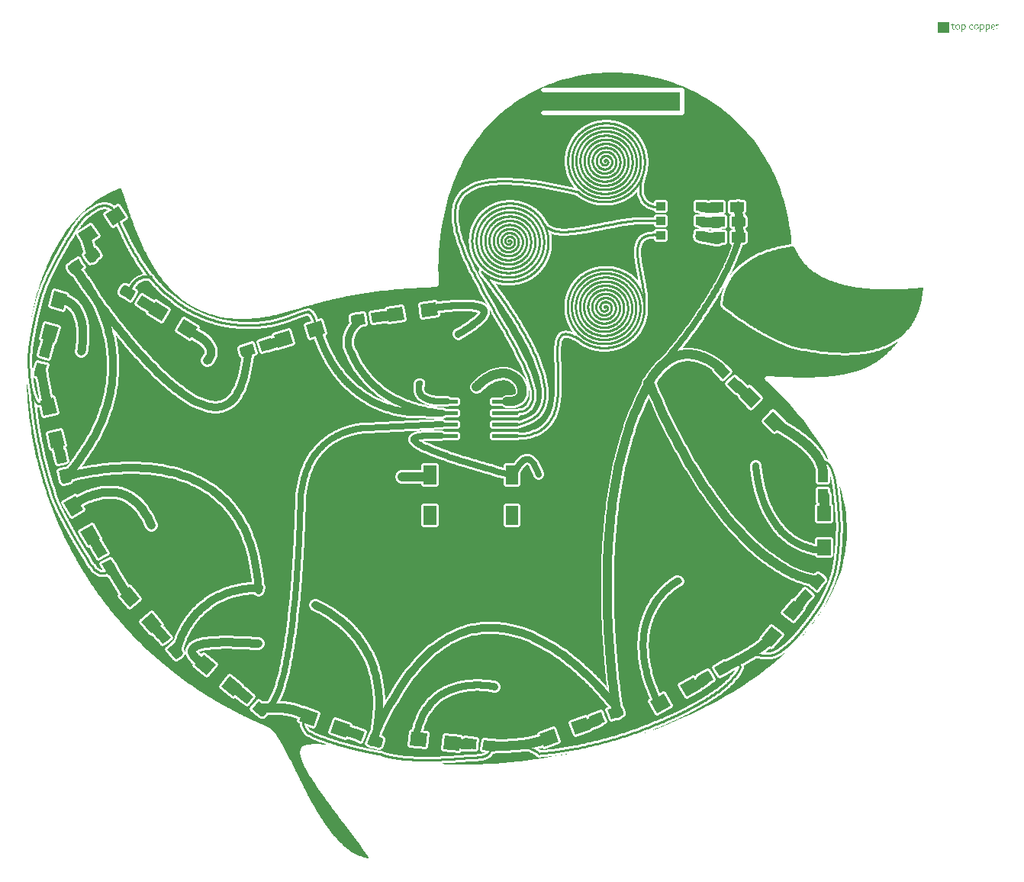
<source format=gtl>
G04                                                      *
G04 Greetings!                                           *
G04 This Gerber was generated by PCBmodE, an open source *
G04 PCB design software. Get it here:                    *
G04                                                      *
G04   http://pcbmode.com                                 *
G04                                                      *
G04 Also visit                                           *
G04                                                      *
G04   http://boldport.com                                *
G04                                                      *
G04 and follow @boldport / @pcbmode for updates!         *
G04                                                      *

G04 leading zeros omitted (L); absolute data (A); 6 integer digits and 6 fractional digits *
%FSLAX66Y66*%

G04 mode (MO): millimeters (MM) *
%MOMM*%

G04 Aperture definitions *
%ADD10C,0.001X*%
%ADD11C,0.001X*%
%ADD25C,1.50X*%
%ADD28C,1.38X*%
%ADD41C,1.00X*%
%ADD20C,0.50X*%
%ADD31C,1.29X*%
%ADD29C,1.14X*%
%ADD34C,1.15X*%
%ADD39C,0.98X*%
%ADD51C,1.02X*%
%ADD23C,1.48X*%
%ADD26C,1.21X*%
%ADD33C,1.23X*%
%ADD45C,0.64X*%
%ADD37C,1.13X*%
%ADD22C,0.78X*%
%ADD24C,0.80X*%
%ADD38C,0.28X*%
%ADD47C,0.79X*%
%ADD36C,0.40X*%
%ADD35C,1.52X*%
%ADD40C,0.30X*%
%ADD43C,0.68X*%
%ADD42C,0.71X*%
%ADD44C,0.88X*%
%ADD48C,0.74X*%
%ADD30C,1.42X*%
%ADD50C,0.65X*%
%ADD27C,1.18X*%
%ADD49C,0.73X*%
%ADD46C,0.92X*%
%ADD32C,1.24X*%
%ADD21C,1.63X*%

%LPD*%
G36*
G01X57613117Y-7566613D02*
G01X72985533Y-7566613D01*
G01X72985533Y-10041172D01*
G01X57613117Y-10041172D01*
G37*
G36*
G01X10786785Y-18100513D02*
G01X10786785Y-18100513D01*
G01X10825892Y-18160548D01*
G01X10865244Y-18226832D01*
G01X10904889Y-18299228D01*
G01X10944878Y-18377597D01*
G01X10985259Y-18461800D01*
G01X11026080Y-18551700D01*
G01X11067393Y-18647158D01*
G01X11109245Y-18748035D01*
G01X11151686Y-18854194D01*
G01X11194764Y-18965496D01*
G01X11238530Y-19081803D01*
G01X11283032Y-19202977D01*
G01X11328320Y-19328879D01*
G01X11374442Y-19459370D01*
G01X11421448Y-19594314D01*
G01X11469386Y-19733570D01*
G01X11518307Y-19877002D01*
G01X11568260Y-20024470D01*
G01X11619292Y-20175837D01*
G01X11671454Y-20330964D01*
G01X11724795Y-20489712D01*
G01X11779364Y-20651945D01*
G01X11835211Y-20817522D01*
G01X11892383Y-20986306D01*
G01X11950931Y-21158159D01*
G01X12010903Y-21332941D01*
G01X12072349Y-21510516D01*
G01X12135318Y-21690745D01*
G01X12199860Y-21873488D01*
G01X12266022Y-22058609D01*
G01X12333855Y-22245969D01*
G01X12403408Y-22435429D01*
G01X12474729Y-22626851D01*
G01X12547868Y-22820097D01*
G01X12622875Y-23015028D01*
G01X12699797Y-23211506D01*
G01X12778686Y-23409394D01*
G01X12859588Y-23608552D01*
G01X12942555Y-23808842D01*
G01X13027634Y-24010126D01*
G01X13114876Y-24212266D01*
G01X13204328Y-24415123D01*
G01X13296042Y-24618559D01*
G01X13390065Y-24822436D01*
G01X13486446Y-25026616D01*
G01X13585236Y-25230959D01*
G01X13686483Y-25435328D01*
G01X13790235Y-25639585D01*
G01X13896544Y-25843591D01*
G01X14005457Y-26047208D01*
G01X14117024Y-26250298D01*
G01X14231293Y-26452721D01*
G01X14348315Y-26654341D01*
G01X14468138Y-26855019D01*
G01X14590812Y-27054615D01*
G01X14716385Y-27252993D01*
G01X14844907Y-27450014D01*
G01X14976427Y-27645539D01*
G01X15110994Y-27839430D01*
G01X15248657Y-28031549D01*
G01X15389466Y-28221757D01*
G01X15533469Y-28409917D01*
G01X15680716Y-28595890D01*
G01X15831256Y-28779537D01*
G01X15985138Y-28960720D01*
G01X16142412Y-29139302D01*
G01X16303126Y-29315143D01*
G01X16467329Y-29488106D01*
G01X16635071Y-29658051D01*
G01X16806402Y-29824842D01*
G01X16981369Y-29988339D01*
G01X17160022Y-30148404D01*
G01X17342412Y-30304899D01*
G01X17528585Y-30457685D01*
G01X17718593Y-30606625D01*
G01X17912483Y-30751579D01*
G01X18110305Y-30892410D01*
G01X18312109Y-31028980D01*
G01X18517943Y-31161149D01*
G01X18727857Y-31288781D01*
G01X18941899Y-31411735D01*
G01X19160120Y-31529875D01*
G01X19382568Y-31643061D01*
G01X19609291Y-31751156D01*
G01X19840341Y-31854021D01*
G01X20075765Y-31951518D01*
G01X20315612Y-32043509D01*
G01X20559933Y-32129855D01*
G01X20808776Y-32210418D01*
G01X21062190Y-32285059D01*
G01X21320224Y-32353641D01*
G01X21582928Y-32416024D01*
G01X21850351Y-32472072D01*
G01X22122542Y-32521645D01*
G01X22399550Y-32564605D01*
G01X22681424Y-32600813D01*
G01X22968214Y-32630133D01*
G01X23259968Y-32652424D01*
G01X23556736Y-32667549D01*
G01X23858567Y-32675370D01*
G01X23858567Y-32675370D01*
G01X23858567Y-32675370D01*
G01X24038477Y-32676861D01*
G01X24215956Y-32676451D01*
G01X24391100Y-32674175D01*
G01X24564009Y-32670068D01*
G01X24734781Y-32664166D01*
G01X24903514Y-32656505D01*
G01X25070306Y-32647119D01*
G01X25235257Y-32636045D01*
G01X25398464Y-32623317D01*
G01X25560026Y-32608971D01*
G01X25720041Y-32593043D01*
G01X25878608Y-32575569D01*
G01X26035824Y-32556582D01*
G01X26191790Y-32536119D01*
G01X26346601Y-32514216D01*
G01X26500359Y-32490908D01*
G01X26653159Y-32466230D01*
G01X26805102Y-32440217D01*
G01X26956285Y-32412906D01*
G01X27106807Y-32384331D01*
G01X27256766Y-32354529D01*
G01X27406261Y-32323533D01*
G01X27555389Y-32291381D01*
G01X27704250Y-32258107D01*
G01X27852942Y-32223747D01*
G01X28001563Y-32188336D01*
G01X28150211Y-32151910D01*
G01X28298985Y-32114504D01*
G01X28447984Y-32076154D01*
G01X28597305Y-32036895D01*
G01X28747047Y-31996762D01*
G01X28897309Y-31955791D01*
G01X29048189Y-31914017D01*
G01X29199785Y-31871476D01*
G01X29352196Y-31828204D01*
G01X29505520Y-31784235D01*
G01X29659855Y-31739606D01*
G01X29815300Y-31694351D01*
G01X29971954Y-31648506D01*
G01X30129914Y-31602106D01*
G01X30289279Y-31555188D01*
G01X30450147Y-31507785D01*
G01X30612618Y-31459935D01*
G01X30776789Y-31411672D01*
G01X30942758Y-31363032D01*
G01X31110624Y-31314049D01*
G01X31280486Y-31264761D01*
G01X31452441Y-31215201D01*
G01X31626589Y-31165406D01*
G01X31803028Y-31115411D01*
G01X31981855Y-31065251D01*
G01X32163170Y-31014962D01*
G01X32347070Y-30964580D01*
G01X32533655Y-30914139D01*
G01X32723022Y-30863675D01*
G01X32915270Y-30813224D01*
G01X33110498Y-30762821D01*
G01X33308803Y-30712501D01*
G01X33510285Y-30662301D01*
G01X33715041Y-30612254D01*
G01X33923170Y-30562398D01*
G01X34134770Y-30512767D01*
G01X34349940Y-30463396D01*
G01X34568778Y-30414322D01*
G01X34791383Y-30365579D01*
G01X35017853Y-30317204D01*
G01X35248285Y-30269231D01*
G01X35482780Y-30221695D01*
G01X35721435Y-30174634D01*
G01X35964348Y-30128081D01*
G01X36211618Y-30082072D01*
G01X36463343Y-30036643D01*
G01X36719622Y-29991829D01*
G01X36980553Y-29947666D01*
G01X37246235Y-29904189D01*
G01X37516765Y-29861433D01*
G01X37792243Y-29819435D01*
G01X38072766Y-29778229D01*
G01X38358433Y-29737850D01*
G01X38649343Y-29698335D01*
G01X38945593Y-29659719D01*
G01X39247283Y-29622037D01*
G01X39554510Y-29585324D01*
G01X39867374Y-29549616D01*
G01X40185971Y-29514949D01*
G01X40510402Y-29481358D01*
G01X40840764Y-29448879D01*
G01X41177155Y-29417546D01*
G01X41519674Y-29387395D01*
G01X41868420Y-29358463D01*
G01X42223490Y-29330783D01*
G01X42584984Y-29304392D01*
G01X42952999Y-29279325D01*
G01X43327634Y-29255618D01*
G01X43708988Y-29233305D01*
G01X44097158Y-29212423D01*
G01X44492243Y-29193007D01*
G01X44894342Y-29175092D01*
G01X45303553Y-29158714D01*
G01X45719974Y-29143908D01*
G01X45719974Y-29143908D01*
G01X45719974Y-29143908D01*
G01X45690641Y-28209981D01*
G01X45685259Y-27295465D01*
G01X45703356Y-26400317D01*
G01X45744463Y-25524492D01*
G01X45808111Y-24667947D01*
G01X45893830Y-23830637D01*
G01X46001149Y-23012519D01*
G01X46129601Y-22213550D01*
G01X46278714Y-21433684D01*
G01X46448018Y-20672879D01*
G01X46637046Y-19931090D01*
G01X46845325Y-19208273D01*
G01X47072388Y-18504385D01*
G01X47317764Y-17819381D01*
G01X47580983Y-17153219D01*
G01X47861576Y-16505853D01*
G01X48159073Y-15877240D01*
G01X48473005Y-15267336D01*
G01X48802901Y-14676098D01*
G01X49148292Y-14103480D01*
G01X49508708Y-13549440D01*
G01X49883680Y-13013934D01*
G01X50272737Y-12496917D01*
G01X50675411Y-11998347D01*
G01X51091231Y-11518178D01*
G01X51519728Y-11056367D01*
G01X51960432Y-10612870D01*
G01X52412873Y-10187643D01*
G01X52876582Y-9780643D01*
G01X53351088Y-9391825D01*
G01X53835923Y-9021145D01*
G01X54330616Y-8668560D01*
G01X54834698Y-8334026D01*
G01X55347699Y-8017499D01*
G01X55869150Y-7718935D01*
G01X56398580Y-7438290D01*
G01X56935520Y-7175520D01*
G01X57479500Y-6930582D01*
G01X58030051Y-6703431D01*
G01X58586702Y-6494023D01*
G01X59148985Y-6302316D01*
G01X59716429Y-6128264D01*
G01X60288565Y-5971823D01*
G01X60864923Y-5832951D01*
G01X61445033Y-5711603D01*
G01X62028426Y-5607735D01*
G01X62614631Y-5521304D01*
G01X63203180Y-5452265D01*
G01X63793602Y-5400574D01*
G01X64385429Y-5366189D01*
G01X64978189Y-5349064D01*
G01X65571413Y-5349155D01*
G01X66164632Y-5366420D01*
G01X66757376Y-5400814D01*
G01X67349176Y-5452293D01*
G01X67939561Y-5520814D01*
G01X68528061Y-5606332D01*
G01X69114208Y-5708803D01*
G01X69697532Y-5828185D01*
G01X70277562Y-5964432D01*
G01X70853829Y-6117500D01*
G01X71425863Y-6287347D01*
G01X71993195Y-6473928D01*
G01X72555355Y-6677200D01*
G01X73111873Y-6897117D01*
G01X73662279Y-7133637D01*
G01X74206104Y-7386716D01*
G01X74742879Y-7656309D01*
G01X75272132Y-7942373D01*
G01X75793396Y-8244864D01*
G01X76306199Y-8563738D01*
G01X76810073Y-8898951D01*
G01X77304547Y-9250460D01*
G01X77789152Y-9618219D01*
G01X78263418Y-10002187D01*
G01X78726876Y-10402317D01*
G01X79179055Y-10818568D01*
G01X79619486Y-11250894D01*
G01X80047700Y-11699252D01*
G01X80463226Y-12163598D01*
G01X80865595Y-12643889D01*
G01X81254337Y-13140079D01*
G01X81628983Y-13652126D01*
G01X81989063Y-14179985D01*
G01X82334107Y-14723613D01*
G01X82663645Y-15282966D01*
G01X82977207Y-15857999D01*
G01X83274325Y-16448670D01*
G01X83554528Y-17054933D01*
G01X83817346Y-17676745D01*
G01X84062311Y-18314063D01*
G01X84288951Y-18966842D01*
G01X84496798Y-19635039D01*
G01X84685382Y-20318609D01*
G01X84854233Y-21017509D01*
G01X85002881Y-21731694D01*
G01X85130856Y-22461122D01*
G01X85237690Y-23205747D01*
G01X85322912Y-23965527D01*
G01X85386052Y-24740417D01*
G01X85386052Y-24740417D01*
G01X85386052Y-24740417D01*
G01X85455399Y-24809526D01*
G01X85523351Y-24878939D01*
G01X85589995Y-24948632D01*
G01X85655420Y-25018580D01*
G01X85719717Y-25088760D01*
G01X85782973Y-25159148D01*
G01X85845278Y-25229718D01*
G01X85906721Y-25300448D01*
G01X85967391Y-25371313D01*
G01X86027378Y-25442288D01*
G01X86086769Y-25513350D01*
G01X86145655Y-25584474D01*
G01X86204124Y-25655636D01*
G01X86262265Y-25726812D01*
G01X86320168Y-25797978D01*
G01X86377921Y-25869110D01*
G01X86435614Y-25940183D01*
G01X86493335Y-26011174D01*
G01X86551174Y-26082057D01*
G01X86609220Y-26152810D01*
G01X86667562Y-26223408D01*
G01X86726288Y-26293826D01*
G01X86785488Y-26364040D01*
G01X86845252Y-26434027D01*
G01X86905667Y-26503762D01*
G01X86966823Y-26573221D01*
G01X87028810Y-26642380D01*
G01X87091716Y-26711214D01*
G01X87155630Y-26779700D01*
G01X87220642Y-26847813D01*
G01X87286840Y-26915529D01*
G01X87354313Y-26982824D01*
G01X87423151Y-27049674D01*
G01X87493442Y-27116054D01*
G01X87565277Y-27181941D01*
G01X87638743Y-27247310D01*
G01X87713929Y-27312137D01*
G01X87790926Y-27376398D01*
G01X87869822Y-27440069D01*
G01X87950705Y-27503125D01*
G01X88033666Y-27565543D01*
G01X88118792Y-27627298D01*
G01X88206174Y-27688366D01*
G01X88295900Y-27748723D01*
G01X88388060Y-27808344D01*
G01X88482741Y-27867206D01*
G01X88580035Y-27925285D01*
G01X88680028Y-27982555D01*
G01X88782811Y-28038994D01*
G01X88888473Y-28094576D01*
G01X88997103Y-28149278D01*
G01X89108789Y-28203076D01*
G01X89223621Y-28255945D01*
G01X89341688Y-28307861D01*
G01X89463079Y-28358800D01*
G01X89587883Y-28408738D01*
G01X89716188Y-28457651D01*
G01X89848085Y-28505514D01*
G01X89983663Y-28552303D01*
G01X90123009Y-28597995D01*
G01X90266214Y-28642564D01*
G01X90413366Y-28685988D01*
G01X90564554Y-28728241D01*
G01X90719868Y-28769299D01*
G01X90879397Y-28809139D01*
G01X91043229Y-28847735D01*
G01X91211454Y-28885065D01*
G01X91384160Y-28921104D01*
G01X91561437Y-28955827D01*
G01X91743375Y-28989210D01*
G01X91930061Y-29021230D01*
G01X92121585Y-29051862D01*
G01X92318036Y-29081081D01*
G01X92519504Y-29108865D01*
G01X92726076Y-29135188D01*
G01X92937843Y-29160027D01*
G01X93154893Y-29183356D01*
G01X93377315Y-29205153D01*
G01X93605199Y-29225393D01*
G01X93838633Y-29244051D01*
G01X94077707Y-29261104D01*
G01X94322510Y-29276527D01*
G01X94573130Y-29290297D01*
G01X94829657Y-29302388D01*
G01X95092180Y-29312778D01*
G01X95360787Y-29321441D01*
G01X95635569Y-29328353D01*
G01X95916614Y-29333491D01*
G01X96204010Y-29336831D01*
G01X96497848Y-29338347D01*
G01X96798216Y-29338016D01*
G01X97105203Y-29335813D01*
G01X97418898Y-29331716D01*
G01X97739391Y-29325698D01*
G01X98066771Y-29317737D01*
G01X98401125Y-29307807D01*
G01X98742545Y-29295886D01*
G01X99091118Y-29281948D01*
G01X99446933Y-29265969D01*
G01X99810081Y-29247926D01*
G01X99810081Y-29247926D01*
G01X99810081Y-29247926D01*
G01X99827702Y-29335754D01*
G01X99844791Y-29421310D01*
G01X99861280Y-29504740D01*
G01X99877101Y-29586188D01*
G01X99892188Y-29665797D01*
G01X99906472Y-29743712D01*
G01X99919887Y-29820077D01*
G01X99932365Y-29895035D01*
G01X99943839Y-29968731D01*
G01X99954242Y-30041309D01*
G01X99963506Y-30112912D01*
G01X99971563Y-30183685D01*
G01X99978347Y-30253773D01*
G01X99983791Y-30323318D01*
G01X99987826Y-30392465D01*
G01X99990386Y-30461358D01*
G01X99991404Y-30530141D01*
G01X99990811Y-30598959D01*
G01X99988540Y-30667954D01*
G01X99984525Y-30737272D01*
G01X99978698Y-30807056D01*
G01X99970992Y-30877450D01*
G01X99961339Y-30948598D01*
G01X99949672Y-31020645D01*
G01X99935923Y-31093734D01*
G01X99920026Y-31168010D01*
G01X99901912Y-31243616D01*
G01X99881516Y-31320697D01*
G01X99858768Y-31399396D01*
G01X99833603Y-31479858D01*
G01X99805952Y-31562226D01*
G01X99775748Y-31646645D01*
G01X99742925Y-31733259D01*
G01X99707414Y-31822212D01*
G01X99669149Y-31913648D01*
G01X99628061Y-32007710D01*
G01X99584084Y-32104543D01*
G01X99537151Y-32204291D01*
G01X99487193Y-32307099D01*
G01X99434144Y-32413109D01*
G01X99377937Y-32522466D01*
G01X99318504Y-32635315D01*
G01X99255777Y-32751798D01*
G01X99189690Y-32872061D01*
G01X99120174Y-32996247D01*
G01X99047164Y-33124500D01*
G01X98970590Y-33256965D01*
G01X98890387Y-33393785D01*
G01X98806487Y-33535104D01*
G01X98718822Y-33681067D01*
G01X98718822Y-33681067D01*
G01X98718822Y-33681067D01*
G01X98610061Y-33827029D01*
G01X98502250Y-33971057D01*
G01X98395326Y-34113155D01*
G01X98289226Y-34253329D01*
G01X98183889Y-34391584D01*
G01X98079250Y-34527924D01*
G01X97975247Y-34662356D01*
G01X97871819Y-34794883D01*
G01X97768901Y-34925511D01*
G01X97666432Y-35054246D01*
G01X97564350Y-35181092D01*
G01X97462590Y-35306054D01*
G01X97361091Y-35429138D01*
G01X97259790Y-35550348D01*
G01X97158625Y-35669690D01*
G01X97057532Y-35787168D01*
G01X96956449Y-35902788D01*
G01X96855314Y-36016555D01*
G01X96754064Y-36128473D01*
G01X96652636Y-36238549D01*
G01X96550967Y-36346786D01*
G01X96448996Y-36453191D01*
G01X96346659Y-36557768D01*
G01X96243894Y-36660522D01*
G01X96140637Y-36761458D01*
G01X96036827Y-36860582D01*
G01X95932401Y-36957899D01*
G01X95827296Y-37053412D01*
G01X95721450Y-37147129D01*
G01X95614800Y-37239053D01*
G01X95507282Y-37329190D01*
G01X95398836Y-37417545D01*
G01X95289397Y-37504123D01*
G01X95178904Y-37588928D01*
G01X95067294Y-37671967D01*
G01X94954504Y-37753244D01*
G01X94840471Y-37832765D01*
G01X94725133Y-37910533D01*
G01X94608427Y-37986556D01*
G01X94490291Y-38060836D01*
G01X94370662Y-38133380D01*
G01X94249477Y-38204193D01*
G01X94126674Y-38273279D01*
G01X94002190Y-38340645D01*
G01X93875962Y-38406294D01*
G01X93747928Y-38470232D01*
G01X93618026Y-38532464D01*
G01X93486191Y-38592995D01*
G01X93352363Y-38651831D01*
G01X93216478Y-38708976D01*
G01X93078474Y-38764435D01*
G01X92938287Y-38818213D01*
G01X92795856Y-38870316D01*
G01X92651118Y-38920749D01*
G01X92504010Y-38969516D01*
G01X92354469Y-39016623D01*
G01X92202433Y-39062074D01*
G01X92047840Y-39105876D01*
G01X91890625Y-39148033D01*
G01X91730728Y-39188549D01*
G01X91568085Y-39227431D01*
G01X91402634Y-39264683D01*
G01X91234312Y-39300310D01*
G01X91063056Y-39334317D01*
G01X90888804Y-39366710D01*
G01X90711493Y-39397494D01*
G01X90531061Y-39426673D01*
G01X90347445Y-39454253D01*
G01X90160581Y-39480238D01*
G01X89970409Y-39504634D01*
G01X89776864Y-39527446D01*
G01X89579885Y-39548680D01*
G01X89379409Y-39568339D01*
G01X89175372Y-39586429D01*
G01X88967713Y-39602955D01*
G01X88756369Y-39617923D01*
G01X88541277Y-39631337D01*
G01X88322375Y-39643203D01*
G01X88099599Y-39653525D01*
G01X87872888Y-39662309D01*
G01X87642178Y-39669559D01*
G01X87407408Y-39675281D01*
G01X87168514Y-39679480D01*
G01X86925433Y-39682161D01*
G01X86678104Y-39683328D01*
G01X86426463Y-39682988D01*
G01X86170448Y-39681145D01*
G01X85909997Y-39677804D01*
G01X85645046Y-39672971D01*
G01X85375533Y-39666650D01*
G01X85101395Y-39658846D01*
G01X84822570Y-39649565D01*
G01X84538995Y-39638811D01*
G01X84250607Y-39626590D01*
G01X83957345Y-39612907D01*
G01X83659144Y-39597766D01*
G01X83355943Y-39581174D01*
G01X83047679Y-39563134D01*
G01X82734289Y-39543653D01*
G01X82415711Y-39522735D01*
G01X82415711Y-39522735D01*
G01X82415711Y-39522735D01*
G01X83206437Y-40272673D01*
G01X83958022Y-41020046D01*
G01X84670929Y-41764733D01*
G01X85345623Y-42506615D01*
G01X85982567Y-43245569D01*
G01X86582227Y-43981476D01*
G01X87145065Y-44714214D01*
G01X87671547Y-45443663D01*
G01X88162136Y-46169701D01*
G01X88617297Y-46892209D01*
G01X89037493Y-47611065D01*
G01X89423190Y-48326149D01*
G01X89774850Y-49037339D01*
G01X90092938Y-49744516D01*
G01X90377919Y-50447557D01*
G01X90630256Y-51146344D01*
G01X90850414Y-51840754D01*
G01X91038856Y-52530666D01*
G01X91196047Y-53215961D01*
G01X91322452Y-53896518D01*
G01X91418533Y-54572215D01*
G01X91484756Y-55242931D01*
G01X91521584Y-55908547D01*
G01X91529482Y-56568941D01*
G01X91508914Y-57223993D01*
G01X91460343Y-57873581D01*
G01X91384235Y-58517585D01*
G01X91281053Y-59155885D01*
G01X91151261Y-59788358D01*
G01X90995324Y-60414886D01*
G01X90813706Y-61035346D01*
G01X90606870Y-61649618D01*
G01X90375282Y-62257582D01*
G01X90119404Y-62859116D01*
G01X89839702Y-63454100D01*
G01X89536639Y-64042413D01*
G01X89210680Y-64623934D01*
G01X88862288Y-65198543D01*
G01X88491928Y-65766118D01*
G01X88100065Y-66326539D01*
G01X87687161Y-66879685D01*
G01X87253682Y-67425435D01*
G01X86800091Y-67963669D01*
G01X86326853Y-68494266D01*
G01X85834432Y-69017105D01*
G01X85323292Y-69532065D01*
G01X84793896Y-70039025D01*
G01X84246710Y-70537866D01*
G01X83682197Y-71028465D01*
G01X83100822Y-71510702D01*
G01X82503049Y-71984456D01*
G01X81889341Y-72449607D01*
G01X81260163Y-72906034D01*
G01X80615979Y-73353616D01*
G01X79957254Y-73792232D01*
G01X79284451Y-74221762D01*
G01X78598035Y-74642084D01*
G01X77898469Y-75053079D01*
G01X77186218Y-75454624D01*
G01X76461746Y-75846600D01*
G01X75725518Y-76228885D01*
G01X74977996Y-76601360D01*
G01X74219646Y-76963902D01*
G01X73450932Y-77316392D01*
G01X72672317Y-77658708D01*
G01X71884267Y-77990730D01*
G01X71087244Y-78312336D01*
G01X70281714Y-78623407D01*
G01X69468140Y-78923822D01*
G01X68646986Y-79213459D01*
G01X67818718Y-79492198D01*
G01X66983798Y-79759918D01*
G01X66142690Y-80016498D01*
G01X65295861Y-80261818D01*
G01X64443772Y-80495756D01*
G01X63586888Y-80718193D01*
G01X62725675Y-80929006D01*
G01X61860595Y-81128077D01*
G01X60992112Y-81315283D01*
G01X60120692Y-81490503D01*
G01X59246798Y-81653618D01*
G01X58370894Y-81804506D01*
G01X57493445Y-81943047D01*
G01X56614914Y-82069119D01*
G01X55735766Y-82182603D01*
G01X54856465Y-82283377D01*
G01X53977475Y-82371320D01*
G01X53099261Y-82446312D01*
G01X52222285Y-82508232D01*
G01X51347013Y-82556959D01*
G01X50473909Y-82592372D01*
G01X49603436Y-82614351D01*
G01X48736060Y-82622775D01*
G01X47872243Y-82617522D01*
G01X47012451Y-82598473D01*
G01X46157147Y-82565507D01*
G01X45306796Y-82518502D01*
G01X44461861Y-82457338D01*
G01X43622808Y-82381894D01*
G01X42790099Y-82292050D01*
G01X42790099Y-82292050D01*
G01X42790099Y-82292050D01*
G01X42743400Y-82286909D01*
G01X42693365Y-82280554D01*
G01X42640053Y-82273013D01*
G01X42583524Y-82264316D01*
G01X42523839Y-82254491D01*
G01X42461057Y-82243568D01*
G01X42395239Y-82231575D01*
G01X42326443Y-82218542D01*
G01X42254732Y-82204498D01*
G01X42180163Y-82189471D01*
G01X42102799Y-82173492D01*
G01X42022697Y-82156588D01*
G01X41939920Y-82138789D01*
G01X41854526Y-82120123D01*
G01X41766575Y-82100621D01*
G01X41676128Y-82080311D01*
G01X41583245Y-82059222D01*
G01X41487986Y-82037382D01*
G01X41390410Y-82014822D01*
G01X41290578Y-81991570D01*
G01X41188550Y-81967656D01*
G01X41084385Y-81943107D01*
G01X40978145Y-81917954D01*
G01X40869888Y-81892225D01*
G01X40759675Y-81865949D01*
G01X40647566Y-81839156D01*
G01X40533621Y-81811874D01*
G01X40417900Y-81784133D01*
G01X40300463Y-81755961D01*
G01X40181370Y-81727388D01*
G01X40060681Y-81698442D01*
G01X39938456Y-81669153D01*
G01X39814755Y-81639550D01*
G01X39689639Y-81609661D01*
G01X39563166Y-81579516D01*
G01X39435398Y-81549144D01*
G01X39306394Y-81518574D01*
G01X39176214Y-81487835D01*
G01X39044918Y-81456955D01*
G01X38912567Y-81425965D01*
G01X38779220Y-81394892D01*
G01X38644938Y-81363767D01*
G01X38509779Y-81332618D01*
G01X38373805Y-81301473D01*
G01X38237076Y-81270363D01*
G01X38099651Y-81239317D01*
G01X37961591Y-81208362D01*
G01X37822955Y-81177529D01*
G01X37683803Y-81146846D01*
G01X37544197Y-81116342D01*
G01X37404194Y-81086047D01*
G01X37263857Y-81055989D01*
G01X37123244Y-81026198D01*
G01X36982416Y-80996703D01*
G01X36841432Y-80967532D01*
G01X36700353Y-80938714D01*
G01X36559239Y-80910279D01*
G01X36418150Y-80882256D01*
G01X36277146Y-80854674D01*
G01X36136286Y-80827561D01*
G01X35995632Y-80800947D01*
G01X35855242Y-80774862D01*
G01X35715177Y-80749333D01*
G01X35575497Y-80724390D01*
G01X35436262Y-80700061D01*
G01X35297532Y-80676377D01*
G01X35159367Y-80653366D01*
G01X35021828Y-80631058D01*
G01X34884973Y-80609480D01*
G01X34748863Y-80588662D01*
G01X34613559Y-80568634D01*
G01X34479120Y-80549424D01*
G01X34345606Y-80531061D01*
G01X34213077Y-80513575D01*
G01X34081593Y-80496994D01*
G01X33951215Y-80481348D01*
G01X33822002Y-80466665D01*
G01X33694014Y-80452974D01*
G01X33567312Y-80440305D01*
G01X33441955Y-80428687D01*
G01X33318004Y-80418148D01*
G01X33195518Y-80408718D01*
G01X33074558Y-80400426D01*
G01X32955183Y-80393300D01*
G01X32837453Y-80387371D01*
G01X32721429Y-80382666D01*
G01X32607171Y-80379215D01*
G01X32494738Y-80377047D01*
G01X32384191Y-80376191D01*
G01X32275590Y-80376675D01*
G01X32168994Y-80378530D01*
G01X32064465Y-80381784D01*
G01X31962060Y-80386467D01*
G01X31861842Y-80392606D01*
G01X31763869Y-80400232D01*
G01X31668203Y-80409372D01*
G01X31574902Y-80420058D01*
G01X31484027Y-80432316D01*
G01X31395638Y-80446177D01*
G01X31309795Y-80461669D01*
G01X31309795Y-80461669D01*
G01X31309795Y-80461669D01*
G01X31229459Y-80481446D01*
G01X31157446Y-80508046D01*
G01X31093593Y-80541326D01*
G01X31037741Y-80581144D01*
G01X30989728Y-80627355D01*
G01X30949393Y-80679817D01*
G01X30916576Y-80738388D01*
G01X30891114Y-80802923D01*
G01X30872849Y-80873281D01*
G01X30861618Y-80949317D01*
G01X30857260Y-81030889D01*
G01X30859615Y-81117854D01*
G01X30868522Y-81210069D01*
G01X30883819Y-81307390D01*
G01X30905347Y-81409676D01*
G01X30932943Y-81516782D01*
G01X30966447Y-81628565D01*
G01X31005699Y-81744884D01*
G01X31050536Y-81865594D01*
G01X31100799Y-81990553D01*
G01X31156326Y-82119617D01*
G01X31216956Y-82252644D01*
G01X31282529Y-82389490D01*
G01X31352883Y-82530013D01*
G01X31427858Y-82674069D01*
G01X31507292Y-82821516D01*
G01X31591026Y-82972210D01*
G01X31678896Y-83126009D01*
G01X31770744Y-83282769D01*
G01X31866407Y-83442347D01*
G01X31965726Y-83604600D01*
G01X32068538Y-83769386D01*
G01X32174683Y-83936561D01*
G01X32284001Y-84105982D01*
G01X32396330Y-84277506D01*
G01X32511509Y-84450991D01*
G01X32629377Y-84626292D01*
G01X32749774Y-84803268D01*
G01X32872539Y-84981774D01*
G01X32997509Y-85161669D01*
G01X33124526Y-85342808D01*
G01X33253427Y-85525050D01*
G01X33384052Y-85708250D01*
G01X33516240Y-85892267D01*
G01X33649830Y-86076956D01*
G01X33784660Y-86262175D01*
G01X33920571Y-86447781D01*
G01X34057401Y-86633630D01*
G01X34194988Y-86819580D01*
G01X34333174Y-87005488D01*
G01X34471795Y-87191211D01*
G01X34610692Y-87376605D01*
G01X34749703Y-87561528D01*
G01X34888668Y-87745837D01*
G01X35027425Y-87929388D01*
G01X35165814Y-88112038D01*
G01X35303673Y-88293645D01*
G01X35440843Y-88474066D01*
G01X35577161Y-88653157D01*
G01X35712467Y-88830775D01*
G01X35846600Y-89006778D01*
G01X35979399Y-89181022D01*
G01X36110703Y-89353364D01*
G01X36240352Y-89523662D01*
G01X36368183Y-89691772D01*
G01X36494037Y-89857551D01*
G01X36617753Y-90020856D01*
G01X36739168Y-90181545D01*
G01X36858124Y-90339473D01*
G01X36974457Y-90494499D01*
G01X37088009Y-90646479D01*
G01X37198617Y-90795270D01*
G01X37306121Y-90940728D01*
G01X37410360Y-91082712D01*
G01X37511173Y-91221078D01*
G01X37608399Y-91355682D01*
G01X37701876Y-91486383D01*
G01X37791445Y-91613036D01*
G01X37876944Y-91735499D01*
G01X37958213Y-91853629D01*
G01X38035089Y-91967283D01*
G01X38107413Y-92076318D01*
G01X38175024Y-92180590D01*
G01X38237760Y-92279957D01*
G01X38295461Y-92374275D01*
G01X38347965Y-92463402D01*
G01X38395112Y-92547195D01*
G01X38436741Y-92625510D01*
G01X38472691Y-92698205D01*
G01X38502800Y-92765136D01*
G01X38526909Y-92826161D01*
G01X38544856Y-92881136D01*
G01X38556479Y-92929919D01*
G01X38561619Y-92972366D01*
G01X38560115Y-93008334D01*
G01X38551804Y-93037680D01*
G01X38536527Y-93060262D01*
G01X38514123Y-93075936D01*
G01X38484430Y-93084560D01*
G01X38447288Y-93085989D01*
G01X38447288Y-93085989D01*
G01X38447288Y-93085989D01*
G01X38269273Y-93072416D01*
G01X38092839Y-93051158D01*
G01X37917976Y-93022368D01*
G01X37744674Y-92986197D01*
G01X37572924Y-92942801D01*
G01X37402714Y-92892331D01*
G01X37234036Y-92834940D01*
G01X37066880Y-92770782D01*
G01X36901234Y-92700009D01*
G01X36737090Y-92622774D01*
G01X36574438Y-92539230D01*
G01X36413267Y-92449530D01*
G01X36253568Y-92353828D01*
G01X36095330Y-92252275D01*
G01X35938544Y-92145026D01*
G01X35783199Y-92032232D01*
G01X35629286Y-91914047D01*
G01X35476795Y-91790624D01*
G01X35325716Y-91662116D01*
G01X35176038Y-91528676D01*
G01X35027753Y-91390456D01*
G01X34880849Y-91247609D01*
G01X34735317Y-91100289D01*
G01X34591148Y-90948649D01*
G01X34448330Y-90792841D01*
G01X34306854Y-90633019D01*
G01X34166711Y-90469334D01*
G01X34027890Y-90301941D01*
G01X33890381Y-90130993D01*
G01X33754174Y-89956641D01*
G01X33619259Y-89779040D01*
G01X33485627Y-89598341D01*
G01X33353268Y-89414699D01*
G01X33222170Y-89228265D01*
G01X33092325Y-89039193D01*
G01X32963723Y-88847637D01*
G01X32836353Y-88653748D01*
G01X32710206Y-88457679D01*
G01X32585272Y-88259585D01*
G01X32461540Y-88059617D01*
G01X32339001Y-87857928D01*
G01X32217644Y-87654672D01*
G01X32097461Y-87450002D01*
G01X31978440Y-87244070D01*
G01X31860572Y-87037029D01*
G01X31743847Y-86829033D01*
G01X31628255Y-86620234D01*
G01X31513787Y-86410785D01*
G01X31400431Y-86200839D01*
G01X31288178Y-85990549D01*
G01X31177019Y-85780068D01*
G01X31066942Y-85569550D01*
G01X30957939Y-85359146D01*
G01X30849999Y-85149010D01*
G01X30743113Y-84939295D01*
G01X30637270Y-84730153D01*
G01X30532460Y-84521739D01*
G01X30428674Y-84314204D01*
G01X30325901Y-84107701D01*
G01X30224132Y-83902384D01*
G01X30123356Y-83698406D01*
G01X30023564Y-83495919D01*
G01X29924746Y-83295077D01*
G01X29826891Y-83096031D01*
G01X29729990Y-82898937D01*
G01X29634033Y-82703945D01*
G01X29539010Y-82511209D01*
G01X29444910Y-82320883D01*
G01X29351725Y-82133119D01*
G01X29259443Y-81948069D01*
G01X29168056Y-81765888D01*
G01X29077552Y-81586728D01*
G01X28987923Y-81410741D01*
G01X28899157Y-81238081D01*
G01X28811246Y-81068901D01*
G01X28724179Y-80903354D01*
G01X28637947Y-80741592D01*
G01X28552538Y-80583769D01*
G01X28467944Y-80430037D01*
G01X28384154Y-80280550D01*
G01X28301159Y-80135460D01*
G01X28218949Y-79994921D01*
G01X28137512Y-79859085D01*
G01X28056841Y-79728105D01*
G01X27976924Y-79602135D01*
G01X27897751Y-79481326D01*
G01X27819313Y-79365833D01*
G01X27741600Y-79255808D01*
G01X27664602Y-79151404D01*
G01X27588309Y-79052773D01*
G01X27512710Y-78960070D01*
G01X27437796Y-78873446D01*
G01X27363557Y-78793055D01*
G01X27289984Y-78719050D01*
G01X27217065Y-78651584D01*
G01X27144791Y-78590809D01*
G01X27073153Y-78536879D01*
G01X27002139Y-78489946D01*
G01X26931741Y-78450164D01*
G01X26861948Y-78417685D01*
G01X26861948Y-78417685D01*
G01X26861948Y-78417685D01*
G01X26723159Y-78359963D01*
G01X26584766Y-78301903D01*
G01X26446769Y-78243506D01*
G01X26309168Y-78184773D01*
G01X26171962Y-78125705D01*
G01X26035152Y-78066303D01*
G01X25898736Y-78006568D01*
G01X25762715Y-77946501D01*
G01X25627088Y-77886104D01*
G01X25491856Y-77825378D01*
G01X25357017Y-77764323D01*
G01X25222572Y-77702941D01*
G01X25088520Y-77641233D01*
G01X24954861Y-77579200D01*
G01X24821595Y-77516843D01*
G01X24688721Y-77454163D01*
G01X24556239Y-77391162D01*
G01X24424149Y-77327840D01*
G01X24292451Y-77264198D01*
G01X24161143Y-77200238D01*
G01X24030227Y-77135960D01*
G01X23899702Y-77071367D01*
G01X23769567Y-77006458D01*
G01X23639822Y-76941236D01*
G01X23510467Y-76875700D01*
G01X23381502Y-76809853D01*
G01X23252926Y-76743695D01*
G01X23124739Y-76677228D01*
G01X22996941Y-76610452D01*
G01X22869531Y-76543369D01*
G01X22742510Y-76475979D01*
G01X22615876Y-76408285D01*
G01X22489630Y-76340286D01*
G01X22363772Y-76271984D01*
G01X22238301Y-76203381D01*
G01X22113216Y-76134477D01*
G01X21988518Y-76065273D01*
G01X21864206Y-75995771D01*
G01X21740280Y-75925971D01*
G01X21616740Y-75855875D01*
G01X21493586Y-75785483D01*
G01X21370816Y-75714798D01*
G01X21248432Y-75643820D01*
G01X21126432Y-75572550D01*
G01X21004816Y-75500988D01*
G01X20883584Y-75429138D01*
G01X20762736Y-75356998D01*
G01X20642272Y-75284572D01*
G01X20522191Y-75211858D01*
G01X20402492Y-75138860D01*
G01X20283176Y-75065577D01*
G01X20164243Y-74992012D01*
G01X20045692Y-74918164D01*
G01X19927522Y-74844036D01*
G01X19809734Y-74769627D01*
G01X19692328Y-74694940D01*
G01X19575302Y-74619976D01*
G01X19458657Y-74544735D01*
G01X19342392Y-74469219D01*
G01X19226507Y-74393428D01*
G01X19111003Y-74317365D01*
G01X18995878Y-74241029D01*
G01X18881132Y-74164423D01*
G01X18766765Y-74087546D01*
G01X18652777Y-74010401D01*
G01X18539167Y-73932989D01*
G01X18425936Y-73855309D01*
G01X18313082Y-73777365D01*
G01X18200606Y-73699156D01*
G01X18088507Y-73620684D01*
G01X17976786Y-73541950D01*
G01X17865441Y-73462955D01*
G01X17754472Y-73383700D01*
G01X17643880Y-73304186D01*
G01X17533664Y-73224415D01*
G01X17423824Y-73144387D01*
G01X17314359Y-73064103D01*
G01X17205269Y-72983565D01*
G01X17096553Y-72902774D01*
G01X16988213Y-72821731D01*
G01X16880246Y-72740437D01*
G01X16772654Y-72658893D01*
G01X16665435Y-72577100D01*
G01X16558590Y-72495059D01*
G01X16452118Y-72412771D01*
G01X16346019Y-72330238D01*
G01X16240292Y-72247461D01*
G01X16134938Y-72164440D01*
G01X16029955Y-72081177D01*
G01X15925345Y-71997673D01*
G01X15821106Y-71913929D01*
G01X15717238Y-71829946D01*
G01X15613741Y-71745726D01*
G01X15510615Y-71661268D01*
G01X15407859Y-71576575D01*
G01X15305473Y-71491648D01*
G01X15203457Y-71406487D01*
G01X15101810Y-71321094D01*
G01X15000533Y-71235470D01*
G01X14899625Y-71149615D01*
G01X14899625Y-71149615D01*
G01X14899625Y-71149615D01*
G01X14698914Y-70977221D01*
G01X14499676Y-70803919D01*
G01X14301907Y-70629719D01*
G01X14105607Y-70454630D01*
G01X13910773Y-70278660D01*
G01X13717403Y-70101819D01*
G01X13525493Y-69924115D01*
G01X13335043Y-69745557D01*
G01X13146050Y-69566153D01*
G01X12958511Y-69385913D01*
G01X12772425Y-69204846D01*
G01X12587789Y-69022960D01*
G01X12404601Y-68840264D01*
G01X12222859Y-68656767D01*
G01X12042560Y-68472478D01*
G01X11863703Y-68287405D01*
G01X11686285Y-68101558D01*
G01X11510303Y-67914945D01*
G01X11335756Y-67727576D01*
G01X11162641Y-67539458D01*
G01X10990957Y-67350601D01*
G01X10820700Y-67161014D01*
G01X10651869Y-66970705D01*
G01X10484462Y-66779683D01*
G01X10318475Y-66587958D01*
G01X10153908Y-66395537D01*
G01X9990757Y-66202430D01*
G01X9829021Y-66008646D01*
G01X9668697Y-65814194D01*
G01X9509783Y-65619081D01*
G01X9352277Y-65423318D01*
G01X9196177Y-65226913D01*
G01X9041480Y-65029874D01*
G01X8888184Y-64832211D01*
G01X8736286Y-64633933D01*
G01X8585786Y-64435048D01*
G01X8436680Y-64235564D01*
G01X8288966Y-64035492D01*
G01X8142642Y-63834840D01*
G01X7997706Y-63633616D01*
G01X7854155Y-63431830D01*
G01X7711987Y-63229490D01*
G01X7571201Y-63026605D01*
G01X7431793Y-62823184D01*
G01X7293762Y-62619235D01*
G01X7157105Y-62414769D01*
G01X7021820Y-62209793D01*
G01X6887905Y-62004316D01*
G01X6755358Y-61798347D01*
G01X6624176Y-61591895D01*
G01X6494358Y-61384969D01*
G01X6365900Y-61177577D01*
G01X6238801Y-60969729D01*
G01X6113058Y-60761433D01*
G01X5988670Y-60552698D01*
G01X5865634Y-60343533D01*
G01X5743947Y-60133947D01*
G01X5623608Y-59923949D01*
G01X5504615Y-59713547D01*
G01X5386964Y-59502750D01*
G01X5270655Y-59291567D01*
G01X5155683Y-59080007D01*
G01X5042049Y-58868079D01*
G01X4929748Y-58655791D01*
G01X4818780Y-58443153D01*
G01X4709141Y-58230173D01*
G01X4600829Y-58016861D01*
G01X4493843Y-57803224D01*
G01X4388180Y-57589272D01*
G01X4283838Y-57375013D01*
G01X4180814Y-57160457D01*
G01X4079106Y-56945612D01*
G01X3978713Y-56730487D01*
G01X3879631Y-56515092D01*
G01X3781859Y-56299433D01*
G01X3685394Y-56083522D01*
G01X3590235Y-55867366D01*
G01X3496378Y-55650974D01*
G01X3403822Y-55434355D01*
G01X3312565Y-55217518D01*
G01X3222603Y-55000472D01*
G01X3133936Y-54783225D01*
G01X3046561Y-54565787D01*
G01X2960475Y-54348166D01*
G01X2875676Y-54130371D01*
G01X2792162Y-53912411D01*
G01X2709932Y-53694295D01*
G01X2628981Y-53476031D01*
G01X2549310Y-53257628D01*
G01X2470914Y-53039096D01*
G01X2393792Y-52820443D01*
G01X2317942Y-52601678D01*
G01X2243361Y-52382810D01*
G01X2170048Y-52163847D01*
G01X2097999Y-51944798D01*
G01X2027214Y-51725673D01*
G01X1957689Y-51506480D01*
G01X1889422Y-51287227D01*
G01X1822411Y-51067925D01*
G01X1756654Y-50848581D01*
G01X1756654Y-50848581D01*
G01X1756654Y-50848581D01*
G01X1628892Y-50409804D01*
G01X1506119Y-49970967D01*
G01X1388317Y-49532141D01*
G01X1275467Y-49093396D01*
G01X1167552Y-48654804D01*
G01X1064555Y-48216434D01*
G01X0966457Y-47778358D01*
G01X0873240Y-47340646D01*
G01X0784886Y-46903369D01*
G01X0701378Y-46466598D01*
G01X0622699Y-46030402D01*
G01X0548829Y-45594853D01*
G01X0479751Y-45160022D01*
G01X0415447Y-44725979D01*
G01X0355900Y-44292795D01*
G01X0301092Y-43860540D01*
G01X0251004Y-43429285D01*
G01X0205619Y-42999101D01*
G01X0164919Y-42570059D01*
G01X0128886Y-42142228D01*
G01X0097503Y-41715680D01*
G01X0070750Y-41290486D01*
G01X0048612Y-40866715D01*
G01X0031069Y-40444440D01*
G01X0018104Y-40023729D01*
G01X0009700Y-39604655D01*
G01X0005837Y-39187288D01*
G01X0006499Y-38771697D01*
G01X0011667Y-38357955D01*
G01X0021324Y-37946132D01*
G01X0035451Y-37536297D01*
G01X0054032Y-37128523D01*
G01X0077047Y-36722880D01*
G01X0104480Y-36319437D01*
G01X0136312Y-35918267D01*
G01X0172526Y-35519439D01*
G01X0213103Y-35123025D01*
G01X0258026Y-34729094D01*
G01X0307277Y-34337719D01*
G01X0360838Y-33948968D01*
G01X0418692Y-33562913D01*
G01X0480819Y-33179625D01*
G01X0547204Y-32799174D01*
G01X0617827Y-32421632D01*
G01X0692670Y-32047067D01*
G01X0771717Y-31675552D01*
G01X0854949Y-31307157D01*
G01X0942348Y-30941952D01*
G01X1033897Y-30580009D01*
G01X1129577Y-30221397D01*
G01X1229371Y-29866188D01*
G01X1333261Y-29514452D01*
G01X1441229Y-29166260D01*
G01X1553256Y-28821682D01*
G01X1669327Y-28480790D01*
G01X1789421Y-28143653D01*
G01X1913523Y-27810343D01*
G01X2041613Y-27480930D01*
G01X2173674Y-27155485D01*
G01X2309687Y-26834078D01*
G01X2449637Y-26516780D01*
G01X2593503Y-26203662D01*
G01X2741269Y-25894795D01*
G01X2892916Y-25590248D01*
G01X3048428Y-25290094D01*
G01X3207785Y-24994402D01*
G01X3370970Y-24703242D01*
G01X3537966Y-24416687D01*
G01X3708754Y-24134806D01*
G01X3883316Y-23857670D01*
G01X4061635Y-23585350D01*
G01X4243693Y-23317916D01*
G01X4429472Y-23055439D01*
G01X4618954Y-22797990D01*
G01X4812121Y-22545639D01*
G01X5008956Y-22298458D01*
G01X5209440Y-22056516D01*
G01X5413555Y-21819884D01*
G01X5621285Y-21588633D01*
G01X5832611Y-21362834D01*
G01X6047514Y-21142557D01*
G01X6265978Y-20927873D01*
G01X6487985Y-20718853D01*
G01X6713516Y-20515567D01*
G01X6942553Y-20318086D01*
G01X7175080Y-20126481D01*
G01X7411078Y-19940821D01*
G01X7650528Y-19761179D01*
G01X7893414Y-19587625D01*
G01X8139718Y-19420228D01*
G01X8389421Y-19259061D01*
G01X8642506Y-19104193D01*
G01X8898954Y-18955695D01*
G01X9158749Y-18813638D01*
G01X9421872Y-18678093D01*
G01X9688305Y-18549130D01*
G01X9958031Y-18426820D01*
G01X10231032Y-18311233D01*
G01X10507289Y-18202441D01*
G01X10786785Y-18100513D01*
G01X10786785Y-18100513D01*
G37*
%LPC*%
D20*
G01X57613117Y-7566613D02*
G01X72985533Y-7566613D01*
G01X72985533Y-10041172D01*
G01X57613117Y-10041172D01*
D20*
G01X10786785Y-18100513D02*
G01X10786785Y-18100513D01*
G01X10825892Y-18160548D01*
G01X10865244Y-18226832D01*
G01X10904889Y-18299228D01*
G01X10944878Y-18377597D01*
G01X10985259Y-18461800D01*
G01X11026080Y-18551700D01*
G01X11067393Y-18647158D01*
G01X11109245Y-18748035D01*
G01X11151686Y-18854194D01*
G01X11194764Y-18965496D01*
G01X11238530Y-19081803D01*
G01X11283032Y-19202977D01*
G01X11328320Y-19328879D01*
G01X11374442Y-19459370D01*
G01X11421448Y-19594314D01*
G01X11469386Y-19733570D01*
G01X11518307Y-19877002D01*
G01X11568260Y-20024470D01*
G01X11619292Y-20175837D01*
G01X11671454Y-20330964D01*
G01X11724795Y-20489712D01*
G01X11779364Y-20651945D01*
G01X11835211Y-20817522D01*
G01X11892383Y-20986306D01*
G01X11950931Y-21158159D01*
G01X12010903Y-21332941D01*
G01X12072349Y-21510516D01*
G01X12135318Y-21690745D01*
G01X12199860Y-21873488D01*
G01X12266022Y-22058609D01*
G01X12333855Y-22245969D01*
G01X12403408Y-22435429D01*
G01X12474729Y-22626851D01*
G01X12547868Y-22820097D01*
G01X12622875Y-23015028D01*
G01X12699797Y-23211506D01*
G01X12778686Y-23409394D01*
G01X12859588Y-23608552D01*
G01X12942555Y-23808842D01*
G01X13027634Y-24010126D01*
G01X13114876Y-24212266D01*
G01X13204328Y-24415123D01*
G01X13296042Y-24618559D01*
G01X13390065Y-24822436D01*
G01X13486446Y-25026616D01*
G01X13585236Y-25230959D01*
G01X13686483Y-25435328D01*
G01X13790235Y-25639585D01*
G01X13896544Y-25843591D01*
G01X14005457Y-26047208D01*
G01X14117024Y-26250298D01*
G01X14231293Y-26452721D01*
G01X14348315Y-26654341D01*
G01X14468138Y-26855019D01*
G01X14590812Y-27054615D01*
G01X14716385Y-27252993D01*
G01X14844907Y-27450014D01*
G01X14976427Y-27645539D01*
G01X15110994Y-27839430D01*
G01X15248657Y-28031549D01*
G01X15389466Y-28221757D01*
G01X15533469Y-28409917D01*
G01X15680716Y-28595890D01*
G01X15831256Y-28779537D01*
G01X15985138Y-28960720D01*
G01X16142412Y-29139302D01*
G01X16303126Y-29315143D01*
G01X16467329Y-29488106D01*
G01X16635071Y-29658051D01*
G01X16806402Y-29824842D01*
G01X16981369Y-29988339D01*
G01X17160022Y-30148404D01*
G01X17342412Y-30304899D01*
G01X17528585Y-30457685D01*
G01X17718593Y-30606625D01*
G01X17912483Y-30751579D01*
G01X18110305Y-30892410D01*
G01X18312109Y-31028980D01*
G01X18517943Y-31161149D01*
G01X18727857Y-31288781D01*
G01X18941899Y-31411735D01*
G01X19160120Y-31529875D01*
G01X19382568Y-31643061D01*
G01X19609291Y-31751156D01*
G01X19840341Y-31854021D01*
G01X20075765Y-31951518D01*
G01X20315612Y-32043509D01*
G01X20559933Y-32129855D01*
G01X20808776Y-32210418D01*
G01X21062190Y-32285059D01*
G01X21320224Y-32353641D01*
G01X21582928Y-32416024D01*
G01X21850351Y-32472072D01*
G01X22122542Y-32521645D01*
G01X22399550Y-32564605D01*
G01X22681424Y-32600813D01*
G01X22968214Y-32630133D01*
G01X23259968Y-32652424D01*
G01X23556736Y-32667549D01*
G01X23858567Y-32675370D01*
G01X23858567Y-32675370D01*
G01X23858567Y-32675370D01*
G01X24038477Y-32676861D01*
G01X24215956Y-32676451D01*
G01X24391100Y-32674175D01*
G01X24564009Y-32670068D01*
G01X24734781Y-32664166D01*
G01X24903514Y-32656505D01*
G01X25070306Y-32647119D01*
G01X25235257Y-32636045D01*
G01X25398464Y-32623317D01*
G01X25560026Y-32608971D01*
G01X25720041Y-32593043D01*
G01X25878608Y-32575569D01*
G01X26035824Y-32556582D01*
G01X26191790Y-32536119D01*
G01X26346601Y-32514216D01*
G01X26500359Y-32490908D01*
G01X26653159Y-32466230D01*
G01X26805102Y-32440217D01*
G01X26956285Y-32412906D01*
G01X27106807Y-32384331D01*
G01X27256766Y-32354529D01*
G01X27406261Y-32323533D01*
G01X27555389Y-32291381D01*
G01X27704250Y-32258107D01*
G01X27852942Y-32223747D01*
G01X28001563Y-32188336D01*
G01X28150211Y-32151910D01*
G01X28298985Y-32114504D01*
G01X28447984Y-32076154D01*
G01X28597305Y-32036895D01*
G01X28747047Y-31996762D01*
G01X28897309Y-31955791D01*
G01X29048189Y-31914017D01*
G01X29199785Y-31871476D01*
G01X29352196Y-31828204D01*
G01X29505520Y-31784235D01*
G01X29659855Y-31739606D01*
G01X29815300Y-31694351D01*
G01X29971954Y-31648506D01*
G01X30129914Y-31602106D01*
G01X30289279Y-31555188D01*
G01X30450147Y-31507785D01*
G01X30612618Y-31459935D01*
G01X30776789Y-31411672D01*
G01X30942758Y-31363032D01*
G01X31110624Y-31314049D01*
G01X31280486Y-31264761D01*
G01X31452441Y-31215201D01*
G01X31626589Y-31165406D01*
G01X31803028Y-31115411D01*
G01X31981855Y-31065251D01*
G01X32163170Y-31014962D01*
G01X32347070Y-30964580D01*
G01X32533655Y-30914139D01*
G01X32723022Y-30863675D01*
G01X32915270Y-30813224D01*
G01X33110498Y-30762821D01*
G01X33308803Y-30712501D01*
G01X33510285Y-30662301D01*
G01X33715041Y-30612254D01*
G01X33923170Y-30562398D01*
G01X34134770Y-30512767D01*
G01X34349940Y-30463396D01*
G01X34568778Y-30414322D01*
G01X34791383Y-30365579D01*
G01X35017853Y-30317204D01*
G01X35248285Y-30269231D01*
G01X35482780Y-30221695D01*
G01X35721435Y-30174634D01*
G01X35964348Y-30128081D01*
G01X36211618Y-30082072D01*
G01X36463343Y-30036643D01*
G01X36719622Y-29991829D01*
G01X36980553Y-29947666D01*
G01X37246235Y-29904189D01*
G01X37516765Y-29861433D01*
G01X37792243Y-29819435D01*
G01X38072766Y-29778229D01*
G01X38358433Y-29737850D01*
G01X38649343Y-29698335D01*
G01X38945593Y-29659719D01*
G01X39247283Y-29622037D01*
G01X39554510Y-29585324D01*
G01X39867374Y-29549616D01*
G01X40185971Y-29514949D01*
G01X40510402Y-29481358D01*
G01X40840764Y-29448879D01*
G01X41177155Y-29417546D01*
G01X41519674Y-29387395D01*
G01X41868420Y-29358463D01*
G01X42223490Y-29330783D01*
G01X42584984Y-29304392D01*
G01X42952999Y-29279325D01*
G01X43327634Y-29255618D01*
G01X43708988Y-29233305D01*
G01X44097158Y-29212423D01*
G01X44492243Y-29193007D01*
G01X44894342Y-29175092D01*
G01X45303553Y-29158714D01*
G01X45719974Y-29143908D01*
G01X45719974Y-29143908D01*
G01X45719974Y-29143908D01*
G01X45690641Y-28209981D01*
G01X45685259Y-27295465D01*
G01X45703356Y-26400317D01*
G01X45744463Y-25524492D01*
G01X45808111Y-24667947D01*
G01X45893830Y-23830637D01*
G01X46001149Y-23012519D01*
G01X46129601Y-22213550D01*
G01X46278714Y-21433684D01*
G01X46448018Y-20672879D01*
G01X46637046Y-19931090D01*
G01X46845325Y-19208273D01*
G01X47072388Y-18504385D01*
G01X47317764Y-17819381D01*
G01X47580983Y-17153219D01*
G01X47861576Y-16505853D01*
G01X48159073Y-15877240D01*
G01X48473005Y-15267336D01*
G01X48802901Y-14676098D01*
G01X49148292Y-14103480D01*
G01X49508708Y-13549440D01*
G01X49883680Y-13013934D01*
G01X50272737Y-12496917D01*
G01X50675411Y-11998347D01*
G01X51091231Y-11518178D01*
G01X51519728Y-11056367D01*
G01X51960432Y-10612870D01*
G01X52412873Y-10187643D01*
G01X52876582Y-9780643D01*
G01X53351088Y-9391825D01*
G01X53835923Y-9021145D01*
G01X54330616Y-8668560D01*
G01X54834698Y-8334026D01*
G01X55347699Y-8017499D01*
G01X55869150Y-7718935D01*
G01X56398580Y-7438290D01*
G01X56935520Y-7175520D01*
G01X57479500Y-6930582D01*
G01X58030051Y-6703431D01*
G01X58586702Y-6494023D01*
G01X59148985Y-6302316D01*
G01X59716429Y-6128264D01*
G01X60288565Y-5971823D01*
G01X60864923Y-5832951D01*
G01X61445033Y-5711603D01*
G01X62028426Y-5607735D01*
G01X62614631Y-5521304D01*
G01X63203180Y-5452265D01*
G01X63793602Y-5400574D01*
G01X64385429Y-5366189D01*
G01X64978189Y-5349064D01*
G01X65571413Y-5349155D01*
G01X66164632Y-5366420D01*
G01X66757376Y-5400814D01*
G01X67349176Y-5452293D01*
G01X67939561Y-5520814D01*
G01X68528061Y-5606332D01*
G01X69114208Y-5708803D01*
G01X69697532Y-5828185D01*
G01X70277562Y-5964432D01*
G01X70853829Y-6117500D01*
G01X71425863Y-6287347D01*
G01X71993195Y-6473928D01*
G01X72555355Y-6677200D01*
G01X73111873Y-6897117D01*
G01X73662279Y-7133637D01*
G01X74206104Y-7386716D01*
G01X74742879Y-7656309D01*
G01X75272132Y-7942373D01*
G01X75793396Y-8244864D01*
G01X76306199Y-8563738D01*
G01X76810073Y-8898951D01*
G01X77304547Y-9250460D01*
G01X77789152Y-9618219D01*
G01X78263418Y-10002187D01*
G01X78726876Y-10402317D01*
G01X79179055Y-10818568D01*
G01X79619486Y-11250894D01*
G01X80047700Y-11699252D01*
G01X80463226Y-12163598D01*
G01X80865595Y-12643889D01*
G01X81254337Y-13140079D01*
G01X81628983Y-13652126D01*
G01X81989063Y-14179985D01*
G01X82334107Y-14723613D01*
G01X82663645Y-15282966D01*
G01X82977207Y-15857999D01*
G01X83274325Y-16448670D01*
G01X83554528Y-17054933D01*
G01X83817346Y-17676745D01*
G01X84062311Y-18314063D01*
G01X84288951Y-18966842D01*
G01X84496798Y-19635039D01*
G01X84685382Y-20318609D01*
G01X84854233Y-21017509D01*
G01X85002881Y-21731694D01*
G01X85130856Y-22461122D01*
G01X85237690Y-23205747D01*
G01X85322912Y-23965527D01*
G01X85386052Y-24740417D01*
G01X85386052Y-24740417D01*
G01X85386052Y-24740417D01*
G01X85455399Y-24809526D01*
G01X85523351Y-24878939D01*
G01X85589995Y-24948632D01*
G01X85655420Y-25018580D01*
G01X85719717Y-25088760D01*
G01X85782973Y-25159148D01*
G01X85845278Y-25229718D01*
G01X85906721Y-25300448D01*
G01X85967391Y-25371313D01*
G01X86027378Y-25442288D01*
G01X86086769Y-25513350D01*
G01X86145655Y-25584474D01*
G01X86204124Y-25655636D01*
G01X86262265Y-25726812D01*
G01X86320168Y-25797978D01*
G01X86377921Y-25869110D01*
G01X86435614Y-25940183D01*
G01X86493335Y-26011174D01*
G01X86551174Y-26082057D01*
G01X86609220Y-26152810D01*
G01X86667562Y-26223408D01*
G01X86726288Y-26293826D01*
G01X86785488Y-26364040D01*
G01X86845252Y-26434027D01*
G01X86905667Y-26503762D01*
G01X86966823Y-26573221D01*
G01X87028810Y-26642380D01*
G01X87091716Y-26711214D01*
G01X87155630Y-26779700D01*
G01X87220642Y-26847813D01*
G01X87286840Y-26915529D01*
G01X87354313Y-26982824D01*
G01X87423151Y-27049674D01*
G01X87493442Y-27116054D01*
G01X87565277Y-27181941D01*
G01X87638743Y-27247310D01*
G01X87713929Y-27312137D01*
G01X87790926Y-27376398D01*
G01X87869822Y-27440069D01*
G01X87950705Y-27503125D01*
G01X88033666Y-27565543D01*
G01X88118792Y-27627298D01*
G01X88206174Y-27688366D01*
G01X88295900Y-27748723D01*
G01X88388060Y-27808344D01*
G01X88482741Y-27867206D01*
G01X88580035Y-27925285D01*
G01X88680028Y-27982555D01*
G01X88782811Y-28038994D01*
G01X88888473Y-28094576D01*
G01X88997103Y-28149278D01*
G01X89108789Y-28203076D01*
G01X89223621Y-28255945D01*
G01X89341688Y-28307861D01*
G01X89463079Y-28358800D01*
G01X89587883Y-28408738D01*
G01X89716188Y-28457651D01*
G01X89848085Y-28505514D01*
G01X89983663Y-28552303D01*
G01X90123009Y-28597995D01*
G01X90266214Y-28642564D01*
G01X90413366Y-28685988D01*
G01X90564554Y-28728241D01*
G01X90719868Y-28769299D01*
G01X90879397Y-28809139D01*
G01X91043229Y-28847735D01*
G01X91211454Y-28885065D01*
G01X91384160Y-28921104D01*
G01X91561437Y-28955827D01*
G01X91743375Y-28989210D01*
G01X91930061Y-29021230D01*
G01X92121585Y-29051862D01*
G01X92318036Y-29081081D01*
G01X92519504Y-29108865D01*
G01X92726076Y-29135188D01*
G01X92937843Y-29160027D01*
G01X93154893Y-29183356D01*
G01X93377315Y-29205153D01*
G01X93605199Y-29225393D01*
G01X93838633Y-29244051D01*
G01X94077707Y-29261104D01*
G01X94322510Y-29276527D01*
G01X94573130Y-29290297D01*
G01X94829657Y-29302388D01*
G01X95092180Y-29312778D01*
G01X95360787Y-29321441D01*
G01X95635569Y-29328353D01*
G01X95916614Y-29333491D01*
G01X96204010Y-29336831D01*
G01X96497848Y-29338347D01*
G01X96798216Y-29338016D01*
G01X97105203Y-29335813D01*
G01X97418898Y-29331716D01*
G01X97739391Y-29325698D01*
G01X98066771Y-29317737D01*
G01X98401125Y-29307807D01*
G01X98742545Y-29295886D01*
G01X99091118Y-29281948D01*
G01X99446933Y-29265969D01*
G01X99810081Y-29247926D01*
G01X99810081Y-29247926D01*
G01X99810081Y-29247926D01*
G01X99827702Y-29335754D01*
G01X99844791Y-29421310D01*
G01X99861280Y-29504740D01*
G01X99877101Y-29586188D01*
G01X99892188Y-29665797D01*
G01X99906472Y-29743712D01*
G01X99919887Y-29820077D01*
G01X99932365Y-29895035D01*
G01X99943839Y-29968731D01*
G01X99954242Y-30041309D01*
G01X99963506Y-30112912D01*
G01X99971563Y-30183685D01*
G01X99978347Y-30253773D01*
G01X99983791Y-30323318D01*
G01X99987826Y-30392465D01*
G01X99990386Y-30461358D01*
G01X99991404Y-30530141D01*
G01X99990811Y-30598959D01*
G01X99988540Y-30667954D01*
G01X99984525Y-30737272D01*
G01X99978698Y-30807056D01*
G01X99970992Y-30877450D01*
G01X99961339Y-30948598D01*
G01X99949672Y-31020645D01*
G01X99935923Y-31093734D01*
G01X99920026Y-31168010D01*
G01X99901912Y-31243616D01*
G01X99881516Y-31320697D01*
G01X99858768Y-31399396D01*
G01X99833603Y-31479858D01*
G01X99805952Y-31562226D01*
G01X99775748Y-31646645D01*
G01X99742925Y-31733259D01*
G01X99707414Y-31822212D01*
G01X99669149Y-31913648D01*
G01X99628061Y-32007710D01*
G01X99584084Y-32104543D01*
G01X99537151Y-32204291D01*
G01X99487193Y-32307099D01*
G01X99434144Y-32413109D01*
G01X99377937Y-32522466D01*
G01X99318504Y-32635315D01*
G01X99255777Y-32751798D01*
G01X99189690Y-32872061D01*
G01X99120174Y-32996247D01*
G01X99047164Y-33124500D01*
G01X98970590Y-33256965D01*
G01X98890387Y-33393785D01*
G01X98806487Y-33535104D01*
G01X98718822Y-33681067D01*
G01X98718822Y-33681067D01*
G01X98718822Y-33681067D01*
G01X98610061Y-33827029D01*
G01X98502250Y-33971057D01*
G01X98395326Y-34113155D01*
G01X98289226Y-34253329D01*
G01X98183889Y-34391584D01*
G01X98079250Y-34527924D01*
G01X97975247Y-34662356D01*
G01X97871819Y-34794883D01*
G01X97768901Y-34925511D01*
G01X97666432Y-35054246D01*
G01X97564350Y-35181092D01*
G01X97462590Y-35306054D01*
G01X97361091Y-35429138D01*
G01X97259790Y-35550348D01*
G01X97158625Y-35669690D01*
G01X97057532Y-35787168D01*
G01X96956449Y-35902788D01*
G01X96855314Y-36016555D01*
G01X96754064Y-36128473D01*
G01X96652636Y-36238549D01*
G01X96550967Y-36346786D01*
G01X96448996Y-36453191D01*
G01X96346659Y-36557768D01*
G01X96243894Y-36660522D01*
G01X96140637Y-36761458D01*
G01X96036827Y-36860582D01*
G01X95932401Y-36957899D01*
G01X95827296Y-37053412D01*
G01X95721450Y-37147129D01*
G01X95614800Y-37239053D01*
G01X95507282Y-37329190D01*
G01X95398836Y-37417545D01*
G01X95289397Y-37504123D01*
G01X95178904Y-37588928D01*
G01X95067294Y-37671967D01*
G01X94954504Y-37753244D01*
G01X94840471Y-37832765D01*
G01X94725133Y-37910533D01*
G01X94608427Y-37986556D01*
G01X94490291Y-38060836D01*
G01X94370662Y-38133380D01*
G01X94249477Y-38204193D01*
G01X94126674Y-38273279D01*
G01X94002190Y-38340645D01*
G01X93875962Y-38406294D01*
G01X93747928Y-38470232D01*
G01X93618026Y-38532464D01*
G01X93486191Y-38592995D01*
G01X93352363Y-38651831D01*
G01X93216478Y-38708976D01*
G01X93078474Y-38764435D01*
G01X92938287Y-38818213D01*
G01X92795856Y-38870316D01*
G01X92651118Y-38920749D01*
G01X92504010Y-38969516D01*
G01X92354469Y-39016623D01*
G01X92202433Y-39062074D01*
G01X92047840Y-39105876D01*
G01X91890625Y-39148033D01*
G01X91730728Y-39188549D01*
G01X91568085Y-39227431D01*
G01X91402634Y-39264683D01*
G01X91234312Y-39300310D01*
G01X91063056Y-39334317D01*
G01X90888804Y-39366710D01*
G01X90711493Y-39397494D01*
G01X90531061Y-39426673D01*
G01X90347445Y-39454253D01*
G01X90160581Y-39480238D01*
G01X89970409Y-39504634D01*
G01X89776864Y-39527446D01*
G01X89579885Y-39548680D01*
G01X89379409Y-39568339D01*
G01X89175372Y-39586429D01*
G01X88967713Y-39602955D01*
G01X88756369Y-39617923D01*
G01X88541277Y-39631337D01*
G01X88322375Y-39643203D01*
G01X88099599Y-39653525D01*
G01X87872888Y-39662309D01*
G01X87642178Y-39669559D01*
G01X87407408Y-39675281D01*
G01X87168514Y-39679480D01*
G01X86925433Y-39682161D01*
G01X86678104Y-39683328D01*
G01X86426463Y-39682988D01*
G01X86170448Y-39681145D01*
G01X85909997Y-39677804D01*
G01X85645046Y-39672971D01*
G01X85375533Y-39666650D01*
G01X85101395Y-39658846D01*
G01X84822570Y-39649565D01*
G01X84538995Y-39638811D01*
G01X84250607Y-39626590D01*
G01X83957345Y-39612907D01*
G01X83659144Y-39597766D01*
G01X83355943Y-39581174D01*
G01X83047679Y-39563134D01*
G01X82734289Y-39543653D01*
G01X82415711Y-39522735D01*
G01X82415711Y-39522735D01*
G01X82415711Y-39522735D01*
G01X83206437Y-40272673D01*
G01X83958022Y-41020046D01*
G01X84670929Y-41764733D01*
G01X85345623Y-42506615D01*
G01X85982567Y-43245569D01*
G01X86582227Y-43981476D01*
G01X87145065Y-44714214D01*
G01X87671547Y-45443663D01*
G01X88162136Y-46169701D01*
G01X88617297Y-46892209D01*
G01X89037493Y-47611065D01*
G01X89423190Y-48326149D01*
G01X89774850Y-49037339D01*
G01X90092938Y-49744516D01*
G01X90377919Y-50447557D01*
G01X90630256Y-51146344D01*
G01X90850414Y-51840754D01*
G01X91038856Y-52530666D01*
G01X91196047Y-53215961D01*
G01X91322452Y-53896518D01*
G01X91418533Y-54572215D01*
G01X91484756Y-55242931D01*
G01X91521584Y-55908547D01*
G01X91529482Y-56568941D01*
G01X91508914Y-57223993D01*
G01X91460343Y-57873581D01*
G01X91384235Y-58517585D01*
G01X91281053Y-59155885D01*
G01X91151261Y-59788358D01*
G01X90995324Y-60414886D01*
G01X90813706Y-61035346D01*
G01X90606870Y-61649618D01*
G01X90375282Y-62257582D01*
G01X90119404Y-62859116D01*
G01X89839702Y-63454100D01*
G01X89536639Y-64042413D01*
G01X89210680Y-64623934D01*
G01X88862288Y-65198543D01*
G01X88491928Y-65766118D01*
G01X88100065Y-66326539D01*
G01X87687161Y-66879685D01*
G01X87253682Y-67425435D01*
G01X86800091Y-67963669D01*
G01X86326853Y-68494266D01*
G01X85834432Y-69017105D01*
G01X85323292Y-69532065D01*
G01X84793896Y-70039025D01*
G01X84246710Y-70537866D01*
G01X83682197Y-71028465D01*
G01X83100822Y-71510702D01*
G01X82503049Y-71984456D01*
G01X81889341Y-72449607D01*
G01X81260163Y-72906034D01*
G01X80615979Y-73353616D01*
G01X79957254Y-73792232D01*
G01X79284451Y-74221762D01*
G01X78598035Y-74642084D01*
G01X77898469Y-75053079D01*
G01X77186218Y-75454624D01*
G01X76461746Y-75846600D01*
G01X75725518Y-76228885D01*
G01X74977996Y-76601360D01*
G01X74219646Y-76963902D01*
G01X73450932Y-77316392D01*
G01X72672317Y-77658708D01*
G01X71884267Y-77990730D01*
G01X71087244Y-78312336D01*
G01X70281714Y-78623407D01*
G01X69468140Y-78923822D01*
G01X68646986Y-79213459D01*
G01X67818718Y-79492198D01*
G01X66983798Y-79759918D01*
G01X66142690Y-80016498D01*
G01X65295861Y-80261818D01*
G01X64443772Y-80495756D01*
G01X63586888Y-80718193D01*
G01X62725675Y-80929006D01*
G01X61860595Y-81128077D01*
G01X60992112Y-81315283D01*
G01X60120692Y-81490503D01*
G01X59246798Y-81653618D01*
G01X58370894Y-81804506D01*
G01X57493445Y-81943047D01*
G01X56614914Y-82069119D01*
G01X55735766Y-82182603D01*
G01X54856465Y-82283377D01*
G01X53977475Y-82371320D01*
G01X53099261Y-82446312D01*
G01X52222285Y-82508232D01*
G01X51347013Y-82556959D01*
G01X50473909Y-82592372D01*
G01X49603436Y-82614351D01*
G01X48736060Y-82622775D01*
G01X47872243Y-82617522D01*
G01X47012451Y-82598473D01*
G01X46157147Y-82565507D01*
G01X45306796Y-82518502D01*
G01X44461861Y-82457338D01*
G01X43622808Y-82381894D01*
G01X42790099Y-82292050D01*
G01X42790099Y-82292050D01*
G01X42790099Y-82292050D01*
G01X42743400Y-82286909D01*
G01X42693365Y-82280554D01*
G01X42640053Y-82273013D01*
G01X42583524Y-82264316D01*
G01X42523839Y-82254491D01*
G01X42461057Y-82243568D01*
G01X42395239Y-82231575D01*
G01X42326443Y-82218542D01*
G01X42254732Y-82204498D01*
G01X42180163Y-82189471D01*
G01X42102799Y-82173492D01*
G01X42022697Y-82156588D01*
G01X41939920Y-82138789D01*
G01X41854526Y-82120123D01*
G01X41766575Y-82100621D01*
G01X41676128Y-82080311D01*
G01X41583245Y-82059222D01*
G01X41487986Y-82037382D01*
G01X41390410Y-82014822D01*
G01X41290578Y-81991570D01*
G01X41188550Y-81967656D01*
G01X41084385Y-81943107D01*
G01X40978145Y-81917954D01*
G01X40869888Y-81892225D01*
G01X40759675Y-81865949D01*
G01X40647566Y-81839156D01*
G01X40533621Y-81811874D01*
G01X40417900Y-81784133D01*
G01X40300463Y-81755961D01*
G01X40181370Y-81727388D01*
G01X40060681Y-81698442D01*
G01X39938456Y-81669153D01*
G01X39814755Y-81639550D01*
G01X39689639Y-81609661D01*
G01X39563166Y-81579516D01*
G01X39435398Y-81549144D01*
G01X39306394Y-81518574D01*
G01X39176214Y-81487835D01*
G01X39044918Y-81456955D01*
G01X38912567Y-81425965D01*
G01X38779220Y-81394892D01*
G01X38644938Y-81363767D01*
G01X38509779Y-81332618D01*
G01X38373805Y-81301473D01*
G01X38237076Y-81270363D01*
G01X38099651Y-81239317D01*
G01X37961591Y-81208362D01*
G01X37822955Y-81177529D01*
G01X37683803Y-81146846D01*
G01X37544197Y-81116342D01*
G01X37404194Y-81086047D01*
G01X37263857Y-81055989D01*
G01X37123244Y-81026198D01*
G01X36982416Y-80996703D01*
G01X36841432Y-80967532D01*
G01X36700353Y-80938714D01*
G01X36559239Y-80910279D01*
G01X36418150Y-80882256D01*
G01X36277146Y-80854674D01*
G01X36136286Y-80827561D01*
G01X35995632Y-80800947D01*
G01X35855242Y-80774862D01*
G01X35715177Y-80749333D01*
G01X35575497Y-80724390D01*
G01X35436262Y-80700061D01*
G01X35297532Y-80676377D01*
G01X35159367Y-80653366D01*
G01X35021828Y-80631058D01*
G01X34884973Y-80609480D01*
G01X34748863Y-80588662D01*
G01X34613559Y-80568634D01*
G01X34479120Y-80549424D01*
G01X34345606Y-80531061D01*
G01X34213077Y-80513575D01*
G01X34081593Y-80496994D01*
G01X33951215Y-80481348D01*
G01X33822002Y-80466665D01*
G01X33694014Y-80452974D01*
G01X33567312Y-80440305D01*
G01X33441955Y-80428687D01*
G01X33318004Y-80418148D01*
G01X33195518Y-80408718D01*
G01X33074558Y-80400426D01*
G01X32955183Y-80393300D01*
G01X32837453Y-80387371D01*
G01X32721429Y-80382666D01*
G01X32607171Y-80379215D01*
G01X32494738Y-80377047D01*
G01X32384191Y-80376191D01*
G01X32275590Y-80376675D01*
G01X32168994Y-80378530D01*
G01X32064465Y-80381784D01*
G01X31962060Y-80386467D01*
G01X31861842Y-80392606D01*
G01X31763869Y-80400232D01*
G01X31668203Y-80409372D01*
G01X31574902Y-80420058D01*
G01X31484027Y-80432316D01*
G01X31395638Y-80446177D01*
G01X31309795Y-80461669D01*
G01X31309795Y-80461669D01*
G01X31309795Y-80461669D01*
G01X31229459Y-80481446D01*
G01X31157446Y-80508046D01*
G01X31093593Y-80541326D01*
G01X31037741Y-80581144D01*
G01X30989728Y-80627355D01*
G01X30949393Y-80679817D01*
G01X30916576Y-80738388D01*
G01X30891114Y-80802923D01*
G01X30872849Y-80873281D01*
G01X30861618Y-80949317D01*
G01X30857260Y-81030889D01*
G01X30859615Y-81117854D01*
G01X30868522Y-81210069D01*
G01X30883819Y-81307390D01*
G01X30905347Y-81409676D01*
G01X30932943Y-81516782D01*
G01X30966447Y-81628565D01*
G01X31005699Y-81744884D01*
G01X31050536Y-81865594D01*
G01X31100799Y-81990553D01*
G01X31156326Y-82119617D01*
G01X31216956Y-82252644D01*
G01X31282529Y-82389490D01*
G01X31352883Y-82530013D01*
G01X31427858Y-82674069D01*
G01X31507292Y-82821516D01*
G01X31591026Y-82972210D01*
G01X31678896Y-83126009D01*
G01X31770744Y-83282769D01*
G01X31866407Y-83442347D01*
G01X31965726Y-83604600D01*
G01X32068538Y-83769386D01*
G01X32174683Y-83936561D01*
G01X32284001Y-84105982D01*
G01X32396330Y-84277506D01*
G01X32511509Y-84450991D01*
G01X32629377Y-84626292D01*
G01X32749774Y-84803268D01*
G01X32872539Y-84981774D01*
G01X32997509Y-85161669D01*
G01X33124526Y-85342808D01*
G01X33253427Y-85525050D01*
G01X33384052Y-85708250D01*
G01X33516240Y-85892267D01*
G01X33649830Y-86076956D01*
G01X33784660Y-86262175D01*
G01X33920571Y-86447781D01*
G01X34057401Y-86633630D01*
G01X34194988Y-86819580D01*
G01X34333174Y-87005488D01*
G01X34471795Y-87191211D01*
G01X34610692Y-87376605D01*
G01X34749703Y-87561528D01*
G01X34888668Y-87745837D01*
G01X35027425Y-87929388D01*
G01X35165814Y-88112038D01*
G01X35303673Y-88293645D01*
G01X35440843Y-88474066D01*
G01X35577161Y-88653157D01*
G01X35712467Y-88830775D01*
G01X35846600Y-89006778D01*
G01X35979399Y-89181022D01*
G01X36110703Y-89353364D01*
G01X36240352Y-89523662D01*
G01X36368183Y-89691772D01*
G01X36494037Y-89857551D01*
G01X36617753Y-90020856D01*
G01X36739168Y-90181545D01*
G01X36858124Y-90339473D01*
G01X36974457Y-90494499D01*
G01X37088009Y-90646479D01*
G01X37198617Y-90795270D01*
G01X37306121Y-90940728D01*
G01X37410360Y-91082712D01*
G01X37511173Y-91221078D01*
G01X37608399Y-91355682D01*
G01X37701876Y-91486383D01*
G01X37791445Y-91613036D01*
G01X37876944Y-91735499D01*
G01X37958213Y-91853629D01*
G01X38035089Y-91967283D01*
G01X38107413Y-92076318D01*
G01X38175024Y-92180590D01*
G01X38237760Y-92279957D01*
G01X38295461Y-92374275D01*
G01X38347965Y-92463402D01*
G01X38395112Y-92547195D01*
G01X38436741Y-92625510D01*
G01X38472691Y-92698205D01*
G01X38502800Y-92765136D01*
G01X38526909Y-92826161D01*
G01X38544856Y-92881136D01*
G01X38556479Y-92929919D01*
G01X38561619Y-92972366D01*
G01X38560115Y-93008334D01*
G01X38551804Y-93037680D01*
G01X38536527Y-93060262D01*
G01X38514123Y-93075936D01*
G01X38484430Y-93084560D01*
G01X38447288Y-93085989D01*
G01X38447288Y-93085989D01*
G01X38447288Y-93085989D01*
G01X38269273Y-93072416D01*
G01X38092839Y-93051158D01*
G01X37917976Y-93022368D01*
G01X37744674Y-92986197D01*
G01X37572924Y-92942801D01*
G01X37402714Y-92892331D01*
G01X37234036Y-92834940D01*
G01X37066880Y-92770782D01*
G01X36901234Y-92700009D01*
G01X36737090Y-92622774D01*
G01X36574438Y-92539230D01*
G01X36413267Y-92449530D01*
G01X36253568Y-92353828D01*
G01X36095330Y-92252275D01*
G01X35938544Y-92145026D01*
G01X35783199Y-92032232D01*
G01X35629286Y-91914047D01*
G01X35476795Y-91790624D01*
G01X35325716Y-91662116D01*
G01X35176038Y-91528676D01*
G01X35027753Y-91390456D01*
G01X34880849Y-91247609D01*
G01X34735317Y-91100289D01*
G01X34591148Y-90948649D01*
G01X34448330Y-90792841D01*
G01X34306854Y-90633019D01*
G01X34166711Y-90469334D01*
G01X34027890Y-90301941D01*
G01X33890381Y-90130993D01*
G01X33754174Y-89956641D01*
G01X33619259Y-89779040D01*
G01X33485627Y-89598341D01*
G01X33353268Y-89414699D01*
G01X33222170Y-89228265D01*
G01X33092325Y-89039193D01*
G01X32963723Y-88847637D01*
G01X32836353Y-88653748D01*
G01X32710206Y-88457679D01*
G01X32585272Y-88259585D01*
G01X32461540Y-88059617D01*
G01X32339001Y-87857928D01*
G01X32217644Y-87654672D01*
G01X32097461Y-87450002D01*
G01X31978440Y-87244070D01*
G01X31860572Y-87037029D01*
G01X31743847Y-86829033D01*
G01X31628255Y-86620234D01*
G01X31513787Y-86410785D01*
G01X31400431Y-86200839D01*
G01X31288178Y-85990549D01*
G01X31177019Y-85780068D01*
G01X31066942Y-85569550D01*
G01X30957939Y-85359146D01*
G01X30849999Y-85149010D01*
G01X30743113Y-84939295D01*
G01X30637270Y-84730153D01*
G01X30532460Y-84521739D01*
G01X30428674Y-84314204D01*
G01X30325901Y-84107701D01*
G01X30224132Y-83902384D01*
G01X30123356Y-83698406D01*
G01X30023564Y-83495919D01*
G01X29924746Y-83295077D01*
G01X29826891Y-83096031D01*
G01X29729990Y-82898937D01*
G01X29634033Y-82703945D01*
G01X29539010Y-82511209D01*
G01X29444910Y-82320883D01*
G01X29351725Y-82133119D01*
G01X29259443Y-81948069D01*
G01X29168056Y-81765888D01*
G01X29077552Y-81586728D01*
G01X28987923Y-81410741D01*
G01X28899157Y-81238081D01*
G01X28811246Y-81068901D01*
G01X28724179Y-80903354D01*
G01X28637947Y-80741592D01*
G01X28552538Y-80583769D01*
G01X28467944Y-80430037D01*
G01X28384154Y-80280550D01*
G01X28301159Y-80135460D01*
G01X28218949Y-79994921D01*
G01X28137512Y-79859085D01*
G01X28056841Y-79728105D01*
G01X27976924Y-79602135D01*
G01X27897751Y-79481326D01*
G01X27819313Y-79365833D01*
G01X27741600Y-79255808D01*
G01X27664602Y-79151404D01*
G01X27588309Y-79052773D01*
G01X27512710Y-78960070D01*
G01X27437796Y-78873446D01*
G01X27363557Y-78793055D01*
G01X27289984Y-78719050D01*
G01X27217065Y-78651584D01*
G01X27144791Y-78590809D01*
G01X27073153Y-78536879D01*
G01X27002139Y-78489946D01*
G01X26931741Y-78450164D01*
G01X26861948Y-78417685D01*
G01X26861948Y-78417685D01*
G01X26861948Y-78417685D01*
G01X26723159Y-78359963D01*
G01X26584766Y-78301903D01*
G01X26446769Y-78243506D01*
G01X26309168Y-78184773D01*
G01X26171962Y-78125705D01*
G01X26035152Y-78066303D01*
G01X25898736Y-78006568D01*
G01X25762715Y-77946501D01*
G01X25627088Y-77886104D01*
G01X25491856Y-77825378D01*
G01X25357017Y-77764323D01*
G01X25222572Y-77702941D01*
G01X25088520Y-77641233D01*
G01X24954861Y-77579200D01*
G01X24821595Y-77516843D01*
G01X24688721Y-77454163D01*
G01X24556239Y-77391162D01*
G01X24424149Y-77327840D01*
G01X24292451Y-77264198D01*
G01X24161143Y-77200238D01*
G01X24030227Y-77135960D01*
G01X23899702Y-77071367D01*
G01X23769567Y-77006458D01*
G01X23639822Y-76941236D01*
G01X23510467Y-76875700D01*
G01X23381502Y-76809853D01*
G01X23252926Y-76743695D01*
G01X23124739Y-76677228D01*
G01X22996941Y-76610452D01*
G01X22869531Y-76543369D01*
G01X22742510Y-76475979D01*
G01X22615876Y-76408285D01*
G01X22489630Y-76340286D01*
G01X22363772Y-76271984D01*
G01X22238301Y-76203381D01*
G01X22113216Y-76134477D01*
G01X21988518Y-76065273D01*
G01X21864206Y-75995771D01*
G01X21740280Y-75925971D01*
G01X21616740Y-75855875D01*
G01X21493586Y-75785483D01*
G01X21370816Y-75714798D01*
G01X21248432Y-75643820D01*
G01X21126432Y-75572550D01*
G01X21004816Y-75500988D01*
G01X20883584Y-75429138D01*
G01X20762736Y-75356998D01*
G01X20642272Y-75284572D01*
G01X20522191Y-75211858D01*
G01X20402492Y-75138860D01*
G01X20283176Y-75065577D01*
G01X20164243Y-74992012D01*
G01X20045692Y-74918164D01*
G01X19927522Y-74844036D01*
G01X19809734Y-74769627D01*
G01X19692328Y-74694940D01*
G01X19575302Y-74619976D01*
G01X19458657Y-74544735D01*
G01X19342392Y-74469219D01*
G01X19226507Y-74393428D01*
G01X19111003Y-74317365D01*
G01X18995878Y-74241029D01*
G01X18881132Y-74164423D01*
G01X18766765Y-74087546D01*
G01X18652777Y-74010401D01*
G01X18539167Y-73932989D01*
G01X18425936Y-73855309D01*
G01X18313082Y-73777365D01*
G01X18200606Y-73699156D01*
G01X18088507Y-73620684D01*
G01X17976786Y-73541950D01*
G01X17865441Y-73462955D01*
G01X17754472Y-73383700D01*
G01X17643880Y-73304186D01*
G01X17533664Y-73224415D01*
G01X17423824Y-73144387D01*
G01X17314359Y-73064103D01*
G01X17205269Y-72983565D01*
G01X17096553Y-72902774D01*
G01X16988213Y-72821731D01*
G01X16880246Y-72740437D01*
G01X16772654Y-72658893D01*
G01X16665435Y-72577100D01*
G01X16558590Y-72495059D01*
G01X16452118Y-72412771D01*
G01X16346019Y-72330238D01*
G01X16240292Y-72247461D01*
G01X16134938Y-72164440D01*
G01X16029955Y-72081177D01*
G01X15925345Y-71997673D01*
G01X15821106Y-71913929D01*
G01X15717238Y-71829946D01*
G01X15613741Y-71745726D01*
G01X15510615Y-71661268D01*
G01X15407859Y-71576575D01*
G01X15305473Y-71491648D01*
G01X15203457Y-71406487D01*
G01X15101810Y-71321094D01*
G01X15000533Y-71235470D01*
G01X14899625Y-71149615D01*
G01X14899625Y-71149615D01*
G01X14899625Y-71149615D01*
G01X14698914Y-70977221D01*
G01X14499676Y-70803919D01*
G01X14301907Y-70629719D01*
G01X14105607Y-70454630D01*
G01X13910773Y-70278660D01*
G01X13717403Y-70101819D01*
G01X13525493Y-69924115D01*
G01X13335043Y-69745557D01*
G01X13146050Y-69566153D01*
G01X12958511Y-69385913D01*
G01X12772425Y-69204846D01*
G01X12587789Y-69022960D01*
G01X12404601Y-68840264D01*
G01X12222859Y-68656767D01*
G01X12042560Y-68472478D01*
G01X11863703Y-68287405D01*
G01X11686285Y-68101558D01*
G01X11510303Y-67914945D01*
G01X11335756Y-67727576D01*
G01X11162641Y-67539458D01*
G01X10990957Y-67350601D01*
G01X10820700Y-67161014D01*
G01X10651869Y-66970705D01*
G01X10484462Y-66779683D01*
G01X10318475Y-66587958D01*
G01X10153908Y-66395537D01*
G01X9990757Y-66202430D01*
G01X9829021Y-66008646D01*
G01X9668697Y-65814194D01*
G01X9509783Y-65619081D01*
G01X9352277Y-65423318D01*
G01X9196177Y-65226913D01*
G01X9041480Y-65029874D01*
G01X8888184Y-64832211D01*
G01X8736286Y-64633933D01*
G01X8585786Y-64435048D01*
G01X8436680Y-64235564D01*
G01X8288966Y-64035492D01*
G01X8142642Y-63834840D01*
G01X7997706Y-63633616D01*
G01X7854155Y-63431830D01*
G01X7711987Y-63229490D01*
G01X7571201Y-63026605D01*
G01X7431793Y-62823184D01*
G01X7293762Y-62619235D01*
G01X7157105Y-62414769D01*
G01X7021820Y-62209793D01*
G01X6887905Y-62004316D01*
G01X6755358Y-61798347D01*
G01X6624176Y-61591895D01*
G01X6494358Y-61384969D01*
G01X6365900Y-61177577D01*
G01X6238801Y-60969729D01*
G01X6113058Y-60761433D01*
G01X5988670Y-60552698D01*
G01X5865634Y-60343533D01*
G01X5743947Y-60133947D01*
G01X5623608Y-59923949D01*
G01X5504615Y-59713547D01*
G01X5386964Y-59502750D01*
G01X5270655Y-59291567D01*
G01X5155683Y-59080007D01*
G01X5042049Y-58868079D01*
G01X4929748Y-58655791D01*
G01X4818780Y-58443153D01*
G01X4709141Y-58230173D01*
G01X4600829Y-58016861D01*
G01X4493843Y-57803224D01*
G01X4388180Y-57589272D01*
G01X4283838Y-57375013D01*
G01X4180814Y-57160457D01*
G01X4079106Y-56945612D01*
G01X3978713Y-56730487D01*
G01X3879631Y-56515092D01*
G01X3781859Y-56299433D01*
G01X3685394Y-56083522D01*
G01X3590235Y-55867366D01*
G01X3496378Y-55650974D01*
G01X3403822Y-55434355D01*
G01X3312565Y-55217518D01*
G01X3222603Y-55000472D01*
G01X3133936Y-54783225D01*
G01X3046561Y-54565787D01*
G01X2960475Y-54348166D01*
G01X2875676Y-54130371D01*
G01X2792162Y-53912411D01*
G01X2709932Y-53694295D01*
G01X2628981Y-53476031D01*
G01X2549310Y-53257628D01*
G01X2470914Y-53039096D01*
G01X2393792Y-52820443D01*
G01X2317942Y-52601678D01*
G01X2243361Y-52382810D01*
G01X2170048Y-52163847D01*
G01X2097999Y-51944798D01*
G01X2027214Y-51725673D01*
G01X1957689Y-51506480D01*
G01X1889422Y-51287227D01*
G01X1822411Y-51067925D01*
G01X1756654Y-50848581D01*
G01X1756654Y-50848581D01*
G01X1756654Y-50848581D01*
G01X1628892Y-50409804D01*
G01X1506119Y-49970967D01*
G01X1388317Y-49532141D01*
G01X1275467Y-49093396D01*
G01X1167552Y-48654804D01*
G01X1064555Y-48216434D01*
G01X0966457Y-47778358D01*
G01X0873240Y-47340646D01*
G01X0784886Y-46903369D01*
G01X0701378Y-46466598D01*
G01X0622699Y-46030402D01*
G01X0548829Y-45594853D01*
G01X0479751Y-45160022D01*
G01X0415447Y-44725979D01*
G01X0355900Y-44292795D01*
G01X0301092Y-43860540D01*
G01X0251004Y-43429285D01*
G01X0205619Y-42999101D01*
G01X0164919Y-42570059D01*
G01X0128886Y-42142228D01*
G01X0097503Y-41715680D01*
G01X0070750Y-41290486D01*
G01X0048612Y-40866715D01*
G01X0031069Y-40444440D01*
G01X0018104Y-40023729D01*
G01X0009700Y-39604655D01*
G01X0005837Y-39187288D01*
G01X0006499Y-38771697D01*
G01X0011667Y-38357955D01*
G01X0021324Y-37946132D01*
G01X0035451Y-37536297D01*
G01X0054032Y-37128523D01*
G01X0077047Y-36722880D01*
G01X0104480Y-36319437D01*
G01X0136312Y-35918267D01*
G01X0172526Y-35519439D01*
G01X0213103Y-35123025D01*
G01X0258026Y-34729094D01*
G01X0307277Y-34337719D01*
G01X0360838Y-33948968D01*
G01X0418692Y-33562913D01*
G01X0480819Y-33179625D01*
G01X0547204Y-32799174D01*
G01X0617827Y-32421632D01*
G01X0692670Y-32047067D01*
G01X0771717Y-31675552D01*
G01X0854949Y-31307157D01*
G01X0942348Y-30941952D01*
G01X1033897Y-30580009D01*
G01X1129577Y-30221397D01*
G01X1229371Y-29866188D01*
G01X1333261Y-29514452D01*
G01X1441229Y-29166260D01*
G01X1553256Y-28821682D01*
G01X1669327Y-28480790D01*
G01X1789421Y-28143653D01*
G01X1913523Y-27810343D01*
G01X2041613Y-27480930D01*
G01X2173674Y-27155485D01*
G01X2309687Y-26834078D01*
G01X2449637Y-26516780D01*
G01X2593503Y-26203662D01*
G01X2741269Y-25894795D01*
G01X2892916Y-25590248D01*
G01X3048428Y-25290094D01*
G01X3207785Y-24994402D01*
G01X3370970Y-24703242D01*
G01X3537966Y-24416687D01*
G01X3708754Y-24134806D01*
G01X3883316Y-23857670D01*
G01X4061635Y-23585350D01*
G01X4243693Y-23317916D01*
G01X4429472Y-23055439D01*
G01X4618954Y-22797990D01*
G01X4812121Y-22545639D01*
G01X5008956Y-22298458D01*
G01X5209440Y-22056516D01*
G01X5413555Y-21819884D01*
G01X5621285Y-21588633D01*
G01X5832611Y-21362834D01*
G01X6047514Y-21142557D01*
G01X6265978Y-20927873D01*
G01X6487985Y-20718853D01*
G01X6713516Y-20515567D01*
G01X6942553Y-20318086D01*
G01X7175080Y-20126481D01*
G01X7411078Y-19940821D01*
G01X7650528Y-19761179D01*
G01X7893414Y-19587625D01*
G01X8139718Y-19420228D01*
G01X8389421Y-19259061D01*
G01X8642506Y-19104193D01*
G01X8898954Y-18955695D01*
G01X9158749Y-18813638D01*
G01X9421872Y-18678093D01*
G01X9688305Y-18549130D01*
G01X9958031Y-18426820D01*
G01X10231032Y-18311233D01*
G01X10507289Y-18202441D01*
G01X10786785Y-18100513D01*
G01X10786785Y-18100513D01*
D20*
G01X86470078Y-65143481D02*
G01X85345200Y-66484059D01*
G01X84196133Y-65519878D01*
G01X85321011Y-64179300D01*
G01X86470078Y-65143481D01*
D20*
G01X86470078Y-65143481D02*
G01X85345200Y-66484059D01*
G01X84196133Y-65519878D01*
G01X85321011Y-64179300D01*
G01X86470078Y-65143481D01*
D20*
G01X81785681Y-68392544D02*
G01X82910559Y-67051966D01*
G01X84059626Y-68016147D01*
G01X82934747Y-69356725D01*
G01X81785681Y-68392544D01*
D20*
G01X81785681Y-68392544D02*
G01X82910559Y-67051966D01*
G01X84059626Y-68016147D01*
G01X82934747Y-69356725D01*
G01X81785681Y-68392544D01*
D20*
G01X62810381Y-78517115D02*
G01X61165919Y-79115650D01*
G01X60652889Y-77706111D01*
G01X62297351Y-77107576D01*
G01X62810381Y-78517115D01*
D20*
G01X62810381Y-78517115D02*
G01X61165919Y-79115650D01*
G01X60652889Y-77706111D01*
G01X62297351Y-77107576D01*
G01X62810381Y-78517115D01*
D20*
G01X57129042Y-78988686D02*
G01X58773504Y-78390151D01*
G01X59286534Y-79799690D01*
G01X57642072Y-80398225D01*
G01X57129042Y-78988686D01*
D20*
G01X57129042Y-78988686D02*
G01X58773504Y-78390151D01*
G01X59286534Y-79799690D01*
G01X57642072Y-80398225D01*
G01X57129042Y-78988686D01*
D20*
G01X35618995Y-79394766D02*
G01X33974533Y-78796231D01*
G01X34487563Y-77386692D01*
G01X36132025Y-77985227D01*
G01X35618995Y-79394766D01*
D20*
G01X35618995Y-79394766D02*
G01X33974533Y-78796231D01*
G01X34487563Y-77386692D01*
G01X36132025Y-77985227D01*
G01X35618995Y-79394766D01*
D20*
G01X30963716Y-76104117D02*
G01X32608178Y-76702652D01*
G01X32095148Y-78112191D01*
G01X30450685Y-77513656D01*
G01X30963716Y-76104117D01*
D20*
G01X30963716Y-76104117D02*
G01X32608178Y-76702652D01*
G01X32095148Y-78112191D01*
G01X30450685Y-77513656D01*
G01X30963716Y-76104117D01*
D20*
G01X75512783Y-20906967D02*
G01X74512783Y-20906967D01*
G01X74512783Y-20006967D01*
G01X75512783Y-20006967D01*
G01X75512783Y-20906967D01*
D20*
G01X75512783Y-20906967D02*
G01X74512783Y-20906967D01*
G01X74512783Y-20006967D01*
G01X75512783Y-20006967D01*
G01X75512783Y-20906967D01*
D20*
G01X75512783Y-22506967D02*
G01X74512783Y-22506967D01*
G01X74512783Y-21606967D01*
G01X75512783Y-21606967D01*
G01X75512783Y-22506967D01*
D20*
G01X75512783Y-22506967D02*
G01X74512783Y-22506967D01*
G01X74512783Y-21606967D01*
G01X75512783Y-21606967D01*
G01X75512783Y-22506967D01*
D20*
G01X70112783Y-23206967D02*
G01X71112783Y-23206967D01*
G01X71112783Y-24106967D01*
G01X70112783Y-24106967D01*
G01X70112783Y-23206967D01*
D20*
G01X70112783Y-23206967D02*
G01X71112783Y-23206967D01*
G01X71112783Y-24106967D01*
G01X70112783Y-24106967D01*
G01X70112783Y-23206967D01*
D20*
G01X75512783Y-24106967D02*
G01X74512783Y-24106967D01*
G01X74512783Y-23206967D01*
G01X75512783Y-23206967D01*
G01X75512783Y-24106967D01*
D20*
G01X75512783Y-24106967D02*
G01X74512783Y-24106967D01*
G01X74512783Y-23206967D01*
G01X75512783Y-23206967D01*
G01X75512783Y-24106967D01*
D20*
G01X70112783Y-20006967D02*
G01X71112783Y-20006967D01*
G01X71112783Y-20906967D01*
G01X70112783Y-20906967D01*
G01X70112783Y-20006967D01*
D20*
G01X70112783Y-20006967D02*
G01X71112783Y-20006967D01*
G01X71112783Y-20906967D01*
G01X70112783Y-20906967D01*
G01X70112783Y-20006967D01*
D20*
G01X70112783Y-21606967D02*
G01X71112783Y-21606967D01*
G01X71112783Y-22506967D01*
G01X70112783Y-22506967D01*
G01X70112783Y-21606967D01*
D20*
G01X70112783Y-21606967D02*
G01X71112783Y-21606967D01*
G01X71112783Y-22506967D01*
G01X70112783Y-22506967D01*
G01X70112783Y-21606967D01*
D20*
G01X3006770Y-47349065D02*
G01X2613105Y-45643917D01*
G01X4074660Y-45306491D01*
G01X4468325Y-47011638D01*
G01X3006770Y-47349065D01*
D20*
G01X3006770Y-47349065D02*
G01X2613105Y-45643917D01*
G01X4074660Y-45306491D01*
G01X4468325Y-47011638D01*
G01X3006770Y-47349065D01*
D20*
G01X3231093Y-41652603D02*
G01X3624757Y-43357751D01*
G01X2163202Y-43695177D01*
G01X1769538Y-41990030D01*
G01X3231093Y-41652603D01*
D20*
G01X3231093Y-41652603D02*
G01X3624757Y-43357751D01*
G01X2163202Y-43695177D01*
G01X1769538Y-41990030D01*
G01X3231093Y-41652603D01*
D20*
G01X5897932Y-23466160D02*
G01X7348748Y-22487573D01*
G01X8187537Y-23731129D01*
G01X6736721Y-24709717D01*
G01X5897932Y-23466160D01*
D20*
G01X5897932Y-23466160D02*
G01X7348748Y-22487573D01*
G01X8187537Y-23731129D01*
G01X6736721Y-24709717D01*
G01X5897932Y-23466160D01*
D20*
G01X11296429Y-21634155D02*
G01X9845613Y-22612742D01*
G01X9006824Y-21369186D01*
G01X10457639Y-20390598D01*
G01X11296429Y-21634155D01*
D20*
G01X11296429Y-21634155D02*
G01X9845613Y-22612742D01*
G01X9006824Y-21369186D01*
G01X10457639Y-20390598D01*
G01X11296429Y-21634155D01*
D20*
G01X27671909Y-34715009D02*
G01X29345442Y-34203359D01*
G01X29784000Y-35637816D01*
G01X28110466Y-36149466D01*
G01X27671909Y-34715009D01*
D20*
G01X27671909Y-34715009D02*
G01X29345442Y-34203359D01*
G01X29784000Y-35637816D01*
G01X28110466Y-36149466D01*
G01X27671909Y-34715009D01*
D20*
G01X33370142Y-34541421D02*
G01X31696608Y-35053072D01*
G01X31258051Y-33618615D01*
G01X32931584Y-33106964D01*
G01X33370142Y-34541421D01*
D20*
G01X33370142Y-34541421D02*
G01X31696608Y-35053072D01*
G01X31258051Y-33618615D01*
G01X32931584Y-33106964D01*
G01X33370142Y-34541421D01*
D20*
G01X80483013Y-40503995D02*
G01X81698665Y-41762840D01*
G01X80619655Y-42804827D01*
G01X79404003Y-41545983D01*
G01X80483013Y-40503995D01*
D20*
G01X80483013Y-40503995D02*
G01X81698665Y-41762840D01*
G01X80619655Y-42804827D01*
G01X79404003Y-41545983D01*
G01X80483013Y-40503995D01*
D20*
G01X83224624Y-45502352D02*
G01X82008972Y-44243507D01*
G01X83087981Y-43201519D01*
G01X84303633Y-44460364D01*
G01X83224624Y-45502352D01*
D20*
G01X83224624Y-45502352D02*
G01X82008972Y-44243507D01*
G01X83087981Y-43201519D01*
G01X84303633Y-44460364D01*
G01X83224624Y-45502352D01*
D20*
G01X45227783Y-41881967D02*
G01X48087783Y-41881967D01*
G01X48087783Y-42301967D01*
G01X45227783Y-42301967D01*
G01X45227783Y-41881967D01*
D20*
G01X45227783Y-41881967D02*
G01X48087783Y-41881967D01*
G01X48087783Y-42301967D01*
G01X45227783Y-42301967D01*
G01X45227783Y-41881967D01*
D20*
G01X45227783Y-44421967D02*
G01X48087783Y-44421967D01*
G01X48087783Y-44841967D01*
G01X45227783Y-44841967D01*
G01X45227783Y-44421967D01*
D20*
G01X45227783Y-44421967D02*
G01X48087783Y-44421967D01*
G01X48087783Y-44841967D01*
G01X45227783Y-44841967D01*
G01X45227783Y-44421967D01*
D20*
G01X45227783Y-43151967D02*
G01X48087783Y-43151967D01*
G01X48087783Y-43571967D01*
G01X45227783Y-43571967D01*
G01X45227783Y-43151967D01*
D20*
G01X45227783Y-43151967D02*
G01X48087783Y-43151967D01*
G01X48087783Y-43571967D01*
G01X45227783Y-43571967D01*
G01X45227783Y-43151967D01*
D20*
G01X54757783Y-42301967D02*
G01X51897783Y-42301967D01*
G01X51897783Y-41881967D01*
G01X54757783Y-41881967D01*
G01X54757783Y-42301967D01*
D20*
G01X54757783Y-42301967D02*
G01X51897783Y-42301967D01*
G01X51897783Y-41881967D01*
G01X54757783Y-41881967D01*
G01X54757783Y-42301967D01*
D20*
G01X45227783Y-45691967D02*
G01X48087783Y-45691967D01*
G01X48087783Y-46111967D01*
G01X45227783Y-46111967D01*
G01X45227783Y-45691967D01*
D20*
G01X45227783Y-45691967D02*
G01X48087783Y-45691967D01*
G01X48087783Y-46111967D01*
G01X45227783Y-46111967D01*
G01X45227783Y-45691967D01*
D20*
G01X54757783Y-44841967D02*
G01X51897783Y-44841967D01*
G01X51897783Y-44421967D01*
G01X54757783Y-44421967D01*
G01X54757783Y-44841967D01*
D20*
G01X54757783Y-44841967D02*
G01X51897783Y-44841967D01*
G01X51897783Y-44421967D01*
G01X54757783Y-44421967D01*
G01X54757783Y-44841967D01*
D20*
G01X54757783Y-43571967D02*
G01X51897783Y-43571967D01*
G01X51897783Y-43151967D01*
G01X54757783Y-43151967D01*
G01X54757783Y-43571967D01*
D20*
G01X54757783Y-43571967D02*
G01X51897783Y-43571967D01*
G01X51897783Y-43151967D01*
G01X54757783Y-43151967D01*
G01X54757783Y-43571967D01*
D20*
G01X54757783Y-46111967D02*
G01X51897783Y-46111967D01*
G01X51897783Y-45691967D01*
G01X54757783Y-45691967D01*
G01X54757783Y-46111967D01*
D20*
G01X54757783Y-46111967D02*
G01X51897783Y-46111967D01*
G01X51897783Y-45691967D01*
G01X54757783Y-45691967D01*
G01X54757783Y-46111967D01*
D20*
G01X26831378Y-76725004D02*
G01X26629052Y-76974856D01*
G01X26629052Y-76974856D01*
G01X26591853Y-77012074D01*
G01X26549093Y-77039923D01*
G01X26502362Y-77058235D01*
G01X26453250Y-77066842D01*
G01X26403348Y-77065579D01*
G01X26354247Y-77054277D01*
G01X26307536Y-77032769D01*
G01X26277435Y-77011813D01*
G01X25872542Y-76683937D01*
G01X25273362Y-76198731D01*
G01X25633019Y-75754592D01*
G01X25992676Y-75310453D01*
G01X26591855Y-75795659D01*
G01X26996748Y-76123535D01*
G01X26996748Y-76123535D01*
G01X27033967Y-76160733D01*
G01X27061815Y-76203493D01*
G01X27080127Y-76250224D01*
G01X27088734Y-76299336D01*
G01X27087471Y-76349238D01*
G01X27076169Y-76398339D01*
G01X27054661Y-76445050D01*
G01X27033705Y-76475151D01*
G01X26831378Y-76725004D01*
D20*
G01X26831378Y-76725004D02*
G01X26629052Y-76974856D01*
G01X26629052Y-76974856D01*
G01X26591853Y-77012074D01*
G01X26549093Y-77039923D01*
G01X26502362Y-77058235D01*
G01X26453250Y-77066842D01*
G01X26403348Y-77065579D01*
G01X26354247Y-77054277D01*
G01X26307536Y-77032769D01*
G01X26277435Y-77011813D01*
G01X25872542Y-76683937D01*
G01X25273362Y-76198731D01*
G01X25633019Y-75754592D01*
G01X25992676Y-75310453D01*
G01X26591855Y-75795659D01*
G01X26996748Y-76123535D01*
G01X26996748Y-76123535D01*
G01X27033967Y-76160733D01*
G01X27061815Y-76203493D01*
G01X27080127Y-76250224D01*
G01X27088734Y-76299336D01*
G01X27087471Y-76349238D01*
G01X27076169Y-76398339D01*
G01X27054661Y-76445050D01*
G01X27033705Y-76475151D01*
G01X26831378Y-76725004D01*
D20*
G01X23856462Y-74315965D02*
G01X24058789Y-74066113D01*
G01X24058789Y-74066113D01*
G01X24095987Y-74028895D01*
G01X24138747Y-74001046D01*
G01X24185479Y-73982734D01*
G01X24234590Y-73974127D01*
G01X24284492Y-73975390D01*
G01X24333594Y-73986692D01*
G01X24380304Y-74008200D01*
G01X24410406Y-74029156D01*
G01X24815299Y-74357032D01*
G01X25414478Y-74842238D01*
G01X25054822Y-75286377D01*
G01X24695165Y-75730516D01*
G01X24095985Y-75245310D01*
G01X23691092Y-74917434D01*
G01X23691092Y-74917434D01*
G01X23653874Y-74880236D01*
G01X23626025Y-74837476D01*
G01X23607714Y-74790745D01*
G01X23599106Y-74741633D01*
G01X23600370Y-74691731D01*
G01X23611672Y-74642630D01*
G01X23633180Y-74595919D01*
G01X23654136Y-74565818D01*
G01X23856462Y-74315965D01*
D20*
G01X23856462Y-74315965D02*
G01X24058789Y-74066113D01*
G01X24058789Y-74066113D01*
G01X24095987Y-74028895D01*
G01X24138747Y-74001046D01*
G01X24185479Y-73982734D01*
G01X24234590Y-73974127D01*
G01X24284492Y-73975390D01*
G01X24333594Y-73986692D01*
G01X24380304Y-74008200D01*
G01X24410406Y-74029156D01*
G01X24815299Y-74357032D01*
G01X25414478Y-74842238D01*
G01X25054822Y-75286377D01*
G01X24695165Y-75730516D01*
G01X24095985Y-75245310D01*
G01X23691092Y-74917434D01*
G01X23691092Y-74917434D01*
G01X23653874Y-74880236D01*
G01X23626025Y-74837476D01*
G01X23607714Y-74790745D01*
G01X23599106Y-74741633D01*
G01X23600370Y-74691731D01*
G01X23611672Y-74642630D01*
G01X23633180Y-74595919D01*
G01X23654136Y-74565818D01*
G01X23856462Y-74315965D01*
D20*
G01X76054429Y-20508856D02*
G01X76054429Y-20187356D01*
G01X76054429Y-20187356D01*
G01X76059916Y-20135023D01*
G01X76075621Y-20086471D01*
G01X76100414Y-20042831D01*
G01X76133164Y-20005234D01*
G01X76172740Y-19974812D01*
G01X76218012Y-19952695D01*
G01X76267848Y-19940014D01*
G01X76304429Y-19937356D01*
G01X76825429Y-19937356D01*
G01X77596429Y-19937356D01*
G01X77596429Y-20508856D01*
G01X77596429Y-21080356D01*
G01X76825429Y-21080356D01*
G01X76304429Y-21080356D01*
G01X76304429Y-21080356D01*
G01X76252095Y-21074870D01*
G01X76203543Y-21059165D01*
G01X76159904Y-21034372D01*
G01X76122307Y-21001622D01*
G01X76091885Y-20962046D01*
G01X76069768Y-20916774D01*
G01X76057087Y-20866938D01*
G01X76054429Y-20830356D01*
G01X76054429Y-20508856D01*
D20*
G01X76054429Y-20508856D02*
G01X76054429Y-20187356D01*
G01X76054429Y-20187356D01*
G01X76059916Y-20135023D01*
G01X76075621Y-20086471D01*
G01X76100414Y-20042831D01*
G01X76133164Y-20005234D01*
G01X76172740Y-19974812D01*
G01X76218012Y-19952695D01*
G01X76267848Y-19940014D01*
G01X76304429Y-19937356D01*
G01X76825429Y-19937356D01*
G01X77596429Y-19937356D01*
G01X77596429Y-20508856D01*
G01X77596429Y-21080356D01*
G01X76825429Y-21080356D01*
G01X76304429Y-21080356D01*
G01X76304429Y-21080356D01*
G01X76252095Y-21074870D01*
G01X76203543Y-21059165D01*
G01X76159904Y-21034372D01*
G01X76122307Y-21001622D01*
G01X76091885Y-20962046D01*
G01X76069768Y-20916774D01*
G01X76057087Y-20866938D01*
G01X76054429Y-20830356D01*
G01X76054429Y-20508856D01*
D20*
G01X79882429Y-20508856D02*
G01X79882429Y-20830356D01*
G01X79882429Y-20830356D01*
G01X79876943Y-20882690D01*
G01X79861238Y-20931242D01*
G01X79836445Y-20974882D01*
G01X79803695Y-21012479D01*
G01X79764119Y-21042901D01*
G01X79718847Y-21065018D01*
G01X79669011Y-21077699D01*
G01X79632429Y-21080356D01*
G01X79111429Y-21080356D01*
G01X78340429Y-21080356D01*
G01X78340429Y-20508856D01*
G01X78340429Y-19937356D01*
G01X79111429Y-19937356D01*
G01X79632429Y-19937356D01*
G01X79632429Y-19937356D01*
G01X79684763Y-19942843D01*
G01X79733315Y-19958548D01*
G01X79776955Y-19983341D01*
G01X79814551Y-20016091D01*
G01X79844974Y-20055667D01*
G01X79867091Y-20100939D01*
G01X79879772Y-20150775D01*
G01X79882429Y-20187356D01*
G01X79882429Y-20508856D01*
D20*
G01X79882429Y-20508856D02*
G01X79882429Y-20830356D01*
G01X79882429Y-20830356D01*
G01X79876943Y-20882690D01*
G01X79861238Y-20931242D01*
G01X79836445Y-20974882D01*
G01X79803695Y-21012479D01*
G01X79764119Y-21042901D01*
G01X79718847Y-21065018D01*
G01X79669011Y-21077699D01*
G01X79632429Y-21080356D01*
G01X79111429Y-21080356D01*
G01X78340429Y-21080356D01*
G01X78340429Y-20508856D01*
G01X78340429Y-19937356D01*
G01X79111429Y-19937356D01*
G01X79632429Y-19937356D01*
G01X79632429Y-19937356D01*
G01X79684763Y-19942843D01*
G01X79733315Y-19958548D01*
G01X79776955Y-19983341D01*
G01X79814551Y-20016091D01*
G01X79844974Y-20055667D01*
G01X79867091Y-20100939D01*
G01X79879772Y-20150775D01*
G01X79882429Y-20187356D01*
G01X79882429Y-20508856D01*
D20*
G01X88629259Y-49550258D02*
G01X88950759Y-49550258D01*
G01X88950759Y-49550258D01*
G01X89003093Y-49555745D01*
G01X89051645Y-49571450D01*
G01X89095285Y-49596243D01*
G01X89132881Y-49628993D01*
G01X89163304Y-49668569D01*
G01X89185421Y-49713841D01*
G01X89198102Y-49763677D01*
G01X89200759Y-49800258D01*
G01X89200759Y-50321258D01*
G01X89200759Y-51092258D01*
G01X88629259Y-51092258D01*
G01X88057759Y-51092258D01*
G01X88057759Y-50321258D01*
G01X88057759Y-49800258D01*
G01X88057759Y-49800258D01*
G01X88063246Y-49747925D01*
G01X88078951Y-49699372D01*
G01X88103744Y-49655733D01*
G01X88136494Y-49618136D01*
G01X88176070Y-49587714D01*
G01X88221342Y-49565597D01*
G01X88271178Y-49552916D01*
G01X88307759Y-49550258D01*
G01X88629259Y-49550258D01*
D20*
G01X88629259Y-49550258D02*
G01X88950759Y-49550258D01*
G01X88950759Y-49550258D01*
G01X89003093Y-49555745D01*
G01X89051645Y-49571450D01*
G01X89095285Y-49596243D01*
G01X89132881Y-49628993D01*
G01X89163304Y-49668569D01*
G01X89185421Y-49713841D01*
G01X89198102Y-49763677D01*
G01X89200759Y-49800258D01*
G01X89200759Y-50321258D01*
G01X89200759Y-51092258D01*
G01X88629259Y-51092258D01*
G01X88057759Y-51092258D01*
G01X88057759Y-50321258D01*
G01X88057759Y-49800258D01*
G01X88057759Y-49800258D01*
G01X88063246Y-49747925D01*
G01X88078951Y-49699372D01*
G01X88103744Y-49655733D01*
G01X88136494Y-49618136D01*
G01X88176070Y-49587714D01*
G01X88221342Y-49565597D01*
G01X88271178Y-49552916D01*
G01X88307759Y-49550258D01*
G01X88629259Y-49550258D01*
D20*
G01X88629259Y-53378258D02*
G01X88307759Y-53378258D01*
G01X88307759Y-53378258D01*
G01X88255425Y-53372772D01*
G01X88206873Y-53357067D01*
G01X88163234Y-53332274D01*
G01X88125637Y-53299524D01*
G01X88095215Y-53259948D01*
G01X88073098Y-53214676D01*
G01X88060417Y-53164840D01*
G01X88057759Y-53128258D01*
G01X88057759Y-52607258D01*
G01X88057759Y-51836258D01*
G01X88629259Y-51836258D01*
G01X89200759Y-51836258D01*
G01X89200759Y-52607258D01*
G01X89200759Y-53128258D01*
G01X89200759Y-53128258D01*
G01X89195273Y-53180592D01*
G01X89179568Y-53229144D01*
G01X89154775Y-53272784D01*
G01X89122025Y-53310380D01*
G01X89082449Y-53340803D01*
G01X89037177Y-53362920D01*
G01X88987341Y-53375601D01*
G01X88950759Y-53378258D01*
G01X88629259Y-53378258D01*
D20*
G01X88629259Y-53378258D02*
G01X88307759Y-53378258D01*
G01X88307759Y-53378258D01*
G01X88255425Y-53372772D01*
G01X88206873Y-53357067D01*
G01X88163234Y-53332274D01*
G01X88125637Y-53299524D01*
G01X88095215Y-53259948D01*
G01X88073098Y-53214676D01*
G01X88060417Y-53164840D01*
G01X88057759Y-53128258D01*
G01X88057759Y-52607258D01*
G01X88057759Y-51836258D01*
G01X88629259Y-51836258D01*
G01X89200759Y-51836258D01*
G01X89200759Y-52607258D01*
G01X89200759Y-53128258D01*
G01X89200759Y-53128258D01*
G01X89195273Y-53180592D01*
G01X89179568Y-53229144D01*
G01X89154775Y-53272784D01*
G01X89122025Y-53310380D01*
G01X89082449Y-53340803D01*
G01X89037177Y-53362920D01*
G01X88987341Y-53375601D01*
G01X88950759Y-53378258D01*
G01X88629259Y-53378258D01*
D20*
G01X52422140Y-80376967D02*
G01X52388534Y-80696705D01*
G01X52388534Y-80696705D01*
G01X52377608Y-80748179D01*
G01X52356913Y-80794824D01*
G01X52327695Y-80835633D01*
G01X52291194Y-80869600D01*
G01X52248655Y-80895718D01*
G01X52201319Y-80912982D01*
G01X52150430Y-80920385D01*
G01X52113772Y-80919204D01*
G01X51595626Y-80864744D01*
G01X50828849Y-80784153D01*
G01X50888587Y-80215784D01*
G01X50948325Y-79647414D01*
G01X51715102Y-79728006D01*
G01X52233248Y-79782465D01*
G01X52233248Y-79782465D01*
G01X52284721Y-79793392D01*
G01X52331366Y-79814086D01*
G01X52372175Y-79843305D01*
G01X52406142Y-79879805D01*
G01X52432261Y-79922345D01*
G01X52449525Y-79969680D01*
G01X52456927Y-80020569D01*
G01X52455746Y-80057228D01*
G01X52422140Y-80376967D01*
D20*
G01X52422140Y-80376967D02*
G01X52388534Y-80696705D01*
G01X52388534Y-80696705D01*
G01X52377608Y-80748179D01*
G01X52356913Y-80794824D01*
G01X52327695Y-80835633D01*
G01X52291194Y-80869600D01*
G01X52248655Y-80895718D01*
G01X52201319Y-80912982D01*
G01X52150430Y-80920385D01*
G01X52113772Y-80919204D01*
G01X51595626Y-80864744D01*
G01X50828849Y-80784153D01*
G01X50888587Y-80215784D01*
G01X50948325Y-79647414D01*
G01X51715102Y-79728006D01*
G01X52233248Y-79782465D01*
G01X52233248Y-79782465D01*
G01X52284721Y-79793392D01*
G01X52331366Y-79814086D01*
G01X52372175Y-79843305D01*
G01X52406142Y-79879805D01*
G01X52432261Y-79922345D01*
G01X52449525Y-79969680D01*
G01X52456927Y-80020569D01*
G01X52455746Y-80057228D01*
G01X52422140Y-80376967D01*
D20*
G01X48615111Y-79976832D02*
G01X48648717Y-79657094D01*
G01X48648717Y-79657094D01*
G01X48659644Y-79605620D01*
G01X48680338Y-79558975D01*
G01X48709557Y-79518166D01*
G01X48746057Y-79484199D01*
G01X48788597Y-79458081D01*
G01X48835932Y-79440817D01*
G01X48886821Y-79433414D01*
G01X48923480Y-79434595D01*
G01X49441625Y-79489055D01*
G01X50208402Y-79569646D01*
G01X50148664Y-80138015D01*
G01X50088926Y-80706385D01*
G01X49322149Y-80625793D01*
G01X48804004Y-80571334D01*
G01X48804004Y-80571334D01*
G01X48752530Y-80560407D01*
G01X48705885Y-80539713D01*
G01X48665076Y-80510494D01*
G01X48631109Y-80473994D01*
G01X48604990Y-80431454D01*
G01X48587727Y-80384119D01*
G01X48580324Y-80333230D01*
G01X48581505Y-80296571D01*
G01X48615111Y-79976832D01*
D20*
G01X48615111Y-79976832D02*
G01X48648717Y-79657094D01*
G01X48648717Y-79657094D01*
G01X48659644Y-79605620D01*
G01X48680338Y-79558975D01*
G01X48709557Y-79518166D01*
G01X48746057Y-79484199D01*
G01X48788597Y-79458081D01*
G01X48835932Y-79440817D01*
G01X48886821Y-79433414D01*
G01X48923480Y-79434595D01*
G01X49441625Y-79489055D01*
G01X50208402Y-79569646D01*
G01X50148664Y-80138015D01*
G01X50088926Y-80706385D01*
G01X49322149Y-80625793D01*
G01X48804004Y-80571334D01*
G01X48804004Y-80571334D01*
G01X48752530Y-80560407D01*
G01X48705885Y-80539713D01*
G01X48665076Y-80510494D01*
G01X48631109Y-80473994D01*
G01X48604990Y-80431454D01*
G01X48587727Y-80384119D01*
G01X48580324Y-80333230D01*
G01X48581505Y-80296571D01*
G01X48615111Y-79976832D01*
D20*
G01X9847641Y-61189660D02*
G01X9569214Y-61350410D01*
G01X9569214Y-61350410D01*
G01X9521149Y-61371825D01*
G01X9471249Y-61382500D01*
G01X9421059Y-61382849D01*
G01X9372125Y-61373285D01*
G01X9325990Y-61354222D01*
G01X9284200Y-61326074D01*
G01X9248300Y-61289255D01*
G01X9227708Y-61258903D01*
G01X8967208Y-60807704D01*
G01X8581708Y-60139998D01*
G01X9076641Y-59854248D01*
G01X9571575Y-59568498D01*
G01X9957075Y-60236204D01*
G01X10217575Y-60687403D01*
G01X10217575Y-60687403D01*
G01X10238990Y-60735469D01*
G01X10249666Y-60785369D01*
G01X10250014Y-60835558D01*
G01X10240450Y-60884493D01*
G01X10221387Y-60930627D01*
G01X10193239Y-60972417D01*
G01X10156420Y-61008318D01*
G01X10126068Y-61028910D01*
G01X9847641Y-61189660D01*
D20*
G01X9847641Y-61189660D02*
G01X9569214Y-61350410D01*
G01X9569214Y-61350410D01*
G01X9521149Y-61371825D01*
G01X9471249Y-61382500D01*
G01X9421059Y-61382849D01*
G01X9372125Y-61373285D01*
G01X9325990Y-61354222D01*
G01X9284200Y-61326074D01*
G01X9248300Y-61289255D01*
G01X9227708Y-61258903D01*
G01X8967208Y-60807704D01*
G01X8581708Y-60139998D01*
G01X9076641Y-59854248D01*
G01X9571575Y-59568498D01*
G01X9957075Y-60236204D01*
G01X10217575Y-60687403D01*
G01X10217575Y-60687403D01*
G01X10238990Y-60735469D01*
G01X10249666Y-60785369D01*
G01X10250014Y-60835558D01*
G01X10240450Y-60884493D01*
G01X10221387Y-60930627D01*
G01X10193239Y-60972417D01*
G01X10156420Y-61008318D01*
G01X10126068Y-61028910D01*
G01X9847641Y-61189660D01*
D20*
G01X7933641Y-57874513D02*
G01X8212068Y-57713763D01*
G01X8212068Y-57713763D01*
G01X8260134Y-57692348D01*
G01X8310034Y-57681673D01*
G01X8360224Y-57681324D01*
G01X8409158Y-57690888D01*
G01X8455293Y-57709951D01*
G01X8497082Y-57738099D01*
G01X8532983Y-57774918D01*
G01X8553575Y-57805270D01*
G01X8814075Y-58256469D01*
G01X9199575Y-58924175D01*
G01X8704641Y-59209925D01*
G01X8209708Y-59495675D01*
G01X7824208Y-58827969D01*
G01X7563708Y-58376770D01*
G01X7563708Y-58376770D01*
G01X7542292Y-58328704D01*
G01X7531617Y-58278804D01*
G01X7531269Y-58228615D01*
G01X7540833Y-58179680D01*
G01X7559896Y-58133546D01*
G01X7588044Y-58091756D01*
G01X7624862Y-58055855D01*
G01X7655214Y-58035263D01*
G01X7933641Y-57874513D01*
D20*
G01X7933641Y-57874513D02*
G01X8212068Y-57713763D01*
G01X8212068Y-57713763D01*
G01X8260134Y-57692348D01*
G01X8310034Y-57681673D01*
G01X8360224Y-57681324D01*
G01X8409158Y-57690888D01*
G01X8455293Y-57709951D01*
G01X8497082Y-57738099D01*
G01X8532983Y-57774918D01*
G01X8553575Y-57805270D01*
G01X8814075Y-58256469D01*
G01X9199575Y-58924175D01*
G01X8704641Y-59209925D01*
G01X8209708Y-59495675D01*
G01X7824208Y-58827969D01*
G01X7563708Y-58376770D01*
G01X7563708Y-58376770D01*
G01X7542292Y-58328704D01*
G01X7531617Y-58278804D01*
G01X7531269Y-58228615D01*
G01X7540833Y-58179680D01*
G01X7559896Y-58133546D01*
G01X7588044Y-58091756D01*
G01X7624862Y-58055855D01*
G01X7655214Y-58035263D01*
G01X7933641Y-57874513D01*
D20*
G01X78174250Y-71336479D02*
G01X78330116Y-71617669D01*
G01X78330116Y-71617669D01*
G01X78350689Y-71666101D01*
G01X78360492Y-71716180D01*
G01X78359964Y-71766368D01*
G01X78349548Y-71815128D01*
G01X78329682Y-71860923D01*
G01X78300810Y-71902215D01*
G01X78263370Y-71937468D01*
G01X78232663Y-71957527D01*
G01X77776987Y-72210112D01*
G01X77102655Y-72583901D01*
G01X76825586Y-72084056D01*
G01X76548517Y-71584210D01*
G01X77222849Y-71210422D01*
G01X77678526Y-70957836D01*
G01X77678526Y-70957836D01*
G01X77726958Y-70937263D01*
G01X77777037Y-70927460D01*
G01X77827225Y-70927988D01*
G01X77875985Y-70938405D01*
G01X77921780Y-70958270D01*
G01X77963072Y-70987143D01*
G01X77998324Y-71024582D01*
G01X78018383Y-71055289D01*
G01X78174250Y-71336479D01*
D20*
G01X78174250Y-71336479D02*
G01X78330116Y-71617669D01*
G01X78330116Y-71617669D01*
G01X78350689Y-71666101D01*
G01X78360492Y-71716180D01*
G01X78359964Y-71766368D01*
G01X78349548Y-71815128D01*
G01X78329682Y-71860923D01*
G01X78300810Y-71902215D01*
G01X78263370Y-71937468D01*
G01X78232663Y-71957527D01*
G01X77776987Y-72210112D01*
G01X77102655Y-72583901D01*
G01X76825586Y-72084056D01*
G01X76548517Y-71584210D01*
G01X77222849Y-71210422D01*
G01X77678526Y-70957836D01*
G01X77678526Y-70957836D01*
G01X77726958Y-70937263D01*
G01X77777037Y-70927460D01*
G01X77827225Y-70927988D01*
G01X77875985Y-70938405D01*
G01X77921780Y-70958270D01*
G01X77963072Y-70987143D01*
G01X77998324Y-71024582D01*
G01X78018383Y-71055289D01*
G01X78174250Y-71336479D01*
D20*
G01X74826205Y-73192330D02*
G01X74670339Y-72911140D01*
G01X74670339Y-72911140D01*
G01X74649765Y-72862708D01*
G01X74639963Y-72812629D01*
G01X74640490Y-72762441D01*
G01X74650907Y-72713681D01*
G01X74670772Y-72667886D01*
G01X74699645Y-72626594D01*
G01X74737085Y-72591341D01*
G01X74767791Y-72571282D01*
G01X75223468Y-72318697D01*
G01X75897800Y-71944908D01*
G01X76174869Y-72444753D01*
G01X76451937Y-72944599D01*
G01X75777605Y-73318387D01*
G01X75321929Y-73570973D01*
G01X75321929Y-73570973D01*
G01X75273497Y-73591546D01*
G01X75223418Y-73601349D01*
G01X75173230Y-73600821D01*
G01X75124470Y-73590404D01*
G01X75078675Y-73570539D01*
G01X75037383Y-73541666D01*
G01X75002130Y-73504227D01*
G01X74982071Y-73473520D01*
G01X74826205Y-73192330D01*
D20*
G01X74826205Y-73192330D02*
G01X74670339Y-72911140D01*
G01X74670339Y-72911140D01*
G01X74649765Y-72862708D01*
G01X74639963Y-72812629D01*
G01X74640490Y-72762441D01*
G01X74650907Y-72713681D01*
G01X74670772Y-72667886D01*
G01X74699645Y-72626594D01*
G01X74737085Y-72591341D01*
G01X74767791Y-72571282D01*
G01X75223468Y-72318697D01*
G01X75897800Y-71944908D01*
G01X76174869Y-72444753D01*
G01X76451937Y-72944599D01*
G01X75777605Y-73318387D01*
G01X75321929Y-73570973D01*
G01X75321929Y-73570973D01*
G01X75273497Y-73591546D01*
G01X75223418Y-73601349D01*
G01X75173230Y-73600821D01*
G01X75124470Y-73590404D01*
G01X75078675Y-73570539D01*
G01X75037383Y-73541666D01*
G01X75002130Y-73504227D01*
G01X74982071Y-73473520D01*
G01X74826205Y-73192330D01*
D20*
G01X10792195Y-29574744D02*
G01X10962564Y-29302096D01*
G01X10962564Y-29302096D01*
G01X10994950Y-29260622D01*
G01X11033997Y-29227770D01*
G01X11078148Y-29203900D01*
G01X11125845Y-29189371D01*
G01X11175529Y-29184544D01*
G01X11225642Y-29189778D01*
G01X11274625Y-29205432D01*
G01X11307056Y-29222564D01*
G01X11748889Y-29498652D01*
G01X12402734Y-29907220D01*
G01X12099885Y-30391879D01*
G01X11797037Y-30876539D01*
G01X11143192Y-30467971D01*
G01X10701358Y-30191883D01*
G01X10701358Y-30191883D01*
G01X10659884Y-30159498D01*
G01X10627032Y-30120450D01*
G01X10603162Y-30076299D01*
G01X10588633Y-30028602D01*
G01X10583806Y-29978919D01*
G01X10589040Y-29928806D01*
G01X10604695Y-29879822D01*
G01X10621826Y-29847391D01*
G01X10792195Y-29574744D01*
D20*
G01X10792195Y-29574744D02*
G01X10962564Y-29302096D01*
G01X10962564Y-29302096D01*
G01X10994950Y-29260622D01*
G01X11033997Y-29227770D01*
G01X11078148Y-29203900D01*
G01X11125845Y-29189371D01*
G01X11175529Y-29184544D01*
G01X11225642Y-29189778D01*
G01X11274625Y-29205432D01*
G01X11307056Y-29222564D01*
G01X11748889Y-29498652D01*
G01X12402734Y-29907220D01*
G01X12099885Y-30391879D01*
G01X11797037Y-30876539D01*
G01X11143192Y-30467971D01*
G01X10701358Y-30191883D01*
G01X10701358Y-30191883D01*
G01X10659884Y-30159498D01*
G01X10627032Y-30120450D01*
G01X10603162Y-30076299D01*
G01X10588633Y-30028602D01*
G01X10583806Y-29978919D01*
G01X10589040Y-29928806D01*
G01X10604695Y-29879822D01*
G01X10621826Y-29847391D01*
G01X10792195Y-29574744D01*
D20*
G01X14038523Y-31603275D02*
G01X13868154Y-31875923D01*
G01X13868154Y-31875923D01*
G01X13835769Y-31917397D01*
G01X13796721Y-31950249D01*
G01X13752570Y-31974119D01*
G01X13704874Y-31988648D01*
G01X13655190Y-31993475D01*
G01X13605077Y-31988241D01*
G01X13556093Y-31972587D01*
G01X13523662Y-31955455D01*
G01X13081829Y-31679367D01*
G01X12427984Y-31270799D01*
G01X12730833Y-30786140D01*
G01X13033682Y-30301480D01*
G01X13687527Y-30710048D01*
G01X14129360Y-30986136D01*
G01X14129360Y-30986136D01*
G01X14170834Y-31018521D01*
G01X14203687Y-31057569D01*
G01X14227557Y-31101720D01*
G01X14242085Y-31149417D01*
G01X14246913Y-31199100D01*
G01X14241679Y-31249213D01*
G01X14226024Y-31298197D01*
G01X14208892Y-31330628D01*
G01X14038523Y-31603275D01*
D20*
G01X14038523Y-31603275D02*
G01X13868154Y-31875923D01*
G01X13868154Y-31875923D01*
G01X13835769Y-31917397D01*
G01X13796721Y-31950249D01*
G01X13752570Y-31974119D01*
G01X13704874Y-31988648D01*
G01X13655190Y-31993475D01*
G01X13605077Y-31988241D01*
G01X13556093Y-31972587D01*
G01X13523662Y-31955455D01*
G01X13081829Y-31679367D01*
G01X12427984Y-31270799D01*
G01X12730833Y-30786140D01*
G01X13033682Y-30301480D01*
G01X13687527Y-30710048D01*
G01X14129360Y-30986136D01*
G01X14129360Y-30986136D01*
G01X14170834Y-31018521D01*
G01X14203687Y-31057569D01*
G01X14227557Y-31101720D01*
G01X14242085Y-31149417D01*
G01X14246913Y-31199100D01*
G01X14241679Y-31249213D01*
G01X14226024Y-31298197D01*
G01X14208892Y-31330628D01*
G01X14038523Y-31603275D01*
D20*
G01X1571117Y-39376217D02*
G01X1260572Y-39293007D01*
G01X1260572Y-39293007D01*
G01X1211441Y-39274163D01*
G01X1168608Y-39246427D01*
G01X1132873Y-39211184D01*
G01X1105034Y-39169819D01*
G01X1085891Y-39123717D01*
G01X1076245Y-39074264D01*
G01X1076894Y-39022844D01*
G01X1083795Y-38986821D01*
G01X1218640Y-38483574D01*
G01X1418189Y-37738845D01*
G01X1970216Y-37886760D01*
G01X2522243Y-38034675D01*
G01X2322693Y-38779404D01*
G01X2187849Y-39282651D01*
G01X2187849Y-39282651D01*
G01X2169004Y-39331782D01*
G01X2141268Y-39374615D01*
G01X2106025Y-39410350D01*
G01X2064660Y-39438189D01*
G01X2018559Y-39457332D01*
G01X1969105Y-39466978D01*
G01X1917685Y-39466329D01*
G01X1881662Y-39459428D01*
G01X1571117Y-39376217D01*
D20*
G01X1571117Y-39376217D02*
G01X1260572Y-39293007D01*
G01X1260572Y-39293007D01*
G01X1211441Y-39274163D01*
G01X1168608Y-39246427D01*
G01X1132873Y-39211184D01*
G01X1105034Y-39169819D01*
G01X1085891Y-39123717D01*
G01X1076245Y-39074264D01*
G01X1076894Y-39022844D01*
G01X1083795Y-38986821D01*
G01X1218640Y-38483574D01*
G01X1418189Y-37738845D01*
G01X1970216Y-37886760D01*
G01X2522243Y-38034675D01*
G01X2322693Y-38779404D01*
G01X2187849Y-39282651D01*
G01X2187849Y-39282651D01*
G01X2169004Y-39331782D01*
G01X2141268Y-39374615D01*
G01X2106025Y-39410350D01*
G01X2064660Y-39438189D01*
G01X2018559Y-39457332D01*
G01X1969105Y-39466978D01*
G01X1917685Y-39466329D01*
G01X1881662Y-39459428D01*
G01X1571117Y-39376217D01*
D20*
G01X2561875Y-35678653D02*
G01X2872421Y-35761863D01*
G01X2872421Y-35761863D01*
G01X2921551Y-35780708D01*
G01X2964384Y-35808444D01*
G01X3000120Y-35843687D01*
G01X3027959Y-35885052D01*
G01X3047101Y-35931153D01*
G01X3056748Y-35980607D01*
G01X3056098Y-36032027D01*
G01X3049197Y-36068050D01*
G01X2914353Y-36571297D01*
G01X2714803Y-37316026D01*
G01X2162777Y-37168111D01*
G01X1610750Y-37020196D01*
G01X1810299Y-36275467D01*
G01X1945144Y-35772219D01*
G01X1945144Y-35772219D01*
G01X1963988Y-35723089D01*
G01X1991725Y-35680256D01*
G01X2026968Y-35644520D01*
G01X2068332Y-35616681D01*
G01X2114434Y-35597538D01*
G01X2163887Y-35587892D01*
G01X2215308Y-35588541D01*
G01X2251330Y-35595443D01*
G01X2561875Y-35678653D01*
D20*
G01X2561875Y-35678653D02*
G01X2872421Y-35761863D01*
G01X2872421Y-35761863D01*
G01X2921551Y-35780708D01*
G01X2964384Y-35808444D01*
G01X3000120Y-35843687D01*
G01X3027959Y-35885052D01*
G01X3047101Y-35931153D01*
G01X3056748Y-35980607D01*
G01X3056098Y-36032027D01*
G01X3049197Y-36068050D01*
G01X2914353Y-36571297D01*
G01X2714803Y-37316026D01*
G01X2162777Y-37168111D01*
G01X1610750Y-37020196D01*
G01X1810299Y-36275467D01*
G01X1945144Y-35772219D01*
G01X1945144Y-35772219D01*
G01X1963988Y-35723089D01*
G01X1991725Y-35680256D01*
G01X2026968Y-35644520D01*
G01X2068332Y-35616681D01*
G01X2114434Y-35597538D01*
G01X2163887Y-35587892D01*
G01X2215308Y-35588541D01*
G01X2251330Y-35595443D01*
G01X2561875Y-35678653D01*
D20*
G01X76180951Y-22157145D02*
G01X76180951Y-21835645D01*
G01X76180951Y-21835645D01*
G01X76186438Y-21783312D01*
G01X76202143Y-21734760D01*
G01X76226936Y-21691120D01*
G01X76259686Y-21653523D01*
G01X76299262Y-21623101D01*
G01X76344534Y-21600984D01*
G01X76394370Y-21588303D01*
G01X76430951Y-21585645D01*
G01X76951951Y-21585645D01*
G01X77722951Y-21585645D01*
G01X77722951Y-22157145D01*
G01X77722951Y-22728645D01*
G01X76951951Y-22728645D01*
G01X76430951Y-22728645D01*
G01X76430951Y-22728645D01*
G01X76378617Y-22723159D01*
G01X76330065Y-22707454D01*
G01X76286426Y-22682661D01*
G01X76248829Y-22649911D01*
G01X76218407Y-22610335D01*
G01X76196290Y-22565063D01*
G01X76183609Y-22515227D01*
G01X76180951Y-22478645D01*
G01X76180951Y-22157145D01*
D20*
G01X76180951Y-22157145D02*
G01X76180951Y-21835645D01*
G01X76180951Y-21835645D01*
G01X76186438Y-21783312D01*
G01X76202143Y-21734760D01*
G01X76226936Y-21691120D01*
G01X76259686Y-21653523D01*
G01X76299262Y-21623101D01*
G01X76344534Y-21600984D01*
G01X76394370Y-21588303D01*
G01X76430951Y-21585645D01*
G01X76951951Y-21585645D01*
G01X77722951Y-21585645D01*
G01X77722951Y-22157145D01*
G01X77722951Y-22728645D01*
G01X76951951Y-22728645D01*
G01X76430951Y-22728645D01*
G01X76430951Y-22728645D01*
G01X76378617Y-22723159D01*
G01X76330065Y-22707454D01*
G01X76286426Y-22682661D01*
G01X76248829Y-22649911D01*
G01X76218407Y-22610335D01*
G01X76196290Y-22565063D01*
G01X76183609Y-22515227D01*
G01X76180951Y-22478645D01*
G01X76180951Y-22157145D01*
D20*
G01X80008951Y-22157145D02*
G01X80008951Y-22478645D01*
G01X80008951Y-22478645D01*
G01X80003465Y-22530979D01*
G01X79987760Y-22579531D01*
G01X79962967Y-22623171D01*
G01X79930217Y-22660768D01*
G01X79890641Y-22691190D01*
G01X79845369Y-22713307D01*
G01X79795533Y-22725988D01*
G01X79758951Y-22728645D01*
G01X79237951Y-22728645D01*
G01X78466951Y-22728645D01*
G01X78466951Y-22157145D01*
G01X78466951Y-21585645D01*
G01X79237951Y-21585645D01*
G01X79758951Y-21585645D01*
G01X79758951Y-21585645D01*
G01X79811285Y-21591132D01*
G01X79859837Y-21606837D01*
G01X79903477Y-21631630D01*
G01X79941073Y-21664380D01*
G01X79971496Y-21703956D01*
G01X79993613Y-21749228D01*
G01X80006294Y-21799064D01*
G01X80008951Y-21835645D01*
G01X80008951Y-22157145D01*
D20*
G01X80008951Y-22157145D02*
G01X80008951Y-22478645D01*
G01X80008951Y-22478645D01*
G01X80003465Y-22530979D01*
G01X79987760Y-22579531D01*
G01X79962967Y-22623171D01*
G01X79930217Y-22660768D01*
G01X79890641Y-22691190D01*
G01X79845369Y-22713307D01*
G01X79795533Y-22725988D01*
G01X79758951Y-22728645D01*
G01X79237951Y-22728645D01*
G01X78466951Y-22728645D01*
G01X78466951Y-22157145D01*
G01X78466951Y-21585645D01*
G01X79237951Y-21585645D01*
G01X79758951Y-21585645D01*
G01X79758951Y-21585645D01*
G01X79811285Y-21591132D01*
G01X79859837Y-21606837D01*
G01X79903477Y-21631630D01*
G01X79941073Y-21664380D01*
G01X79971496Y-21703956D01*
G01X79993613Y-21749228D01*
G01X80006294Y-21799064D01*
G01X80008951Y-21835645D01*
G01X80008951Y-22157145D01*
D20*
G01X76225059Y-23887847D02*
G01X76225059Y-23566347D01*
G01X76225059Y-23566347D01*
G01X76230546Y-23514014D01*
G01X76246251Y-23465462D01*
G01X76271044Y-23421822D01*
G01X76303794Y-23384225D01*
G01X76343370Y-23353803D01*
G01X76388642Y-23331686D01*
G01X76438478Y-23319005D01*
G01X76475059Y-23316347D01*
G01X76996059Y-23316347D01*
G01X77767059Y-23316347D01*
G01X77767059Y-23887847D01*
G01X77767059Y-24459347D01*
G01X76996059Y-24459347D01*
G01X76475059Y-24459347D01*
G01X76475059Y-24459347D01*
G01X76422725Y-24453861D01*
G01X76374173Y-24438156D01*
G01X76330534Y-24413363D01*
G01X76292937Y-24380613D01*
G01X76262515Y-24341037D01*
G01X76240398Y-24295765D01*
G01X76227717Y-24245929D01*
G01X76225059Y-24209347D01*
G01X76225059Y-23887847D01*
D20*
G01X76225059Y-23887847D02*
G01X76225059Y-23566347D01*
G01X76225059Y-23566347D01*
G01X76230546Y-23514014D01*
G01X76246251Y-23465462D01*
G01X76271044Y-23421822D01*
G01X76303794Y-23384225D01*
G01X76343370Y-23353803D01*
G01X76388642Y-23331686D01*
G01X76438478Y-23319005D01*
G01X76475059Y-23316347D01*
G01X76996059Y-23316347D01*
G01X77767059Y-23316347D01*
G01X77767059Y-23887847D01*
G01X77767059Y-24459347D01*
G01X76996059Y-24459347D01*
G01X76475059Y-24459347D01*
G01X76475059Y-24459347D01*
G01X76422725Y-24453861D01*
G01X76374173Y-24438156D01*
G01X76330534Y-24413363D01*
G01X76292937Y-24380613D01*
G01X76262515Y-24341037D01*
G01X76240398Y-24295765D01*
G01X76227717Y-24245929D01*
G01X76225059Y-24209347D01*
G01X76225059Y-23887847D01*
D20*
G01X80053059Y-23887847D02*
G01X80053059Y-24209347D01*
G01X80053059Y-24209347D01*
G01X80047573Y-24261681D01*
G01X80031868Y-24310233D01*
G01X80007075Y-24353873D01*
G01X79974325Y-24391470D01*
G01X79934749Y-24421892D01*
G01X79889477Y-24444009D01*
G01X79839641Y-24456690D01*
G01X79803059Y-24459347D01*
G01X79282059Y-24459347D01*
G01X78511059Y-24459347D01*
G01X78511059Y-23887847D01*
G01X78511059Y-23316347D01*
G01X79282059Y-23316347D01*
G01X79803059Y-23316347D01*
G01X79803059Y-23316347D01*
G01X79855393Y-23321834D01*
G01X79903945Y-23337539D01*
G01X79947585Y-23362332D01*
G01X79985181Y-23395082D01*
G01X80015604Y-23434658D01*
G01X80037721Y-23479930D01*
G01X80050402Y-23529766D01*
G01X80053059Y-23566347D01*
G01X80053059Y-23887847D01*
D20*
G01X80053059Y-23887847D02*
G01X80053059Y-24209347D01*
G01X80053059Y-24209347D01*
G01X80047573Y-24261681D01*
G01X80031868Y-24310233D01*
G01X80007075Y-24353873D01*
G01X79974325Y-24391470D01*
G01X79934749Y-24421892D01*
G01X79889477Y-24444009D01*
G01X79839641Y-24456690D01*
G01X79803059Y-24459347D01*
G01X79282059Y-24459347D01*
G01X78511059Y-24459347D01*
G01X78511059Y-23887847D01*
G01X78511059Y-23316347D01*
G01X79282059Y-23316347D01*
G01X79803059Y-23316347D01*
G01X79803059Y-23316347D01*
G01X79855393Y-23321834D01*
G01X79903945Y-23337539D01*
G01X79947585Y-23362332D01*
G01X79985181Y-23395082D01*
G01X80015604Y-23434658D01*
G01X80037721Y-23479930D01*
G01X80050402Y-23529766D01*
G01X80053059Y-23566347D01*
G01X80053059Y-23887847D01*
D20*
G01X23990432Y-36666463D02*
G01X23896434Y-36359011D01*
G01X23896434Y-36359011D01*
G01X23886380Y-36307360D01*
G01X23887204Y-36256338D01*
G01X23898154Y-36207356D01*
G01X23918481Y-36161828D01*
G01X23947434Y-36121164D01*
G01X23984261Y-36086777D01*
G01X24028212Y-36060079D01*
G01X24062418Y-36046842D01*
G01X24560652Y-35894517D01*
G01X25297963Y-35669098D01*
G01X25465054Y-36215626D01*
G01X25632144Y-36762154D01*
G01X24894833Y-36987573D01*
G01X24396599Y-37139899D01*
G01X24396599Y-37139899D01*
G01X24344947Y-37149953D01*
G01X24293925Y-37149129D01*
G01X24244943Y-37138179D01*
G01X24199415Y-37117852D01*
G01X24158751Y-37088899D01*
G01X24124364Y-37052072D01*
G01X24097666Y-37008121D01*
G01X24084429Y-36973915D01*
G01X23990432Y-36666463D01*
D20*
G01X23990432Y-36666463D02*
G01X23896434Y-36359011D01*
G01X23896434Y-36359011D01*
G01X23886380Y-36307360D01*
G01X23887204Y-36256338D01*
G01X23898154Y-36207356D01*
G01X23918481Y-36161828D01*
G01X23947434Y-36121164D01*
G01X23984261Y-36086777D01*
G01X24028212Y-36060079D01*
G01X24062418Y-36046842D01*
G01X24560652Y-35894517D01*
G01X25297963Y-35669098D01*
G01X25465054Y-36215626D01*
G01X25632144Y-36762154D01*
G01X24894833Y-36987573D01*
G01X24396599Y-37139899D01*
G01X24396599Y-37139899D01*
G01X24344947Y-37149953D01*
G01X24293925Y-37149129D01*
G01X24244943Y-37138179D01*
G01X24199415Y-37117852D01*
G01X24158751Y-37088899D01*
G01X24124364Y-37052072D01*
G01X24097666Y-37008121D01*
G01X24084429Y-36973915D01*
G01X23990432Y-36666463D01*
D20*
G01X27651167Y-35547264D02*
G01X27745164Y-35854716D01*
G01X27745164Y-35854716D01*
G01X27755218Y-35906367D01*
G01X27754395Y-35957389D01*
G01X27743444Y-36006371D01*
G01X27723117Y-36051900D01*
G01X27694165Y-36092563D01*
G01X27657338Y-36126950D01*
G01X27613387Y-36153648D01*
G01X27579181Y-36166885D01*
G01X27080946Y-36319210D01*
G01X26343635Y-36544629D01*
G01X26176545Y-35998101D01*
G01X26009454Y-35451573D01*
G01X26746765Y-35226154D01*
G01X27245000Y-35073828D01*
G01X27245000Y-35073828D01*
G01X27296651Y-35063774D01*
G01X27347674Y-35064598D01*
G01X27396655Y-35075548D01*
G01X27442184Y-35095875D01*
G01X27482848Y-35124828D01*
G01X27517235Y-35161655D01*
G01X27543933Y-35205606D01*
G01X27557169Y-35239812D01*
G01X27651167Y-35547264D01*
D20*
G01X27651167Y-35547264D02*
G01X27745164Y-35854716D01*
G01X27745164Y-35854716D01*
G01X27755218Y-35906367D01*
G01X27754395Y-35957389D01*
G01X27743444Y-36006371D01*
G01X27723117Y-36051900D01*
G01X27694165Y-36092563D01*
G01X27657338Y-36126950D01*
G01X27613387Y-36153648D01*
G01X27579181Y-36166885D01*
G01X27080946Y-36319210D01*
G01X26343635Y-36544629D01*
G01X26176545Y-35998101D01*
G01X26009454Y-35451573D01*
G01X26746765Y-35226154D01*
G01X27245000Y-35073828D01*
G01X27245000Y-35073828D01*
G01X27296651Y-35063774D01*
G01X27347674Y-35064598D01*
G01X27396655Y-35075548D01*
G01X27442184Y-35095875D01*
G01X27482848Y-35124828D01*
G01X27517235Y-35161655D01*
G01X27543933Y-35205606D01*
G01X27557169Y-35239812D01*
G01X27651167Y-35547264D01*
D20*
G01X76842667Y-38103924D02*
G01X77073935Y-37880591D01*
G01X77073935Y-37880591D01*
G01X77115391Y-37848184D01*
G01X77161227Y-37825754D01*
G01X77209841Y-37813274D01*
G01X77259636Y-37810715D01*
G01X77309012Y-37818051D01*
G01X77356370Y-37835253D01*
G01X77400111Y-37862293D01*
G01X77427434Y-37886762D01*
G01X77789351Y-38261538D01*
G01X78324933Y-38816149D01*
G01X77913830Y-39213146D01*
G01X77502727Y-39610143D01*
G01X76967146Y-39055532D01*
G01X76605229Y-38680756D01*
G01X76605229Y-38680756D01*
G01X76572821Y-38639299D01*
G01X76550391Y-38593464D01*
G01X76537911Y-38544849D01*
G01X76535353Y-38495055D01*
G01X76542689Y-38445679D01*
G01X76559891Y-38398321D01*
G01X76586931Y-38354580D01*
G01X76611399Y-38327256D01*
G01X76842667Y-38103924D01*
D20*
G01X76842667Y-38103924D02*
G01X77073935Y-37880591D01*
G01X77073935Y-37880591D01*
G01X77115391Y-37848184D01*
G01X77161227Y-37825754D01*
G01X77209841Y-37813274D01*
G01X77259636Y-37810715D01*
G01X77309012Y-37818051D01*
G01X77356370Y-37835253D01*
G01X77400111Y-37862293D01*
G01X77427434Y-37886762D01*
G01X77789351Y-38261538D01*
G01X78324933Y-38816149D01*
G01X77913830Y-39213146D01*
G01X77502727Y-39610143D01*
G01X76967146Y-39055532D01*
G01X76605229Y-38680756D01*
G01X76605229Y-38680756D01*
G01X76572821Y-38639299D01*
G01X76550391Y-38593464D01*
G01X76537911Y-38544849D01*
G01X76535353Y-38495055D01*
G01X76542689Y-38445679D01*
G01X76559891Y-38398321D01*
G01X76586931Y-38354580D01*
G01X76611399Y-38327256D01*
G01X76842667Y-38103924D01*
D20*
G01X79501820Y-40857557D02*
G01X79270552Y-41080889D01*
G01X79270552Y-41080889D01*
G01X79229095Y-41113297D01*
G01X79183260Y-41135727D01*
G01X79134646Y-41148207D01*
G01X79084851Y-41150765D01*
G01X79035475Y-41143429D01*
G01X78988117Y-41126227D01*
G01X78944376Y-41099187D01*
G01X78917053Y-41074719D01*
G01X78555136Y-40699943D01*
G01X78019554Y-40145332D01*
G01X78430657Y-39748335D01*
G01X78841759Y-39351337D01*
G01X79377341Y-39905948D01*
G01X79739258Y-40280724D01*
G01X79739258Y-40280724D01*
G01X79771666Y-40322181D01*
G01X79794095Y-40368016D01*
G01X79806575Y-40416631D01*
G01X79809134Y-40466426D01*
G01X79801798Y-40515801D01*
G01X79784596Y-40563160D01*
G01X79757556Y-40606901D01*
G01X79733088Y-40634224D01*
G01X79501820Y-40857557D01*
D20*
G01X79501820Y-40857557D02*
G01X79270552Y-41080889D01*
G01X79270552Y-41080889D01*
G01X79229095Y-41113297D01*
G01X79183260Y-41135727D01*
G01X79134646Y-41148207D01*
G01X79084851Y-41150765D01*
G01X79035475Y-41143429D01*
G01X78988117Y-41126227D01*
G01X78944376Y-41099187D01*
G01X78917053Y-41074719D01*
G01X78555136Y-40699943D01*
G01X78019554Y-40145332D01*
G01X78430657Y-39748335D01*
G01X78841759Y-39351337D01*
G01X79377341Y-39905948D01*
G01X79739258Y-40280724D01*
G01X79739258Y-40280724D01*
G01X79771666Y-40322181D01*
G01X79794095Y-40368016D01*
G01X79806575Y-40416631D01*
G01X79809134Y-40466426D01*
G01X79801798Y-40515801D01*
G01X79784596Y-40563160D01*
G01X79757556Y-40606901D01*
G01X79733088Y-40634224D01*
G01X79501820Y-40857557D01*
D20*
G01X88489099Y-61507789D02*
G01X88735382Y-61714445D01*
G01X88735382Y-61714445D01*
G01X88771945Y-61752287D01*
G01X88799043Y-61795527D01*
G01X88816537Y-61842570D01*
G01X88824286Y-61891825D01*
G01X88822151Y-61941697D01*
G01X88809994Y-61990594D01*
G01X88787674Y-62036922D01*
G01X88766196Y-62066653D01*
G01X88431304Y-62465762D01*
G01X87935714Y-63056382D01*
G01X87497920Y-62689029D01*
G01X87060126Y-62321676D01*
G01X87555715Y-61731056D01*
G01X87890607Y-61331947D01*
G01X87890607Y-61331947D01*
G01X87928450Y-61295383D01*
G01X87971689Y-61268285D01*
G01X88018733Y-61250792D01*
G01X88067987Y-61243043D01*
G01X88117859Y-61245177D01*
G01X88166756Y-61257334D01*
G01X88213084Y-61279654D01*
G01X88242815Y-61301132D01*
G01X88489099Y-61507789D01*
D20*
G01X88489099Y-61507789D02*
G01X88735382Y-61714445D01*
G01X88735382Y-61714445D01*
G01X88771945Y-61752287D01*
G01X88799043Y-61795527D01*
G01X88816537Y-61842570D01*
G01X88824286Y-61891825D01*
G01X88822151Y-61941697D01*
G01X88809994Y-61990594D01*
G01X88787674Y-62036922D01*
G01X88766196Y-62066653D01*
G01X88431304Y-62465762D01*
G01X87935714Y-63056382D01*
G01X87497920Y-62689029D01*
G01X87060126Y-62321676D01*
G01X87555715Y-61731056D01*
G01X87890607Y-61331947D01*
G01X87890607Y-61331947D01*
G01X87928450Y-61295383D01*
G01X87971689Y-61268285D01*
G01X88018733Y-61250792D01*
G01X88067987Y-61243043D01*
G01X88117859Y-61245177D01*
G01X88166756Y-61257334D01*
G01X88213084Y-61279654D01*
G01X88242815Y-61301132D01*
G01X88489099Y-61507789D01*
D20*
G01X86028508Y-64440206D02*
G01X85782225Y-64233550D01*
G01X85782225Y-64233550D01*
G01X85745661Y-64195708D01*
G01X85718563Y-64152468D01*
G01X85701070Y-64105425D01*
G01X85693321Y-64056170D01*
G01X85695455Y-64006298D01*
G01X85707612Y-63957401D01*
G01X85729932Y-63911073D01*
G01X85751411Y-63881342D01*
G01X86086303Y-63482233D01*
G01X86581892Y-62891613D01*
G01X87019687Y-63258966D01*
G01X87457481Y-63626319D01*
G01X86961892Y-64216939D01*
G01X86626999Y-64616048D01*
G01X86626999Y-64616048D01*
G01X86589157Y-64652612D01*
G01X86545918Y-64679710D01*
G01X86498874Y-64697203D01*
G01X86449619Y-64704952D01*
G01X86399747Y-64702818D01*
G01X86350851Y-64690661D01*
G01X86304522Y-64668341D01*
G01X86274791Y-64646863D01*
G01X86028508Y-64440206D01*
D20*
G01X86028508Y-64440206D02*
G01X85782225Y-64233550D01*
G01X85782225Y-64233550D01*
G01X85745661Y-64195708D01*
G01X85718563Y-64152468D01*
G01X85701070Y-64105425D01*
G01X85693321Y-64056170D01*
G01X85695455Y-64006298D01*
G01X85707612Y-63957401D01*
G01X85729932Y-63911073D01*
G01X85751411Y-63881342D01*
G01X86086303Y-63482233D01*
G01X86581892Y-62891613D01*
G01X87019687Y-63258966D01*
G01X87457481Y-63626319D01*
G01X86961892Y-64216939D01*
G01X86626999Y-64616048D01*
G01X86626999Y-64616048D01*
G01X86589157Y-64652612D01*
G01X86545918Y-64679710D01*
G01X86498874Y-64697203D01*
G01X86449619Y-64704952D01*
G01X86399747Y-64702818D01*
G01X86350851Y-64690661D01*
G01X86304522Y-64668341D01*
G01X86274791Y-64646863D01*
G01X86028508Y-64440206D01*
D20*
G01X66364806Y-76308110D02*
G01X66474765Y-76610222D01*
G01X66474765Y-76610222D01*
G01X66487509Y-76661276D01*
G01X66489357Y-76712271D01*
G01X66480985Y-76761759D01*
G01X66463069Y-76808289D01*
G01X66436284Y-76850413D01*
G01X66401307Y-76886680D01*
G01X66358814Y-76915641D01*
G01X66325347Y-76930650D01*
G01X65835767Y-77108842D01*
G01X65111264Y-77372540D01*
G01X64915800Y-76835506D01*
G01X64720335Y-76298471D01*
G01X65444838Y-76034774D01*
G01X65934418Y-75856581D01*
G01X65934418Y-75856581D01*
G01X65985472Y-75843837D01*
G01X66036468Y-75841990D01*
G01X66085956Y-75850362D01*
G01X66132486Y-75868278D01*
G01X66174609Y-75895063D01*
G01X66210876Y-75930039D01*
G01X66239838Y-75972533D01*
G01X66254846Y-76005999D01*
G01X66364806Y-76308110D01*
D20*
G01X66364806Y-76308110D02*
G01X66474765Y-76610222D01*
G01X66474765Y-76610222D01*
G01X66487509Y-76661276D01*
G01X66489357Y-76712271D01*
G01X66480985Y-76761759D01*
G01X66463069Y-76808289D01*
G01X66436284Y-76850413D01*
G01X66401307Y-76886680D01*
G01X66358814Y-76915641D01*
G01X66325347Y-76930650D01*
G01X65835767Y-77108842D01*
G01X65111264Y-77372540D01*
G01X64915800Y-76835506D01*
G01X64720335Y-76298471D01*
G01X65444838Y-76034774D01*
G01X65934418Y-75856581D01*
G01X65934418Y-75856581D01*
G01X65985472Y-75843837D01*
G01X66036468Y-75841990D01*
G01X66085956Y-75850362D01*
G01X66132486Y-75868278D01*
G01X66174609Y-75895063D01*
G01X66210876Y-75930039D01*
G01X66239838Y-75972533D01*
G01X66254846Y-76005999D01*
G01X66364806Y-76308110D01*
D20*
G01X62767663Y-77617365D02*
G01X62657703Y-77315253D01*
G01X62657703Y-77315253D01*
G01X62644959Y-77264199D01*
G01X62643112Y-77213204D01*
G01X62651484Y-77163716D01*
G01X62669400Y-77117186D01*
G01X62696184Y-77075062D01*
G01X62731161Y-77038795D01*
G01X62773655Y-77009834D01*
G01X62807121Y-76994825D01*
G01X63296701Y-76816633D01*
G01X64021204Y-76552935D01*
G01X64216669Y-77089969D01*
G01X64412133Y-77627004D01*
G01X63687630Y-77890701D01*
G01X63198050Y-78068894D01*
G01X63198050Y-78068894D01*
G01X63146996Y-78081638D01*
G01X63096001Y-78083485D01*
G01X63046513Y-78075113D01*
G01X62999983Y-78057197D01*
G01X62957859Y-78030412D01*
G01X62921592Y-77995436D01*
G01X62892631Y-77952942D01*
G01X62877622Y-77919476D01*
G01X62767663Y-77617365D01*
D20*
G01X62767663Y-77617365D02*
G01X62657703Y-77315253D01*
G01X62657703Y-77315253D01*
G01X62644959Y-77264199D01*
G01X62643112Y-77213204D01*
G01X62651484Y-77163716D01*
G01X62669400Y-77117186D01*
G01X62696184Y-77075062D01*
G01X62731161Y-77038795D01*
G01X62773655Y-77009834D01*
G01X62807121Y-76994825D01*
G01X63296701Y-76816633D01*
G01X64021204Y-76552935D01*
G01X64216669Y-77089969D01*
G01X64412133Y-77627004D01*
G01X63687630Y-77890701D01*
G01X63198050Y-78068894D01*
G01X63198050Y-78068894D01*
G01X63146996Y-78081638D01*
G01X63096001Y-78083485D01*
G01X63046513Y-78075113D01*
G01X62999983Y-78057197D01*
G01X62957859Y-78030412D01*
G01X62921592Y-77995436D01*
G01X62892631Y-77952942D01*
G01X62877622Y-77919476D01*
G01X62767663Y-77617365D01*
D20*
G01X17271442Y-70412948D02*
G01X17025158Y-70619605D01*
G01X17025158Y-70619605D01*
G01X16981542Y-70649041D01*
G01X16934254Y-70668219D01*
G01X16884887Y-70677278D01*
G01X16835035Y-70676356D01*
G01X16786291Y-70665594D01*
G01X16740248Y-70645131D01*
G01X16698500Y-70615105D01*
G01X16672950Y-70588790D01*
G01X16338058Y-70189681D01*
G01X15842469Y-69599061D01*
G01X16280263Y-69231708D01*
G01X16718057Y-68864355D01*
G01X17213647Y-69454975D01*
G01X17548539Y-69854084D01*
G01X17548539Y-69854084D01*
G01X17577976Y-69897701D01*
G01X17597154Y-69944989D01*
G01X17606212Y-69994355D01*
G01X17605291Y-70044207D01*
G01X17594529Y-70092951D01*
G01X17574065Y-70138994D01*
G01X17544040Y-70180742D01*
G01X17517725Y-70206292D01*
G01X17271442Y-70412948D01*
D20*
G01X17271442Y-70412948D02*
G01X17025158Y-70619605D01*
G01X17025158Y-70619605D01*
G01X16981542Y-70649041D01*
G01X16934254Y-70668219D01*
G01X16884887Y-70677278D01*
G01X16835035Y-70676356D01*
G01X16786291Y-70665594D01*
G01X16740248Y-70645131D01*
G01X16698500Y-70615105D01*
G01X16672950Y-70588790D01*
G01X16338058Y-70189681D01*
G01X15842469Y-69599061D01*
G01X16280263Y-69231708D01*
G01X16718057Y-68864355D01*
G01X17213647Y-69454975D01*
G01X17548539Y-69854084D01*
G01X17548539Y-69854084D01*
G01X17577976Y-69897701D01*
G01X17597154Y-69944989D01*
G01X17606212Y-69994355D01*
G01X17605291Y-70044207D01*
G01X17594529Y-70092951D01*
G01X17574065Y-70138994D01*
G01X17544040Y-70180742D01*
G01X17517725Y-70206292D01*
G01X17271442Y-70412948D01*
D20*
G01X14810851Y-67480531D02*
G01X15057134Y-67273874D01*
G01X15057134Y-67273874D01*
G01X15100751Y-67244438D01*
G01X15148039Y-67225260D01*
G01X15197406Y-67216201D01*
G01X15247257Y-67217123D01*
G01X15296001Y-67227885D01*
G01X15342044Y-67248348D01*
G01X15383793Y-67278374D01*
G01X15409342Y-67304689D01*
G01X15744235Y-67703798D01*
G01X16239824Y-68294418D01*
G01X15802030Y-68661771D01*
G01X15364235Y-69029124D01*
G01X14868646Y-68438504D01*
G01X14533754Y-68039395D01*
G01X14533754Y-68039395D01*
G01X14504317Y-67995778D01*
G01X14485139Y-67948490D01*
G01X14476080Y-67899124D01*
G01X14477002Y-67849272D01*
G01X14487764Y-67800528D01*
G01X14508228Y-67754485D01*
G01X14538253Y-67712737D01*
G01X14564568Y-67687187D01*
G01X14810851Y-67480531D01*
D20*
G01X14810851Y-67480531D02*
G01X15057134Y-67273874D01*
G01X15057134Y-67273874D01*
G01X15100751Y-67244438D01*
G01X15148039Y-67225260D01*
G01X15197406Y-67216201D01*
G01X15247257Y-67217123D01*
G01X15296001Y-67227885D01*
G01X15342044Y-67248348D01*
G01X15383793Y-67278374D01*
G01X15409342Y-67304689D01*
G01X15744235Y-67703798D01*
G01X16239824Y-68294418D01*
G01X15802030Y-68661771D01*
G01X15364235Y-69029124D01*
G01X14868646Y-68438504D01*
G01X14533754Y-68039395D01*
G01X14533754Y-68039395D01*
G01X14504317Y-67995778D01*
G01X14485139Y-67948490D01*
G01X14476080Y-67899124D01*
G01X14477002Y-67849272D01*
G01X14487764Y-67800528D01*
G01X14508228Y-67754485D01*
G01X14538253Y-67712737D01*
G01X14564568Y-67687187D01*
G01X14810851Y-67480531D01*
D20*
G01X4718191Y-51136435D02*
G01X4404931Y-51208756D01*
G01X4404931Y-51208756D01*
G01X4352705Y-51215183D01*
G01X4301864Y-51210802D01*
G01X4253766Y-51196462D01*
G01X4209766Y-51173008D01*
G01X4171221Y-51141290D01*
G01X4139486Y-51102154D01*
G01X4115919Y-51056448D01*
G01X4105101Y-51021402D01*
G01X3987902Y-50513755D01*
G01X3814464Y-49762515D01*
G01X4371317Y-49633956D01*
G01X4928169Y-49505396D01*
G01X5101607Y-50256636D01*
G01X5218806Y-50764283D01*
G01X5218806Y-50764283D01*
G01X5225233Y-50816509D01*
G01X5220852Y-50867350D01*
G01X5206511Y-50915448D01*
G01X5183058Y-50959448D01*
G01X5151340Y-50997993D01*
G01X5112204Y-51029728D01*
G01X5066497Y-51053295D01*
G01X5031451Y-51064113D01*
G01X4718191Y-51136435D01*
D20*
G01X4718191Y-51136435D02*
G01X4404931Y-51208756D01*
G01X4404931Y-51208756D01*
G01X4352705Y-51215183D01*
G01X4301864Y-51210802D01*
G01X4253766Y-51196462D01*
G01X4209766Y-51173008D01*
G01X4171221Y-51141290D01*
G01X4139486Y-51102154D01*
G01X4115919Y-51056448D01*
G01X4105101Y-51021402D01*
G01X3987902Y-50513755D01*
G01X3814464Y-49762515D01*
G01X4371317Y-49633956D01*
G01X4928169Y-49505396D01*
G01X5101607Y-50256636D01*
G01X5218806Y-50764283D01*
G01X5218806Y-50764283D01*
G01X5225233Y-50816509D01*
G01X5220852Y-50867350D01*
G01X5206511Y-50915448D01*
G01X5183058Y-50959448D01*
G01X5151340Y-50997993D01*
G01X5112204Y-51029728D01*
G01X5066497Y-51053295D01*
G01X5031451Y-51064113D01*
G01X4718191Y-51136435D01*
D20*
G01X3857079Y-47406547D02*
G01X4170339Y-47334225D01*
G01X4170339Y-47334225D01*
G01X4222566Y-47327798D01*
G01X4273407Y-47332179D01*
G01X4321505Y-47346519D01*
G01X4365505Y-47369973D01*
G01X4404050Y-47401691D01*
G01X4435784Y-47440827D01*
G01X4459351Y-47486534D01*
G01X4470169Y-47521580D01*
G01X4587369Y-48029226D01*
G01X4760806Y-48780466D01*
G01X4203954Y-48909025D01*
G01X3647101Y-49037585D01*
G01X3473664Y-48286345D01*
G01X3356465Y-47778699D01*
G01X3356465Y-47778699D01*
G01X3350038Y-47726472D01*
G01X3354418Y-47675631D01*
G01X3368759Y-47627533D01*
G01X3392212Y-47583533D01*
G01X3423931Y-47544988D01*
G01X3463067Y-47513254D01*
G01X3508773Y-47489687D01*
G01X3543819Y-47478868D01*
G01X3857079Y-47406547D01*
D20*
G01X3857079Y-47406547D02*
G01X4170339Y-47334225D01*
G01X4170339Y-47334225D01*
G01X4222566Y-47327798D01*
G01X4273407Y-47332179D01*
G01X4321505Y-47346519D01*
G01X4365505Y-47369973D01*
G01X4404050Y-47401691D01*
G01X4435784Y-47440827D01*
G01X4459351Y-47486534D01*
G01X4470169Y-47521580D01*
G01X4587369Y-48029226D01*
G01X4760806Y-48780466D01*
G01X4203954Y-48909025D01*
G01X3647101Y-49037585D01*
G01X3473664Y-48286345D01*
G01X3356465Y-47778699D01*
G01X3356465Y-47778699D01*
G01X3350038Y-47726472D01*
G01X3354418Y-47675631D01*
G01X3368759Y-47627533D01*
G01X3392212Y-47583533D01*
G01X3423931Y-47544988D01*
G01X3463067Y-47513254D01*
G01X3508773Y-47489687D01*
G01X3543819Y-47478868D01*
G01X3857079Y-47406547D01*
D20*
G01X5037103Y-27593830D02*
G01X4857323Y-27327294D01*
G01X4857323Y-27327294D01*
G01X4832607Y-27280840D01*
G01X4818477Y-27231806D01*
G01X4814628Y-27181763D01*
G01X4820755Y-27132281D01*
G01X4836554Y-27084929D01*
G01X4861718Y-27041277D01*
G01X4895943Y-27002896D01*
G01X4924784Y-26980237D01*
G01X5356713Y-26688897D01*
G01X5995901Y-26257760D01*
G01X6315479Y-26731555D01*
G01X6635058Y-27205350D01*
G01X5995870Y-27636487D01*
G01X5563941Y-27927827D01*
G01X5563941Y-27927827D01*
G01X5517487Y-27952543D01*
G01X5468453Y-27966673D01*
G01X5418410Y-27970522D01*
G01X5368928Y-27964394D01*
G01X5321576Y-27948596D01*
G01X5277924Y-27923432D01*
G01X5239543Y-27889207D01*
G01X5216884Y-27860366D01*
G01X5037103Y-27593830D01*
D20*
G01X5037103Y-27593830D02*
G01X4857323Y-27327294D01*
G01X4857323Y-27327294D01*
G01X4832607Y-27280840D01*
G01X4818477Y-27231806D01*
G01X4814628Y-27181763D01*
G01X4820755Y-27132281D01*
G01X4836554Y-27084929D01*
G01X4861718Y-27041277D01*
G01X4895943Y-27002896D01*
G01X4924784Y-26980237D01*
G01X5356713Y-26688897D01*
G01X5995901Y-26257760D01*
G01X6315479Y-26731555D01*
G01X6635058Y-27205350D01*
G01X5995870Y-27636487D01*
G01X5563941Y-27927827D01*
G01X5563941Y-27927827D01*
G01X5517487Y-27952543D01*
G01X5468453Y-27966673D01*
G01X5418410Y-27970522D01*
G01X5368928Y-27964394D01*
G01X5321576Y-27948596D01*
G01X5277924Y-27923432D01*
G01X5239543Y-27889207D01*
G01X5216884Y-27860366D01*
G01X5037103Y-27593830D01*
D20*
G01X8210659Y-25453239D02*
G01X8390440Y-25719775D01*
G01X8390440Y-25719775D01*
G01X8415156Y-25766229D01*
G01X8429286Y-25815263D01*
G01X8433135Y-25865306D01*
G01X8427007Y-25914788D01*
G01X8411209Y-25962140D01*
G01X8386045Y-26005792D01*
G01X8351820Y-26044173D01*
G01X8322979Y-26066832D01*
G01X7891050Y-26358172D01*
G01X7251862Y-26789309D01*
G01X6932283Y-26315514D01*
G01X6612705Y-25841719D01*
G01X7251893Y-25410582D01*
G01X7683821Y-25119242D01*
G01X7683821Y-25119242D01*
G01X7730276Y-25094526D01*
G01X7779309Y-25080396D01*
G01X7829352Y-25076547D01*
G01X7878835Y-25082675D01*
G01X7926187Y-25098473D01*
G01X7969838Y-25123637D01*
G01X8008220Y-25157862D01*
G01X8030879Y-25186703D01*
G01X8210659Y-25453239D01*
D20*
G01X8210659Y-25453239D02*
G01X8390440Y-25719775D01*
G01X8390440Y-25719775D01*
G01X8415156Y-25766229D01*
G01X8429286Y-25815263D01*
G01X8433135Y-25865306D01*
G01X8427007Y-25914788D01*
G01X8411209Y-25962140D01*
G01X8386045Y-26005792D01*
G01X8351820Y-26044173D01*
G01X8322979Y-26066832D01*
G01X7891050Y-26358172D01*
G01X7251862Y-26789309D01*
G01X6932283Y-26315514D01*
G01X6612705Y-25841719D01*
G01X7251893Y-25410582D01*
G01X7683821Y-25119242D01*
G01X7683821Y-25119242D01*
G01X7730276Y-25094526D01*
G01X7779309Y-25080396D01*
G01X7829352Y-25076547D01*
G01X7878835Y-25082675D01*
G01X7926187Y-25098473D01*
G01X7969838Y-25123637D01*
G01X8008220Y-25157862D01*
G01X8030879Y-25186703D01*
G01X8210659Y-25453239D01*
D20*
G01X39706640Y-80048590D02*
G01X39596680Y-80350701D01*
G01X39596680Y-80350701D01*
G01X39573626Y-80398002D01*
G01X39542262Y-80438255D01*
G01X39504039Y-80470783D01*
G01X39460405Y-80494911D01*
G01X39412810Y-80509962D01*
G01X39362704Y-80515262D01*
G01X39311536Y-80510133D01*
G01X39276252Y-80500119D01*
G01X38786672Y-80321926D01*
G01X38062169Y-80058229D01*
G01X38257634Y-79521194D01*
G01X38453098Y-78984160D01*
G01X39177601Y-79247858D01*
G01X39667181Y-79426050D01*
G01X39667181Y-79426050D01*
G01X39714483Y-79449105D01*
G01X39754735Y-79480469D01*
G01X39787263Y-79518692D01*
G01X39811391Y-79562326D01*
G01X39826443Y-79609920D01*
G01X39831742Y-79660026D01*
G01X39826614Y-79711194D01*
G01X39816599Y-79746478D01*
G01X39706640Y-80048590D01*
D20*
G01X39706640Y-80048590D02*
G01X39596680Y-80350701D01*
G01X39596680Y-80350701D01*
G01X39573626Y-80398002D01*
G01X39542262Y-80438255D01*
G01X39504039Y-80470783D01*
G01X39460405Y-80494911D01*
G01X39412810Y-80509962D01*
G01X39362704Y-80515262D01*
G01X39311536Y-80510133D01*
G01X39276252Y-80500119D01*
G01X38786672Y-80321926D01*
G01X38062169Y-80058229D01*
G01X38257634Y-79521194D01*
G01X38453098Y-78984160D01*
G01X39177601Y-79247858D01*
G01X39667181Y-79426050D01*
G01X39667181Y-79426050D01*
G01X39714483Y-79449105D01*
G01X39754735Y-79480469D01*
G01X39787263Y-79518692D01*
G01X39811391Y-79562326D01*
G01X39826443Y-79609920D01*
G01X39831742Y-79660026D01*
G01X39826614Y-79711194D01*
G01X39816599Y-79746478D01*
G01X39706640Y-80048590D01*
D20*
G01X36109497Y-78739335D02*
G01X36219456Y-78437224D01*
G01X36219456Y-78437224D01*
G01X36242511Y-78389923D01*
G01X36273875Y-78349670D01*
G01X36312098Y-78317142D01*
G01X36355732Y-78293014D01*
G01X36403326Y-78277963D01*
G01X36453432Y-78272663D01*
G01X36504600Y-78277792D01*
G01X36539884Y-78287806D01*
G01X37029464Y-78465999D01*
G01X37753967Y-78729696D01*
G01X37558503Y-79266731D01*
G01X37363038Y-79803765D01*
G01X36638535Y-79540067D01*
G01X36148955Y-79361875D01*
G01X36148955Y-79361875D01*
G01X36101654Y-79338820D01*
G01X36061401Y-79307456D01*
G01X36028873Y-79269233D01*
G01X36004745Y-79225599D01*
G01X35989694Y-79178005D01*
G01X35984394Y-79127899D01*
G01X35989523Y-79076731D01*
G01X35999537Y-79041447D01*
G01X36109497Y-78739335D01*
D20*
G01X36109497Y-78739335D02*
G01X36219456Y-78437224D01*
G01X36219456Y-78437224D01*
G01X36242511Y-78389923D01*
G01X36273875Y-78349670D01*
G01X36312098Y-78317142D01*
G01X36355732Y-78293014D01*
G01X36403326Y-78277963D01*
G01X36453432Y-78272663D01*
G01X36504600Y-78277792D01*
G01X36539884Y-78287806D01*
G01X37029464Y-78465999D01*
G01X37753967Y-78729696D01*
G01X37558503Y-79266731D01*
G01X37363038Y-79803765D01*
G01X36638535Y-79540067D01*
G01X36148955Y-79361875D01*
G01X36148955Y-79361875D01*
G01X36101654Y-79338820D01*
G01X36061401Y-79307456D01*
G01X36028873Y-79269233D01*
G01X36004745Y-79225599D01*
G01X35989694Y-79178005D01*
G01X35984394Y-79127899D01*
G01X35989523Y-79076731D01*
G01X35999537Y-79041447D01*
G01X36109497Y-78739335D01*
D20*
G01X36262839Y-33137397D02*
G01X36218095Y-32819026D01*
G01X36218095Y-32819026D01*
G01X36216244Y-32766438D01*
G01X36225039Y-32716173D01*
G01X36243518Y-32669507D01*
G01X36270716Y-32627719D01*
G01X36305674Y-32592085D01*
G01X36347427Y-32563882D01*
G01X36395013Y-32544388D01*
G01X36430868Y-32536666D01*
G01X36946798Y-32464157D01*
G01X37710295Y-32356854D01*
G01X37789832Y-32922792D01*
G01X37869370Y-33488731D01*
G01X37105873Y-33596033D01*
G01X36589943Y-33668542D01*
G01X36589943Y-33668542D01*
G01X36537355Y-33670393D01*
G01X36487090Y-33661598D01*
G01X36440424Y-33643119D01*
G01X36398636Y-33615921D01*
G01X36363002Y-33580963D01*
G01X36334799Y-33539210D01*
G01X36315306Y-33491624D01*
G01X36307583Y-33455769D01*
G01X36262839Y-33137397D01*
D20*
G01X36262839Y-33137397D02*
G01X36218095Y-32819026D01*
G01X36218095Y-32819026D01*
G01X36216244Y-32766438D01*
G01X36225039Y-32716173D01*
G01X36243518Y-32669507D01*
G01X36270716Y-32627719D01*
G01X36305674Y-32592085D01*
G01X36347427Y-32563882D01*
G01X36395013Y-32544388D01*
G01X36430868Y-32536666D01*
G01X36946798Y-32464157D01*
G01X37710295Y-32356854D01*
G01X37789832Y-32922792D01*
G01X37869370Y-33488731D01*
G01X37105873Y-33596033D01*
G01X36589943Y-33668542D01*
G01X36589943Y-33668542D01*
G01X36537355Y-33670393D01*
G01X36487090Y-33661598D01*
G01X36440424Y-33643119D01*
G01X36398636Y-33615921D01*
G01X36363002Y-33580963D01*
G01X36334799Y-33539210D01*
G01X36315306Y-33491624D01*
G01X36307583Y-33455769D01*
G01X36262839Y-33137397D01*
D20*
G01X40053586Y-32604644D02*
G01X40098330Y-32923015D01*
G01X40098330Y-32923015D01*
G01X40100180Y-32975603D01*
G01X40091385Y-33025868D01*
G01X40072907Y-33072534D01*
G01X40045708Y-33114322D01*
G01X40010751Y-33149956D01*
G01X39968998Y-33178159D01*
G01X39921412Y-33197653D01*
G01X39885556Y-33205375D01*
G01X39369626Y-33277884D01*
G01X38606130Y-33385187D01*
G01X38526592Y-32819249D01*
G01X38447055Y-32253310D01*
G01X39210552Y-32146008D01*
G01X39726481Y-32073499D01*
G01X39726481Y-32073499D01*
G01X39779069Y-32071648D01*
G01X39829335Y-32080443D01*
G01X39876000Y-32098922D01*
G01X39917789Y-32126120D01*
G01X39953423Y-32161078D01*
G01X39981625Y-32202831D01*
G01X40001119Y-32250417D01*
G01X40008842Y-32286272D01*
G01X40053586Y-32604644D01*
D20*
G01X40053586Y-32604644D02*
G01X40098330Y-32923015D01*
G01X40098330Y-32923015D01*
G01X40100180Y-32975603D01*
G01X40091385Y-33025868D01*
G01X40072907Y-33072534D01*
G01X40045708Y-33114322D01*
G01X40010751Y-33149956D01*
G01X39968998Y-33178159D01*
G01X39921412Y-33197653D01*
G01X39885556Y-33205375D01*
G01X39369626Y-33277884D01*
G01X38606130Y-33385187D01*
G01X38526592Y-32819249D01*
G01X38447055Y-32253310D01*
G01X39210552Y-32146008D01*
G01X39726481Y-32073499D01*
G01X39726481Y-32073499D01*
G01X39779069Y-32071648D01*
G01X39829335Y-32080443D01*
G01X39876000Y-32098922D01*
G01X39917789Y-32126120D01*
G01X39953423Y-32161078D01*
G01X39981625Y-32202831D01*
G01X40001119Y-32250417D01*
G01X40008842Y-32286272D01*
G01X40053586Y-32604644D01*
D20*
G01X44327305Y-49194513D02*
G01X45727305Y-49194513D01*
G01X45727305Y-51294513D01*
G01X44327305Y-51294513D01*
G01X44327305Y-49194513D01*
D20*
G01X44327305Y-49194513D02*
G01X45727305Y-49194513D01*
G01X45727305Y-51294513D01*
G01X44327305Y-51294513D01*
G01X44327305Y-49194513D01*
D20*
G01X44327305Y-53694513D02*
G01X45727305Y-53694513D01*
G01X45727305Y-55794513D01*
G01X44327305Y-55794513D01*
G01X44327305Y-53694513D01*
D20*
G01X44327305Y-53694513D02*
G01X45727305Y-53694513D01*
G01X45727305Y-55794513D01*
G01X44327305Y-55794513D01*
G01X44327305Y-53694513D01*
D20*
G01X54827305Y-51294513D02*
G01X53427305Y-51294513D01*
G01X53427305Y-49194513D01*
G01X54827305Y-49194513D01*
G01X54827305Y-51294513D01*
D20*
G01X54827305Y-51294513D02*
G01X53427305Y-51294513D01*
G01X53427305Y-49194513D01*
G01X54827305Y-49194513D01*
G01X54827305Y-51294513D01*
D20*
G01X54827305Y-55794513D02*
G01X53427305Y-55794513D01*
G01X53427305Y-53694513D01*
G01X54827305Y-53694513D01*
G01X54827305Y-55794513D01*
D20*
G01X54827305Y-55794513D02*
G01X53427305Y-55794513D01*
G01X53427305Y-53694513D01*
G01X54827305Y-53694513D01*
G01X54827305Y-55794513D01*
D20*
G01X85268064Y-24855578D02*
G01X85268064Y-24855578D01*
G01X85291856Y-24869086D01*
G01X85315392Y-24885614D01*
G01X85338756Y-24905090D01*
G01X85362028Y-24927440D01*
G01X85385292Y-24952593D01*
G01X85408631Y-24980477D01*
G01X85432127Y-25011018D01*
G01X85455863Y-25044145D01*
G01X85479921Y-25079784D01*
G01X85504383Y-25117865D01*
G01X85529333Y-25158313D01*
G01X85554853Y-25201057D01*
G01X85581026Y-25246023D01*
G01X85607933Y-25293141D01*
G01X85635658Y-25342337D01*
G01X85664283Y-25393539D01*
G01X85693891Y-25446674D01*
G01X85724564Y-25501670D01*
G01X85756385Y-25558455D01*
G01X85789436Y-25616955D01*
G01X85823801Y-25677100D01*
G01X85859561Y-25738815D01*
G01X85896799Y-25802030D01*
G01X85935597Y-25866670D01*
G01X85976039Y-25932665D01*
G01X86018207Y-25999941D01*
G01X86062183Y-26068426D01*
G01X86108050Y-26138047D01*
G01X86155890Y-26208732D01*
G01X86205787Y-26280410D01*
G01X86257822Y-26353006D01*
G01X86312078Y-26426449D01*
G01X86368639Y-26500667D01*
G01X86427585Y-26575586D01*
G01X86489000Y-26651135D01*
G01X86552967Y-26727241D01*
G01X86619568Y-26803832D01*
G01X86688885Y-26880834D01*
G01X86761001Y-26958176D01*
G01X86835999Y-27035786D01*
G01X86913962Y-27113590D01*
G01X86994971Y-27191517D01*
G01X87079109Y-27269494D01*
G01X87166460Y-27347448D01*
G01X87257105Y-27425307D01*
G01X87351127Y-27502999D01*
G01X87448609Y-27580451D01*
G01X87549633Y-27657590D01*
G01X87654281Y-27734345D01*
G01X87762637Y-27810643D01*
G01X87874783Y-27886411D01*
G01X87990802Y-27961577D01*
G01X88110775Y-28036069D01*
G01X88234786Y-28109813D01*
G01X88362917Y-28182739D01*
G01X88495251Y-28254772D01*
G01X88631870Y-28325841D01*
G01X88772857Y-28395874D01*
G01X88918295Y-28464797D01*
G01X89068265Y-28532539D01*
G01X89222851Y-28599027D01*
G01X89382135Y-28664188D01*
G01X89546200Y-28727951D01*
G01X89715128Y-28790242D01*
G01X89889001Y-28850989D01*
G01X90067904Y-28910120D01*
G01X90251916Y-28967562D01*
G01X90441123Y-29023244D01*
G01X90635605Y-29077091D01*
G01X90835447Y-29129033D01*
G01X91040729Y-29178997D01*
G01X91251535Y-29226909D01*
G01X91467947Y-29272698D01*
G01X91690049Y-29316291D01*
G01X91917921Y-29357617D01*
G01X92151648Y-29396601D01*
G01X92391311Y-29433173D01*
G01X92636993Y-29467258D01*
G01X92888777Y-29498786D01*
G01X93146746Y-29527684D01*
G01X93410981Y-29553879D01*
G01X93681565Y-29577298D01*
G01X93958582Y-29597870D01*
G01X94242112Y-29615521D01*
G01X94532240Y-29630180D01*
G01X94829048Y-29641774D01*
G01X95132618Y-29650230D01*
G01X95443032Y-29655477D01*
G01X95760374Y-29657441D01*
G01X96084726Y-29656050D01*
G01X96416170Y-29651232D01*
G01X96754790Y-29642914D01*
G01X97100667Y-29631024D01*
G01X97453884Y-29615490D01*
G01X97814523Y-29596238D01*
G01X98182668Y-29573197D01*
G01X98558401Y-29546294D01*
G01X98941804Y-29515457D01*
G01X99332961Y-29480613D01*
G01X99731952Y-29441689D01*
G01X99731952Y-29441689D01*
G01X99731952Y-29441689D01*
G01X99725178Y-29535771D01*
G01X99717518Y-29631701D01*
G01X99708913Y-29729404D01*
G01X99699304Y-29828806D01*
G01X99688634Y-29929832D01*
G01X99676843Y-30032408D01*
G01X99663875Y-30136460D01*
G01X99649669Y-30241913D01*
G01X99634169Y-30348694D01*
G01X99617315Y-30456727D01*
G01X99599050Y-30565938D01*
G01X99579314Y-30676253D01*
G01X99558050Y-30787597D01*
G01X99535200Y-30899897D01*
G01X99510704Y-31013077D01*
G01X99484504Y-31127063D01*
G01X99456543Y-31241782D01*
G01X99426762Y-31357158D01*
G01X99395102Y-31473117D01*
G01X99361506Y-31589585D01*
G01X99325914Y-31706487D01*
G01X99288269Y-31823749D01*
G01X99248511Y-31941297D01*
G01X99206584Y-32059056D01*
G01X99162428Y-32176952D01*
G01X99115985Y-32294911D01*
G01X99067196Y-32412858D01*
G01X99016005Y-32530718D01*
G01X98962351Y-32648418D01*
G01X98906177Y-32765882D01*
G01X98847424Y-32883037D01*
G01X98786034Y-32999809D01*
G01X98721948Y-33116122D01*
G01X98655110Y-33231903D01*
G01X98585458Y-33347077D01*
G01X98512937Y-33461569D01*
G01X98437487Y-33575306D01*
G01X98359050Y-33688213D01*
G01X98277567Y-33800215D01*
G01X98192980Y-33911238D01*
G01X98105232Y-34021208D01*
G01X98014262Y-34130051D01*
G01X97920014Y-34237691D01*
G01X97822429Y-34344055D01*
G01X97721448Y-34449069D01*
G01X97617014Y-34552657D01*
G01X97509067Y-34654746D01*
G01X97397550Y-34755261D01*
G01X97282403Y-34854127D01*
G01X97163570Y-34951271D01*
G01X97040990Y-35046618D01*
G01X96914607Y-35140094D01*
G01X96784362Y-35231623D01*
G01X96650195Y-35321133D01*
G01X96512050Y-35408548D01*
G01X96369868Y-35493794D01*
G01X96223589Y-35576796D01*
G01X96073157Y-35657481D01*
G01X95918512Y-35735774D01*
G01X95759597Y-35811600D01*
G01X95596353Y-35884886D01*
G01X95428721Y-35955556D01*
G01X95256643Y-36023537D01*
G01X95080061Y-36088754D01*
G01X94898917Y-36151132D01*
G01X94713151Y-36210598D01*
G01X94522707Y-36267076D01*
G01X94327525Y-36320493D01*
G01X94127547Y-36370774D01*
G01X93922715Y-36417845D01*
G01X93712971Y-36461631D01*
G01X93498255Y-36502058D01*
G01X93278511Y-36539051D01*
G01X93053678Y-36572537D01*
G01X92823700Y-36602441D01*
G01X92588517Y-36628688D01*
G01X92348072Y-36651204D01*
G01X92102306Y-36669915D01*
G01X91851160Y-36684746D01*
G01X91594577Y-36695623D01*
G01X91332498Y-36702471D01*
G01X91064864Y-36705217D01*
G01X90791618Y-36703785D01*
G01X90512700Y-36698102D01*
G01X90228053Y-36688093D01*
G01X89937618Y-36673683D01*
G01X89641338Y-36654799D01*
G01X89339152Y-36631365D01*
G01X89031004Y-36603308D01*
G01X88716835Y-36570553D01*
G01X88396586Y-36533026D01*
G01X88070199Y-36490652D01*
G01X87737616Y-36443357D01*
G01X87398779Y-36391067D01*
G01X87053629Y-36333707D01*
G01X86702107Y-36271202D01*
G01X86344156Y-36203479D01*
G01X85979717Y-36130463D01*
G01X85608731Y-36052080D01*
G01X85231141Y-35968255D01*
G01X85231141Y-35968255D01*
G01X85231141Y-35968255D01*
G01X85230112Y-35967924D01*
G01X85227036Y-35966927D01*
G01X85221927Y-35965256D01*
G01X85214802Y-35962903D01*
G01X85205676Y-35959862D01*
G01X85194564Y-35956123D01*
G01X85181482Y-35951681D01*
G01X85166446Y-35946527D01*
G01X85149472Y-35940653D01*
G01X85130574Y-35934053D01*
G01X85109768Y-35926718D01*
G01X85087071Y-35918642D01*
G01X85062497Y-35909816D01*
G01X85036061Y-35900234D01*
G01X85007780Y-35889887D01*
G01X84977670Y-35878768D01*
G01X84945745Y-35866869D01*
G01X84912021Y-35854183D01*
G01X84876514Y-35840703D01*
G01X84839239Y-35826420D01*
G01X84800212Y-35811328D01*
G01X84759448Y-35795419D01*
G01X84716963Y-35778685D01*
G01X84672773Y-35761118D01*
G01X84626893Y-35742712D01*
G01X84579338Y-35723458D01*
G01X84530125Y-35703350D01*
G01X84479268Y-35682379D01*
G01X84426783Y-35660538D01*
G01X84372686Y-35637819D01*
G01X84316993Y-35614215D01*
G01X84259718Y-35589719D01*
G01X84200878Y-35564323D01*
G01X84140488Y-35538019D01*
G01X84078563Y-35510799D01*
G01X84015119Y-35482657D01*
G01X83950172Y-35453585D01*
G01X83883737Y-35423575D01*
G01X83815830Y-35392619D01*
G01X83746466Y-35360710D01*
G01X83675661Y-35327841D01*
G01X83603431Y-35294004D01*
G01X83529790Y-35259192D01*
G01X83454755Y-35223396D01*
G01X83378341Y-35186610D01*
G01X83300563Y-35148826D01*
G01X83221438Y-35110036D01*
G01X83140980Y-35070232D01*
G01X83059206Y-35029408D01*
G01X82976130Y-34987556D01*
G01X82891768Y-34944668D01*
G01X82806137Y-34900736D01*
G01X82719251Y-34855754D01*
G01X82631126Y-34809713D01*
G01X82541777Y-34762606D01*
G01X82451221Y-34714425D01*
G01X82359472Y-34665163D01*
G01X82266546Y-34614813D01*
G01X82172459Y-34563367D01*
G01X82077227Y-34510817D01*
G01X81980864Y-34457156D01*
G01X81883386Y-34402375D01*
G01X81784810Y-34346469D01*
G01X81685150Y-34289429D01*
G01X81584422Y-34231247D01*
G01X81482642Y-34171917D01*
G01X81379824Y-34111430D01*
G01X81275986Y-34049779D01*
G01X81171142Y-33986956D01*
G01X81065307Y-33922955D01*
G01X80958498Y-33857766D01*
G01X80850730Y-33791384D01*
G01X80742018Y-33723800D01*
G01X80632378Y-33655007D01*
G01X80521826Y-33584997D01*
G01X80410377Y-33513762D01*
G01X80298046Y-33441296D01*
G01X80184850Y-33367591D01*
G01X80070803Y-33292638D01*
G01X79955922Y-33216431D01*
G01X79840221Y-33138962D01*
G01X79723717Y-33060223D01*
G01X79606425Y-32980208D01*
G01X79488360Y-32898908D01*
G01X79369539Y-32816315D01*
G01X79249976Y-32732423D01*
G01X79129687Y-32647224D01*
G01X79008688Y-32560710D01*
G01X78886994Y-32472873D01*
G01X78764621Y-32383707D01*
G01X78641584Y-32293203D01*
G01X78517899Y-32201355D01*
G01X78393582Y-32108154D01*
G01X78268647Y-32013593D01*
G01X78143111Y-31917664D01*
G01X78016989Y-31820361D01*
G01X77890297Y-31721674D01*
G01X77763050Y-31621598D01*
G01X77635264Y-31520124D01*
G01X77506954Y-31417244D01*
G01X77506954Y-31417244D01*
G01X77506954Y-31417244D01*
G01X77506836Y-31415645D01*
G01X77506519Y-31410886D01*
G01X77506055Y-31403024D01*
G01X77505500Y-31392115D01*
G01X77504908Y-31378218D01*
G01X77504333Y-31361390D01*
G01X77503829Y-31341687D01*
G01X77503450Y-31319167D01*
G01X77503251Y-31293886D01*
G01X77503285Y-31265903D01*
G01X77503608Y-31235274D01*
G01X77504272Y-31202056D01*
G01X77505333Y-31166306D01*
G01X77506844Y-31128082D01*
G01X77508859Y-31087441D01*
G01X77511434Y-31044440D01*
G01X77514621Y-30999136D01*
G01X77518476Y-30951586D01*
G01X77523052Y-30901848D01*
G01X77528403Y-30849978D01*
G01X77534584Y-30796034D01*
G01X77541649Y-30740072D01*
G01X77549653Y-30682151D01*
G01X77558648Y-30622326D01*
G01X77568690Y-30560656D01*
G01X77579833Y-30497197D01*
G01X77592131Y-30432007D01*
G01X77605637Y-30365143D01*
G01X77620407Y-30296661D01*
G01X77636494Y-30226620D01*
G01X77653953Y-30155075D01*
G01X77672838Y-30082085D01*
G01X77693202Y-30007706D01*
G01X77715101Y-29931997D01*
G01X77738588Y-29855012D01*
G01X77763718Y-29776811D01*
G01X77790544Y-29697450D01*
G01X77819121Y-29616986D01*
G01X77849504Y-29535476D01*
G01X77881745Y-29452978D01*
G01X77915900Y-29369548D01*
G01X77952023Y-29285245D01*
G01X77990168Y-29200124D01*
G01X78030388Y-29114244D01*
G01X78072739Y-29027660D01*
G01X78117274Y-28940431D01*
G01X78164048Y-28852614D01*
G01X78213115Y-28764265D01*
G01X78264528Y-28675443D01*
G01X78318343Y-28586203D01*
G01X78374613Y-28496603D01*
G01X78433392Y-28406701D01*
G01X78494736Y-28316553D01*
G01X78558697Y-28226217D01*
G01X78625330Y-28135750D01*
G01X78694689Y-28045208D01*
G01X78766829Y-27954650D01*
G01X78841804Y-27864132D01*
G01X78919667Y-27773711D01*
G01X79000474Y-27683445D01*
G01X79084277Y-27593390D01*
G01X79171132Y-27503604D01*
G01X79261093Y-27414144D01*
G01X79354213Y-27325068D01*
G01X79450548Y-27236431D01*
G01X79550150Y-27148292D01*
G01X79653075Y-27060708D01*
G01X79759376Y-26973735D01*
G01X79869108Y-26887431D01*
G01X79982325Y-26801853D01*
G01X80099081Y-26717058D01*
G01X80219430Y-26633104D01*
G01X80343426Y-26550047D01*
G01X80471125Y-26467945D01*
G01X80602579Y-26386854D01*
G01X80737843Y-26306833D01*
G01X80876971Y-26227937D01*
G01X81020017Y-26150225D01*
G01X81167036Y-26073753D01*
G01X81318082Y-25998578D01*
G01X81473209Y-25924758D01*
G01X81632471Y-25852350D01*
G01X81795922Y-25781411D01*
G01X81963617Y-25711999D01*
G01X82135610Y-25644169D01*
G01X82311954Y-25577980D01*
G01X82492704Y-25513488D01*
G01X82677915Y-25450751D01*
G01X82867640Y-25389826D01*
G01X83061933Y-25330770D01*
G01X83260850Y-25273640D01*
G01X83464443Y-25218494D01*
G01X83672768Y-25165388D01*
G01X83885878Y-25114379D01*
G01X84103827Y-25065525D01*
G01X84326670Y-25018884D01*
G01X84554462Y-24974511D01*
G01X84787255Y-24932464D01*
G01X85025104Y-24892801D01*
G01X85268064Y-24855579D01*
G01X85268064Y-24855579D01*
D20*
G01X85268064Y-24855578D02*
G01X85268064Y-24855578D01*
G01X85291856Y-24869086D01*
G01X85315392Y-24885614D01*
G01X85338756Y-24905090D01*
G01X85362028Y-24927440D01*
G01X85385292Y-24952593D01*
G01X85408631Y-24980477D01*
G01X85432127Y-25011018D01*
G01X85455863Y-25044145D01*
G01X85479921Y-25079784D01*
G01X85504383Y-25117865D01*
G01X85529333Y-25158313D01*
G01X85554853Y-25201057D01*
G01X85581026Y-25246023D01*
G01X85607933Y-25293141D01*
G01X85635658Y-25342337D01*
G01X85664283Y-25393539D01*
G01X85693891Y-25446674D01*
G01X85724564Y-25501670D01*
G01X85756385Y-25558455D01*
G01X85789436Y-25616955D01*
G01X85823801Y-25677100D01*
G01X85859561Y-25738815D01*
G01X85896799Y-25802030D01*
G01X85935597Y-25866670D01*
G01X85976039Y-25932665D01*
G01X86018207Y-25999941D01*
G01X86062183Y-26068426D01*
G01X86108050Y-26138047D01*
G01X86155890Y-26208732D01*
G01X86205787Y-26280410D01*
G01X86257822Y-26353006D01*
G01X86312078Y-26426449D01*
G01X86368639Y-26500667D01*
G01X86427585Y-26575586D01*
G01X86489000Y-26651135D01*
G01X86552967Y-26727241D01*
G01X86619568Y-26803832D01*
G01X86688885Y-26880834D01*
G01X86761001Y-26958176D01*
G01X86835999Y-27035786D01*
G01X86913962Y-27113590D01*
G01X86994971Y-27191517D01*
G01X87079109Y-27269494D01*
G01X87166460Y-27347448D01*
G01X87257105Y-27425307D01*
G01X87351127Y-27502999D01*
G01X87448609Y-27580451D01*
G01X87549633Y-27657590D01*
G01X87654281Y-27734345D01*
G01X87762637Y-27810643D01*
G01X87874783Y-27886411D01*
G01X87990802Y-27961577D01*
G01X88110775Y-28036069D01*
G01X88234786Y-28109813D01*
G01X88362917Y-28182739D01*
G01X88495251Y-28254772D01*
G01X88631870Y-28325841D01*
G01X88772857Y-28395874D01*
G01X88918295Y-28464797D01*
G01X89068265Y-28532539D01*
G01X89222851Y-28599027D01*
G01X89382135Y-28664188D01*
G01X89546200Y-28727951D01*
G01X89715128Y-28790242D01*
G01X89889001Y-28850989D01*
G01X90067904Y-28910120D01*
G01X90251916Y-28967562D01*
G01X90441123Y-29023244D01*
G01X90635605Y-29077091D01*
G01X90835447Y-29129033D01*
G01X91040729Y-29178997D01*
G01X91251535Y-29226909D01*
G01X91467947Y-29272698D01*
G01X91690049Y-29316291D01*
G01X91917921Y-29357617D01*
G01X92151648Y-29396601D01*
G01X92391311Y-29433173D01*
G01X92636993Y-29467258D01*
G01X92888777Y-29498786D01*
G01X93146746Y-29527684D01*
G01X93410981Y-29553879D01*
G01X93681565Y-29577298D01*
G01X93958582Y-29597870D01*
G01X94242112Y-29615521D01*
G01X94532240Y-29630180D01*
G01X94829048Y-29641774D01*
G01X95132618Y-29650230D01*
G01X95443032Y-29655477D01*
G01X95760374Y-29657441D01*
G01X96084726Y-29656050D01*
G01X96416170Y-29651232D01*
G01X96754790Y-29642914D01*
G01X97100667Y-29631024D01*
G01X97453884Y-29615490D01*
G01X97814523Y-29596238D01*
G01X98182668Y-29573197D01*
G01X98558401Y-29546294D01*
G01X98941804Y-29515457D01*
G01X99332961Y-29480613D01*
G01X99731952Y-29441689D01*
G01X99731952Y-29441689D01*
G01X99731952Y-29441689D01*
G01X99725178Y-29535771D01*
G01X99717518Y-29631701D01*
G01X99708913Y-29729404D01*
G01X99699304Y-29828806D01*
G01X99688634Y-29929832D01*
G01X99676843Y-30032408D01*
G01X99663875Y-30136460D01*
G01X99649669Y-30241913D01*
G01X99634169Y-30348694D01*
G01X99617315Y-30456727D01*
G01X99599050Y-30565938D01*
G01X99579314Y-30676253D01*
G01X99558050Y-30787597D01*
G01X99535200Y-30899897D01*
G01X99510704Y-31013077D01*
G01X99484504Y-31127063D01*
G01X99456543Y-31241782D01*
G01X99426762Y-31357158D01*
G01X99395102Y-31473117D01*
G01X99361506Y-31589585D01*
G01X99325914Y-31706487D01*
G01X99288269Y-31823749D01*
G01X99248511Y-31941297D01*
G01X99206584Y-32059056D01*
G01X99162428Y-32176952D01*
G01X99115985Y-32294911D01*
G01X99067196Y-32412858D01*
G01X99016005Y-32530718D01*
G01X98962351Y-32648418D01*
G01X98906177Y-32765882D01*
G01X98847424Y-32883037D01*
G01X98786034Y-32999809D01*
G01X98721948Y-33116122D01*
G01X98655110Y-33231903D01*
G01X98585458Y-33347077D01*
G01X98512937Y-33461569D01*
G01X98437487Y-33575306D01*
G01X98359050Y-33688213D01*
G01X98277567Y-33800215D01*
G01X98192980Y-33911238D01*
G01X98105232Y-34021208D01*
G01X98014262Y-34130051D01*
G01X97920014Y-34237691D01*
G01X97822429Y-34344055D01*
G01X97721448Y-34449069D01*
G01X97617014Y-34552657D01*
G01X97509067Y-34654746D01*
G01X97397550Y-34755261D01*
G01X97282403Y-34854127D01*
G01X97163570Y-34951271D01*
G01X97040990Y-35046618D01*
G01X96914607Y-35140094D01*
G01X96784362Y-35231623D01*
G01X96650195Y-35321133D01*
G01X96512050Y-35408548D01*
G01X96369868Y-35493794D01*
G01X96223589Y-35576796D01*
G01X96073157Y-35657481D01*
G01X95918512Y-35735774D01*
G01X95759597Y-35811600D01*
G01X95596353Y-35884886D01*
G01X95428721Y-35955556D01*
G01X95256643Y-36023537D01*
G01X95080061Y-36088754D01*
G01X94898917Y-36151132D01*
G01X94713151Y-36210598D01*
G01X94522707Y-36267076D01*
G01X94327525Y-36320493D01*
G01X94127547Y-36370774D01*
G01X93922715Y-36417845D01*
G01X93712971Y-36461631D01*
G01X93498255Y-36502058D01*
G01X93278511Y-36539051D01*
G01X93053678Y-36572537D01*
G01X92823700Y-36602441D01*
G01X92588517Y-36628688D01*
G01X92348072Y-36651204D01*
G01X92102306Y-36669915D01*
G01X91851160Y-36684746D01*
G01X91594577Y-36695623D01*
G01X91332498Y-36702471D01*
G01X91064864Y-36705217D01*
G01X90791618Y-36703785D01*
G01X90512700Y-36698102D01*
G01X90228053Y-36688093D01*
G01X89937618Y-36673683D01*
G01X89641338Y-36654799D01*
G01X89339152Y-36631365D01*
G01X89031004Y-36603308D01*
G01X88716835Y-36570553D01*
G01X88396586Y-36533026D01*
G01X88070199Y-36490652D01*
G01X87737616Y-36443357D01*
G01X87398779Y-36391067D01*
G01X87053629Y-36333707D01*
G01X86702107Y-36271202D01*
G01X86344156Y-36203479D01*
G01X85979717Y-36130463D01*
G01X85608731Y-36052080D01*
G01X85231141Y-35968255D01*
G01X85231141Y-35968255D01*
G01X85231141Y-35968255D01*
G01X85230112Y-35967924D01*
G01X85227036Y-35966927D01*
G01X85221927Y-35965256D01*
G01X85214802Y-35962903D01*
G01X85205676Y-35959862D01*
G01X85194564Y-35956123D01*
G01X85181482Y-35951681D01*
G01X85166446Y-35946527D01*
G01X85149472Y-35940653D01*
G01X85130574Y-35934053D01*
G01X85109768Y-35926718D01*
G01X85087071Y-35918642D01*
G01X85062497Y-35909816D01*
G01X85036061Y-35900234D01*
G01X85007780Y-35889887D01*
G01X84977670Y-35878768D01*
G01X84945745Y-35866869D01*
G01X84912021Y-35854183D01*
G01X84876514Y-35840703D01*
G01X84839239Y-35826420D01*
G01X84800212Y-35811328D01*
G01X84759448Y-35795419D01*
G01X84716963Y-35778685D01*
G01X84672773Y-35761118D01*
G01X84626893Y-35742712D01*
G01X84579338Y-35723458D01*
G01X84530125Y-35703350D01*
G01X84479268Y-35682379D01*
G01X84426783Y-35660538D01*
G01X84372686Y-35637819D01*
G01X84316993Y-35614215D01*
G01X84259718Y-35589719D01*
G01X84200878Y-35564323D01*
G01X84140488Y-35538019D01*
G01X84078563Y-35510799D01*
G01X84015119Y-35482657D01*
G01X83950172Y-35453585D01*
G01X83883737Y-35423575D01*
G01X83815830Y-35392619D01*
G01X83746466Y-35360710D01*
G01X83675661Y-35327841D01*
G01X83603431Y-35294004D01*
G01X83529790Y-35259192D01*
G01X83454755Y-35223396D01*
G01X83378341Y-35186610D01*
G01X83300563Y-35148826D01*
G01X83221438Y-35110036D01*
G01X83140980Y-35070232D01*
G01X83059206Y-35029408D01*
G01X82976130Y-34987556D01*
G01X82891768Y-34944668D01*
G01X82806137Y-34900736D01*
G01X82719251Y-34855754D01*
G01X82631126Y-34809713D01*
G01X82541777Y-34762606D01*
G01X82451221Y-34714425D01*
G01X82359472Y-34665163D01*
G01X82266546Y-34614813D01*
G01X82172459Y-34563367D01*
G01X82077227Y-34510817D01*
G01X81980864Y-34457156D01*
G01X81883386Y-34402375D01*
G01X81784810Y-34346469D01*
G01X81685150Y-34289429D01*
G01X81584422Y-34231247D01*
G01X81482642Y-34171917D01*
G01X81379824Y-34111430D01*
G01X81275986Y-34049779D01*
G01X81171142Y-33986956D01*
G01X81065307Y-33922955D01*
G01X80958498Y-33857766D01*
G01X80850730Y-33791384D01*
G01X80742018Y-33723800D01*
G01X80632378Y-33655007D01*
G01X80521826Y-33584997D01*
G01X80410377Y-33513762D01*
G01X80298046Y-33441296D01*
G01X80184850Y-33367591D01*
G01X80070803Y-33292638D01*
G01X79955922Y-33216431D01*
G01X79840221Y-33138962D01*
G01X79723717Y-33060223D01*
G01X79606425Y-32980208D01*
G01X79488360Y-32898908D01*
G01X79369539Y-32816315D01*
G01X79249976Y-32732423D01*
G01X79129687Y-32647224D01*
G01X79008688Y-32560710D01*
G01X78886994Y-32472873D01*
G01X78764621Y-32383707D01*
G01X78641584Y-32293203D01*
G01X78517899Y-32201355D01*
G01X78393582Y-32108154D01*
G01X78268647Y-32013593D01*
G01X78143111Y-31917664D01*
G01X78016989Y-31820361D01*
G01X77890297Y-31721674D01*
G01X77763050Y-31621598D01*
G01X77635264Y-31520124D01*
G01X77506954Y-31417244D01*
G01X77506954Y-31417244D01*
G01X77506954Y-31417244D01*
G01X77506836Y-31415645D01*
G01X77506519Y-31410886D01*
G01X77506055Y-31403024D01*
G01X77505500Y-31392115D01*
G01X77504908Y-31378218D01*
G01X77504333Y-31361390D01*
G01X77503829Y-31341687D01*
G01X77503450Y-31319167D01*
G01X77503251Y-31293886D01*
G01X77503285Y-31265903D01*
G01X77503608Y-31235274D01*
G01X77504272Y-31202056D01*
G01X77505333Y-31166306D01*
G01X77506844Y-31128082D01*
G01X77508859Y-31087441D01*
G01X77511434Y-31044440D01*
G01X77514621Y-30999136D01*
G01X77518476Y-30951586D01*
G01X77523052Y-30901848D01*
G01X77528403Y-30849978D01*
G01X77534584Y-30796034D01*
G01X77541649Y-30740072D01*
G01X77549653Y-30682151D01*
G01X77558648Y-30622326D01*
G01X77568690Y-30560656D01*
G01X77579833Y-30497197D01*
G01X77592131Y-30432007D01*
G01X77605637Y-30365143D01*
G01X77620407Y-30296661D01*
G01X77636494Y-30226620D01*
G01X77653953Y-30155075D01*
G01X77672838Y-30082085D01*
G01X77693202Y-30007706D01*
G01X77715101Y-29931997D01*
G01X77738588Y-29855012D01*
G01X77763718Y-29776811D01*
G01X77790544Y-29697450D01*
G01X77819121Y-29616986D01*
G01X77849504Y-29535476D01*
G01X77881745Y-29452978D01*
G01X77915900Y-29369548D01*
G01X77952023Y-29285245D01*
G01X77990168Y-29200124D01*
G01X78030388Y-29114244D01*
G01X78072739Y-29027660D01*
G01X78117274Y-28940431D01*
G01X78164048Y-28852614D01*
G01X78213115Y-28764265D01*
G01X78264528Y-28675443D01*
G01X78318343Y-28586203D01*
G01X78374613Y-28496603D01*
G01X78433392Y-28406701D01*
G01X78494736Y-28316553D01*
G01X78558697Y-28226217D01*
G01X78625330Y-28135750D01*
G01X78694689Y-28045208D01*
G01X78766829Y-27954650D01*
G01X78841804Y-27864132D01*
G01X78919667Y-27773711D01*
G01X79000474Y-27683445D01*
G01X79084277Y-27593390D01*
G01X79171132Y-27503604D01*
G01X79261093Y-27414144D01*
G01X79354213Y-27325068D01*
G01X79450548Y-27236431D01*
G01X79550150Y-27148292D01*
G01X79653075Y-27060708D01*
G01X79759376Y-26973735D01*
G01X79869108Y-26887431D01*
G01X79982325Y-26801853D01*
G01X80099081Y-26717058D01*
G01X80219430Y-26633104D01*
G01X80343426Y-26550047D01*
G01X80471125Y-26467945D01*
G01X80602579Y-26386854D01*
G01X80737843Y-26306833D01*
G01X80876971Y-26227937D01*
G01X81020017Y-26150225D01*
G01X81167036Y-26073753D01*
G01X81318082Y-25998578D01*
G01X81473209Y-25924758D01*
G01X81632471Y-25852350D01*
G01X81795922Y-25781411D01*
G01X81963617Y-25711999D01*
G01X82135610Y-25644169D01*
G01X82311954Y-25577980D01*
G01X82492704Y-25513488D01*
G01X82677915Y-25450751D01*
G01X82867640Y-25389826D01*
G01X83061933Y-25330770D01*
G01X83260850Y-25273640D01*
G01X83464443Y-25218494D01*
G01X83672768Y-25165388D01*
G01X83885878Y-25114379D01*
G01X84103827Y-25065525D01*
G01X84326670Y-25018884D01*
G01X84554462Y-24974511D01*
G01X84787255Y-24932464D01*
G01X85025104Y-24892801D01*
G01X85268064Y-24855579D01*
G01X85268064Y-24855579D01*
D20*
G01X23194988Y-74829943D02*
G01X21834983Y-73728633D01*
G01X22778963Y-72562914D01*
G01X24138969Y-73664224D01*
G01X23194988Y-74829943D01*
D20*
G01X23194988Y-74829943D02*
G01X21834983Y-73728633D01*
G01X22778963Y-72562914D01*
G01X24138969Y-73664224D01*
G01X23194988Y-74829943D01*
D20*
G01X19864667Y-70202962D02*
G01X21224672Y-71304272D01*
G01X20280691Y-72469991D01*
G01X18920686Y-71368681D01*
G01X19864667Y-70202962D01*
D20*
G01X19864667Y-70202962D02*
G01X21224672Y-71304272D01*
G01X20280691Y-72469991D01*
G01X18920686Y-71368681D01*
G01X19864667Y-70202962D01*
D20*
G01X14085037Y-67844550D02*
G01X12960159Y-66503972D01*
G01X14109225Y-65539791D01*
G01X15234104Y-66880368D01*
G01X14085037Y-67844550D01*
D20*
G01X14085037Y-67844550D02*
G01X12960159Y-66503972D01*
G01X14109225Y-65539791D01*
G01X15234104Y-66880368D01*
G01X14085037Y-67844550D01*
D20*
G01X11698772Y-62667123D02*
G01X12823650Y-64007701D01*
G01X11674583Y-64971882D01*
G01X10549705Y-63631305D01*
G01X11698772Y-62667123D01*
D20*
G01X11698772Y-62667123D02*
G01X12823650Y-64007701D01*
G01X11674583Y-64971882D01*
G01X10549705Y-63631305D01*
G01X11698772Y-62667123D01*
D20*
G01X89482628Y-53649468D02*
G01X89482628Y-55399468D01*
G01X87982628Y-55399468D01*
G01X87982628Y-53649468D01*
G01X89482628Y-53649468D01*
D20*
G01X89482628Y-53649468D02*
G01X89482628Y-55399468D01*
G01X87982628Y-55399468D01*
G01X87982628Y-53649468D01*
G01X89482628Y-53649468D01*
D20*
G01X87982628Y-59149468D02*
G01X87982628Y-57399468D01*
G01X89482628Y-57399468D01*
G01X89482628Y-59149468D01*
G01X87982628Y-59149468D01*
D20*
G01X87982628Y-59149468D02*
G01X87982628Y-57399468D01*
G01X89482628Y-57399468D01*
G01X89482628Y-59149468D01*
G01X87982628Y-59149468D01*
D20*
G01X48243984Y-80827462D02*
G01X46503570Y-80644538D01*
G01X46660363Y-79152755D01*
G01X48400776Y-79335680D01*
G01X48243984Y-80827462D01*
D20*
G01X48243984Y-80827462D02*
G01X46503570Y-80644538D01*
G01X46660363Y-79152755D01*
G01X48400776Y-79335680D01*
G01X48243984Y-80827462D01*
D20*
G01X42930906Y-78760773D02*
G01X44671320Y-78943697D01*
G01X44514527Y-80435480D01*
G01X42774114Y-80252555D01*
G01X42930906Y-78760773D01*
D20*
G01X42930906Y-78760773D02*
G01X44671320Y-78943697D01*
G01X44514527Y-80435480D01*
G01X42774114Y-80252555D01*
G01X42930906Y-78760773D01*
D20*
G01X7104677Y-58100454D02*
G01X6229677Y-56584910D01*
G01X7528715Y-55834910D01*
G01X8403715Y-57350454D01*
G01X7104677Y-58100454D01*
D20*
G01X7104677Y-58100454D02*
G01X6229677Y-56584910D01*
G01X7528715Y-55834910D01*
G01X8403715Y-57350454D01*
G01X7104677Y-58100454D01*
D20*
G01X5653715Y-52587315D02*
G01X6528715Y-54102859D01*
G01X5229677Y-54852859D01*
G01X4354677Y-53337315D01*
G01X5653715Y-52587315D01*
D20*
G01X5653715Y-52587315D02*
G01X6528715Y-54102859D01*
G01X5229677Y-54852859D01*
G01X4354677Y-53337315D01*
G01X5653715Y-52587315D01*
D20*
G01X74988564Y-74029382D02*
G01X73457980Y-74877799D01*
G01X72730765Y-73565870D01*
G01X74261350Y-72717453D01*
G01X74988564Y-74029382D01*
D20*
G01X74988564Y-74029382D02*
G01X73457980Y-74877799D01*
G01X72730765Y-73565870D01*
G01X74261350Y-72717453D01*
G01X74988564Y-74029382D01*
D20*
G01X69450942Y-75383907D02*
G01X70981527Y-74535490D01*
G01X71708741Y-75847419D01*
G01X70178157Y-76695836D01*
G01X69450942Y-75383907D01*
D20*
G01X69450942Y-75383907D02*
G01X70981527Y-74535490D01*
G01X71708741Y-75847419D01*
G01X70178157Y-76695836D01*
G01X69450942Y-75383907D01*
D20*
G01X14533664Y-30982083D02*
G01X16017748Y-31909442D01*
G01X15222869Y-33181514D01*
G01X13738785Y-32254155D01*
G01X14533664Y-30982083D01*
D20*
G01X14533664Y-30982083D02*
G01X16017748Y-31909442D01*
G01X15222869Y-33181514D01*
G01X13738785Y-32254155D01*
G01X14533664Y-30982083D01*
D20*
G01X18403050Y-35168710D02*
G01X16918966Y-34241351D01*
G01X17713845Y-32969279D01*
G01X19197929Y-33896638D01*
G01X18403050Y-35168710D01*
D20*
G01X18403050Y-35168710D02*
G01X16918966Y-34241351D01*
G01X17713845Y-32969279D01*
G01X19197929Y-33896638D01*
G01X18403050Y-35168710D01*
D20*
G01X1877393Y-35139701D02*
G01X2330326Y-33449331D01*
G01X3779215Y-33837560D01*
G01X3326281Y-35527930D01*
G01X1877393Y-35139701D01*
D20*
G01X1877393Y-35139701D02*
G01X2330326Y-33449331D01*
G01X3779215Y-33837560D01*
G01X3326281Y-35527930D01*
G01X1877393Y-35139701D01*
D20*
G01X4749786Y-30215338D02*
G01X4296853Y-31905708D01*
G01X2847964Y-31517479D01*
G01X3300897Y-29827109D01*
G01X4749786Y-30215338D01*
D20*
G01X4749786Y-30215338D02*
G01X4296853Y-31905708D01*
G01X2847964Y-31517479D01*
G01X3300897Y-29827109D01*
G01X4749786Y-30215338D01*
D20*
G01X40217181Y-31814692D02*
G01X41950150Y-31571139D01*
G01X42158910Y-33056541D01*
G01X40425941Y-33300094D01*
G01X40217181Y-31814692D01*
D20*
G01X40217181Y-31814692D02*
G01X41950150Y-31571139D01*
G01X42158910Y-33056541D01*
G01X40425941Y-33300094D01*
G01X40217181Y-31814692D01*
D20*
G01X45872414Y-32534643D02*
G01X44139445Y-32778196D01*
G01X43930686Y-31292794D01*
G01X45663655Y-31049241D01*
G01X45872414Y-32534643D01*
D20*
G01X45872414Y-32534643D02*
G01X44139445Y-32778196D01*
G01X43930686Y-31292794D01*
G01X45663655Y-31049241D01*
G01X45872414Y-32534643D01*
D21*
G01X76905879Y-20580211D02*
G01X76905879Y-20580211D01*
G01X76745683Y-20574050D01*
G01X76595095Y-20568258D01*
G01X76453819Y-20562823D01*
G01X76321558Y-20557736D01*
G01X76198013Y-20552984D01*
G01X76082889Y-20548556D01*
G01X75975888Y-20544440D01*
G01X75876712Y-20540626D01*
G01X75785065Y-20537101D01*
G01X75700650Y-20533854D01*
G01X75623168Y-20530873D01*
G01X75552324Y-20528148D01*
G01X75487819Y-20525667D01*
G01X75429357Y-20523419D01*
G01X75376641Y-20521391D01*
G01X75329373Y-20519573D01*
G01X75287256Y-20517953D01*
G01X75249993Y-20516520D01*
G01X75217286Y-20515262D01*
G01X75188840Y-20514167D01*
G01X75164355Y-20513226D01*
G01X75143536Y-20512425D01*
G01X75126085Y-20511754D01*
G01X75111705Y-20511200D01*
G01X75100098Y-20510754D01*
G01X75090968Y-20510403D01*
G01X75084018Y-20510135D01*
G01X75078949Y-20509941D01*
G01X75075466Y-20509807D01*
G01X75073270Y-20509722D01*
G01X75072065Y-20509676D01*
G01X75071553Y-20509656D01*
G01X75071437Y-20509652D01*
G01X75071435Y-20509652D01*
D22*
G01X70601459Y-22143540D02*
G01X70601459Y-22143540D01*
G01X70461650Y-22114476D01*
G01X70320234Y-22088422D01*
G01X70177265Y-22065303D01*
G01X70032798Y-22045043D01*
G01X69886885Y-22027568D01*
G01X69739582Y-22012802D01*
G01X69590942Y-22000669D01*
G01X69441019Y-21991095D01*
G01X69289868Y-21984003D01*
G01X69137542Y-21979319D01*
G01X68984095Y-21976968D01*
G01X68829582Y-21976873D01*
G01X68674056Y-21978959D01*
G01X68517572Y-21983152D01*
G01X68360183Y-21989376D01*
G01X68201943Y-21997555D01*
G01X68042907Y-22007614D01*
G01X67883129Y-22019478D01*
G01X67722662Y-22033071D01*
G01X67561560Y-22048318D01*
G01X67399879Y-22065144D01*
G01X67237670Y-22083473D01*
G01X67074990Y-22103231D01*
G01X66911891Y-22124340D01*
G01X66748427Y-22146728D01*
G01X66584653Y-22170317D01*
G01X66420623Y-22195032D01*
G01X66256391Y-22220799D01*
G01X66092011Y-22247542D01*
G01X65927536Y-22275186D01*
G01X65763021Y-22303654D01*
G01X65598520Y-22332873D01*
G01X65434087Y-22362766D01*
G01X65269775Y-22393258D01*
G01X65105639Y-22424273D01*
G01X64941734Y-22455738D01*
G01X64778112Y-22487575D01*
G01X64614828Y-22519710D01*
G01X64451936Y-22552067D01*
G01X64289490Y-22584572D01*
G01X64127545Y-22617148D01*
G01X63966153Y-22649720D01*
G01X63805369Y-22682214D01*
G01X63645247Y-22714553D01*
G01X63485842Y-22746662D01*
G01X63327206Y-22778467D01*
G01X63169395Y-22809890D01*
G01X63012461Y-22840859D01*
G01X62856460Y-22871296D01*
G01X62701446Y-22901126D01*
G01X62547471Y-22930275D01*
G01X62394591Y-22958666D01*
G01X62242859Y-22986225D01*
G01X62092329Y-23012876D01*
G01X61943055Y-23038544D01*
G01X61795092Y-23063153D01*
G01X61648493Y-23086629D01*
G01X61503313Y-23108895D01*
G01X61359605Y-23129876D01*
G01X61217423Y-23149497D01*
G01X61076822Y-23167684D01*
G01X60937855Y-23184359D01*
G01X60800577Y-23199448D01*
G01X60665041Y-23212876D01*
G01X60531302Y-23224568D01*
G01X60399413Y-23234447D01*
G01X60269429Y-23242438D01*
G01X60141404Y-23248467D01*
G01X60015391Y-23252458D01*
G01X59891444Y-23254336D01*
G01X59769619Y-23254024D01*
G01X59649968Y-23251448D01*
G01X59532546Y-23246533D01*
G01X59417406Y-23239203D01*
G01X59304603Y-23229383D01*
G01X59194191Y-23216997D01*
G01X59086224Y-23201970D01*
G01X58980756Y-23184227D01*
G01X58877840Y-23163692D01*
G01X58777532Y-23140290D01*
G01X58679884Y-23113946D01*
G01X58584951Y-23084584D01*
G01X58492787Y-23052129D01*
G01X58403446Y-23016506D01*
G01X58316982Y-22977639D01*
G01X58233448Y-22935452D01*
G01X58152900Y-22889872D01*
G01X58075391Y-22840821D01*
G01X58000975Y-22788226D01*
G01X57929706Y-22732010D01*
G01X57861638Y-22672098D01*
G01X57796825Y-22608415D01*
G01X57735322Y-22540885D01*
G01X57677181Y-22469433D01*
G01X57622458Y-22393985D01*
G01X57571206Y-22314463D01*
G01X57523479Y-22230794D01*
G01X57479331Y-22142901D01*
G01X57438817Y-22050710D01*
G01X57401989Y-21954145D01*
G01X57401989Y-21954145D01*
D22*
G01X64401084Y-31654236D02*
G01X64401084Y-31654236D01*
G01X64367596Y-31669317D01*
G01X64339147Y-31649984D01*
G01X64320548Y-31613720D01*
G01X64316614Y-31578006D01*
G01X64316614Y-31578006D01*
G01X64316614Y-31578006D01*
G01X64335111Y-31530537D01*
G01X64368901Y-31496852D01*
G01X64413061Y-31476336D01*
G01X64462670Y-31468374D01*
G01X64512806Y-31472352D01*
G01X64553556Y-31485286D01*
G01X64553556Y-31485286D01*
G01X64595084Y-31509446D01*
G01X64629323Y-31540131D01*
G01X64656386Y-31576195D01*
G01X64676388Y-31616492D01*
G01X64689444Y-31659874D01*
G01X64695666Y-31705195D01*
G01X64695171Y-31751309D01*
G01X64688071Y-31797068D01*
G01X64674480Y-31841326D01*
G01X64654514Y-31882936D01*
G01X64654514Y-31882936D01*
G01X64654514Y-31882935D01*
G01X64624580Y-31926642D01*
G01X64589539Y-31964099D01*
G01X64550118Y-31995353D01*
G01X64507045Y-32020454D01*
G01X64461046Y-32039448D01*
G01X64412848Y-32052384D01*
G01X64363177Y-32059311D01*
G01X64312762Y-32060276D01*
G01X64262327Y-32055328D01*
G01X64212602Y-32044514D01*
G01X64164311Y-32027883D01*
G01X64118183Y-32005484D01*
G01X64096156Y-31992135D01*
G01X64096156Y-31992135D01*
G01X64055117Y-31962145D01*
G01X64018497Y-31928648D01*
G01X63986278Y-31892018D01*
G01X63958446Y-31852629D01*
G01X63934984Y-31810854D01*
G01X63915876Y-31767068D01*
G01X63901105Y-31721644D01*
G01X63890656Y-31674957D01*
G01X63884512Y-31627379D01*
G01X63882658Y-31579285D01*
G01X63885077Y-31531049D01*
G01X63891752Y-31483045D01*
G01X63902668Y-31435646D01*
G01X63917809Y-31389226D01*
G01X63937158Y-31344159D01*
G01X63960700Y-31300819D01*
G01X63978715Y-31273069D01*
G01X63978715Y-31273069D01*
G01X64010035Y-31232063D01*
G01X64044232Y-31194754D01*
G01X64081048Y-31161135D01*
G01X64120227Y-31131199D01*
G01X64161512Y-31104939D01*
G01X64204644Y-31082348D01*
G01X64249367Y-31063419D01*
G01X64295424Y-31048145D01*
G01X64342557Y-31036519D01*
G01X64390509Y-31028534D01*
G01X64439023Y-31024182D01*
G01X64487841Y-31023458D01*
G01X64536707Y-31026353D01*
G01X64585364Y-31032862D01*
G01X64633553Y-31042975D01*
G01X64681018Y-31056688D01*
G01X64727501Y-31073993D01*
G01X64772745Y-31094882D01*
G01X64816494Y-31119349D01*
G01X64858489Y-31147386D01*
G01X64858489Y-31147386D01*
G01X64858489Y-31147386D01*
G01X64906021Y-31185246D01*
G01X64949225Y-31226391D01*
G01X64988108Y-31270524D01*
G01X65022673Y-31317343D01*
G01X65052925Y-31366552D01*
G01X65078870Y-31417849D01*
G01X65100511Y-31470937D01*
G01X65117854Y-31525515D01*
G01X65130903Y-31581286D01*
G01X65139663Y-31637949D01*
G01X65144139Y-31695206D01*
G01X65144336Y-31752757D01*
G01X65140257Y-31810304D01*
G01X65131909Y-31867546D01*
G01X65119296Y-31924186D01*
G01X65102421Y-31979923D01*
G01X65081291Y-32034460D01*
G01X65055910Y-32087495D01*
G01X65026283Y-32138731D01*
G01X64992413Y-32187868D01*
G01X64992413Y-32187868D01*
G01X64992413Y-32187868D01*
G01X64957220Y-32231523D01*
G01X64919614Y-32272004D01*
G01X64879771Y-32309313D01*
G01X64837866Y-32343450D01*
G01X64794073Y-32374418D01*
G01X64748567Y-32402217D01*
G01X64701524Y-32426848D01*
G01X64653118Y-32448314D01*
G01X64603524Y-32466614D01*
G01X64552917Y-32481751D01*
G01X64501472Y-32493726D01*
G01X64449364Y-32502540D01*
G01X64396769Y-32508194D01*
G01X64343860Y-32510689D01*
G01X64290812Y-32510027D01*
G01X64237802Y-32506209D01*
G01X64185003Y-32499236D01*
G01X64132591Y-32489110D01*
G01X64080740Y-32475831D01*
G01X64029626Y-32459402D01*
G01X63979423Y-32439823D01*
G01X63930306Y-32417095D01*
G01X63882451Y-32391221D01*
G01X63836031Y-32362200D01*
G01X63791223Y-32330034D01*
G01X63791223Y-32330034D01*
G01X63791223Y-32330034D01*
G01X63742277Y-32289675D01*
G01X63696909Y-32246630D01*
G01X63655119Y-32201095D01*
G01X63616908Y-32153269D01*
G01X63582274Y-32103347D01*
G01X63551218Y-32051527D01*
G01X63523740Y-31998005D01*
G01X63499840Y-31942979D01*
G01X63479517Y-31886646D01*
G01X63462772Y-31829201D01*
G01X63449604Y-31770843D01*
G01X63440013Y-31711768D01*
G01X63434000Y-31652173D01*
G01X63431563Y-31592255D01*
G01X63432704Y-31532210D01*
G01X63437421Y-31472236D01*
G01X63445715Y-31412530D01*
G01X63457585Y-31353288D01*
G01X63473032Y-31294707D01*
G01X63492056Y-31236984D01*
G01X63514656Y-31180317D01*
G01X63540832Y-31124902D01*
G01X63570584Y-31070935D01*
G01X63603912Y-31018614D01*
G01X63640816Y-30968136D01*
G01X63640816Y-30968136D01*
G01X63640816Y-30968136D01*
G01X63674668Y-30927080D01*
G01X63710217Y-30888265D01*
G01X63747370Y-30851690D01*
G01X63786034Y-30817357D01*
G01X63826117Y-30785266D01*
G01X63867528Y-30755417D01*
G01X63910173Y-30727811D01*
G01X63953960Y-30702447D01*
G01X63998796Y-30679328D01*
G01X64044591Y-30658453D01*
G01X64091250Y-30639822D01*
G01X64138681Y-30623436D01*
G01X64186793Y-30609295D01*
G01X64235493Y-30597400D01*
G01X64284688Y-30587752D01*
G01X64334286Y-30580350D01*
G01X64384194Y-30575196D01*
G01X64434321Y-30572289D01*
G01X64484574Y-30571630D01*
G01X64534860Y-30573220D01*
G01X64585088Y-30577058D01*
G01X64635164Y-30583146D01*
G01X64684996Y-30591484D01*
G01X64734492Y-30602072D01*
G01X64783560Y-30614911D01*
G01X64832107Y-30630001D01*
G01X64880041Y-30647342D01*
G01X64927269Y-30666936D01*
G01X64973700Y-30688782D01*
G01X65019240Y-30712881D01*
G01X65063797Y-30739233D01*
G01X65107279Y-30767839D01*
G01X65149593Y-30798700D01*
G01X65163422Y-30809487D01*
G01X65163422Y-30809487D01*
G01X65208492Y-30847177D01*
G01X65251094Y-30886722D01*
G01X65291226Y-30928021D01*
G01X65328888Y-30970971D01*
G01X65364079Y-31015470D01*
G01X65396797Y-31061418D01*
G01X65427043Y-31108712D01*
G01X65454815Y-31157250D01*
G01X65480111Y-31206931D01*
G01X65502932Y-31257654D01*
G01X65523276Y-31309315D01*
G01X65541142Y-31361814D01*
G01X65556529Y-31415049D01*
G01X65569437Y-31468918D01*
G01X65579865Y-31523320D01*
G01X65587811Y-31578152D01*
G01X65593274Y-31633312D01*
G01X65596255Y-31688700D01*
G01X65596751Y-31744213D01*
G01X65594762Y-31799750D01*
G01X65590286Y-31855209D01*
G01X65583324Y-31910487D01*
G01X65573874Y-31965484D01*
G01X65561935Y-32020098D01*
G01X65547506Y-32074226D01*
G01X65530586Y-32127768D01*
G01X65511175Y-32180621D01*
G01X65489271Y-32232684D01*
G01X65464873Y-32283854D01*
G01X65437981Y-32334031D01*
G01X65408594Y-32383112D01*
G01X65376710Y-32430995D01*
G01X65342329Y-32477580D01*
G01X65330313Y-32492801D01*
G01X65330313Y-32492801D01*
G01X65288789Y-32541888D01*
G01X65245250Y-32588278D01*
G01X65199808Y-32631970D01*
G01X65152575Y-32672963D01*
G01X65103660Y-32711255D01*
G01X65053176Y-32746844D01*
G01X65001234Y-32779731D01*
G01X64947944Y-32809912D01*
G01X64893419Y-32837387D01*
G01X64837768Y-32862154D01*
G01X64781103Y-32884212D01*
G01X64723536Y-32903559D01*
G01X64665177Y-32920194D01*
G01X64606137Y-32934115D01*
G01X64546528Y-32945322D01*
G01X64486461Y-32953813D01*
G01X64426047Y-32959585D01*
G01X64365397Y-32962639D01*
G01X64304622Y-32962972D01*
G01X64243833Y-32960582D01*
G01X64183142Y-32955470D01*
G01X64122659Y-32947633D01*
G01X64062497Y-32937069D01*
G01X64002765Y-32923778D01*
G01X63943575Y-32907757D01*
G01X63885038Y-32889007D01*
G01X63827265Y-32867524D01*
G01X63770368Y-32843308D01*
G01X63714458Y-32816357D01*
G01X63659645Y-32786670D01*
G01X63606041Y-32754246D01*
G01X63553757Y-32719082D01*
G01X63502904Y-32681178D01*
G01X63486290Y-32667934D01*
G01X63486290Y-32667934D01*
G01X63433186Y-32622577D01*
G01X63383006Y-32575047D01*
G01X63335753Y-32525463D01*
G01X63291428Y-32473947D01*
G01X63250034Y-32420619D01*
G01X63211572Y-32365599D01*
G01X63176044Y-32309009D01*
G01X63143452Y-32250968D01*
G01X63113798Y-32191598D01*
G01X63087084Y-32131018D01*
G01X63063311Y-32069350D01*
G01X63042483Y-32006714D01*
G01X63024600Y-31943230D01*
G01X63009664Y-31879019D01*
G01X62997678Y-31814202D01*
G01X62988643Y-31748899D01*
G01X62982561Y-31683230D01*
G01X62979435Y-31617317D01*
G01X62979265Y-31551279D01*
G01X62982055Y-31485238D01*
G01X62987805Y-31419313D01*
G01X62996518Y-31353626D01*
G01X63008195Y-31288296D01*
G01X63022839Y-31223446D01*
G01X63040452Y-31159194D01*
G01X63061034Y-31095661D01*
G01X63084590Y-31032969D01*
G01X63111119Y-30971238D01*
G01X63140624Y-30910587D01*
G01X63173107Y-30851139D01*
G01X63208570Y-30793012D01*
G01X63247015Y-30736329D01*
G01X63288443Y-30681209D01*
G01X63302916Y-30663203D01*
G01X63302916Y-30663203D01*
G01X63352104Y-30606080D01*
G01X63403625Y-30552109D01*
G01X63457350Y-30501293D01*
G01X63513147Y-30453635D01*
G01X63570889Y-30409137D01*
G01X63630443Y-30367801D01*
G01X63691681Y-30329631D01*
G01X63754473Y-30294627D01*
G01X63818688Y-30262794D01*
G01X63884196Y-30234132D01*
G01X63950868Y-30208644D01*
G01X64018574Y-30186334D01*
G01X64087183Y-30167203D01*
G01X64156566Y-30151253D01*
G01X64226592Y-30138487D01*
G01X64297132Y-30128907D01*
G01X64368056Y-30122517D01*
G01X64439234Y-30119317D01*
G01X64510535Y-30119311D01*
G01X64581830Y-30122501D01*
G01X64652989Y-30128889D01*
G01X64723881Y-30138478D01*
G01X64794378Y-30151270D01*
G01X64864348Y-30167267D01*
G01X64933662Y-30186473D01*
G01X65002190Y-30208888D01*
G01X65069802Y-30234516D01*
G01X65136368Y-30263360D01*
G01X65201758Y-30295420D01*
G01X65265843Y-30330701D01*
G01X65328491Y-30369204D01*
G01X65389573Y-30410931D01*
G01X65448959Y-30455885D01*
G01X65468355Y-30471587D01*
G01X65468355Y-30471587D01*
G01X65509494Y-30506648D01*
G01X65549130Y-30542838D01*
G01X65587263Y-30580115D01*
G01X65623892Y-30618438D01*
G01X65659016Y-30657767D01*
G01X65692634Y-30698058D01*
G01X65724746Y-30739272D01*
G01X65755350Y-30781367D01*
G01X65784446Y-30824301D01*
G01X65812033Y-30868034D01*
G01X65838110Y-30912524D01*
G01X65862676Y-30957729D01*
G01X65885730Y-31003609D01*
G01X65907272Y-31050122D01*
G01X65927300Y-31097226D01*
G01X65945814Y-31144881D01*
G01X65962813Y-31193046D01*
G01X65978296Y-31241678D01*
G01X65992262Y-31290736D01*
G01X66004710Y-31340180D01*
G01X66015640Y-31389968D01*
G01X66025050Y-31440058D01*
G01X66032941Y-31490410D01*
G01X66039310Y-31540982D01*
G01X66044157Y-31591732D01*
G01X66047481Y-31642620D01*
G01X66049282Y-31693603D01*
G01X66049558Y-31744642D01*
G01X66048309Y-31795694D01*
G01X66045534Y-31846718D01*
G01X66041231Y-31897673D01*
G01X66035401Y-31948517D01*
G01X66028042Y-31999210D01*
G01X66019154Y-32049710D01*
G01X66008734Y-32099975D01*
G01X65996784Y-32149964D01*
G01X65983301Y-32199637D01*
G01X65968286Y-32248951D01*
G01X65951736Y-32297866D01*
G01X65933652Y-32346339D01*
G01X65914032Y-32394330D01*
G01X65892876Y-32441798D01*
G01X65870182Y-32488701D01*
G01X65845951Y-32534998D01*
G01X65820180Y-32580647D01*
G01X65792870Y-32625608D01*
G01X65764019Y-32669838D01*
G01X65733626Y-32713297D01*
G01X65701691Y-32755943D01*
G01X65668212Y-32797735D01*
G01X65668212Y-32797735D01*
G01X65668212Y-32797735D01*
G01X65630618Y-32841580D01*
G01X65591822Y-32883821D01*
G01X65551868Y-32924457D01*
G01X65510802Y-32963488D01*
G01X65468666Y-33000912D01*
G01X65425506Y-33036728D01*
G01X65381365Y-33070935D01*
G01X65336287Y-33103532D01*
G01X65290317Y-33134519D01*
G01X65243498Y-33163894D01*
G01X65195874Y-33191657D01*
G01X65147491Y-33217805D01*
G01X65098391Y-33242339D01*
G01X65048619Y-33265257D01*
G01X64998220Y-33286559D01*
G01X64947236Y-33306242D01*
G01X64895713Y-33324307D01*
G01X64843694Y-33340753D01*
G01X64791224Y-33355577D01*
G01X64738346Y-33368780D01*
G01X64685105Y-33380361D01*
G01X64631545Y-33390317D01*
G01X64577710Y-33398649D01*
G01X64523643Y-33405355D01*
G01X64469390Y-33410434D01*
G01X64414995Y-33413886D01*
G01X64360500Y-33415709D01*
G01X64305951Y-33415903D01*
G01X64251392Y-33414466D01*
G01X64196866Y-33411397D01*
G01X64142418Y-33406695D01*
G01X64088092Y-33400360D01*
G01X64033932Y-33392390D01*
G01X63979983Y-33382784D01*
G01X63926287Y-33371542D01*
G01X63872890Y-33358662D01*
G01X63819835Y-33344144D01*
G01X63767167Y-33327986D01*
G01X63714930Y-33310187D01*
G01X63663167Y-33290747D01*
G01X63611923Y-33269664D01*
G01X63561242Y-33246937D01*
G01X63511169Y-33222566D01*
G01X63461746Y-33196549D01*
G01X63413019Y-33168885D01*
G01X63365031Y-33139574D01*
G01X63317827Y-33108614D01*
G01X63271451Y-33076005D01*
G01X63225946Y-33041745D01*
G01X63181357Y-33005833D01*
G01X63181357Y-33005833D01*
G01X63181357Y-33005833D01*
G01X63134806Y-32965705D01*
G01X63089959Y-32924303D01*
G01X63046819Y-32881674D01*
G01X63005387Y-32837865D01*
G01X62965663Y-32792923D01*
G01X62927649Y-32746894D01*
G01X62891346Y-32699826D01*
G01X62856754Y-32651765D01*
G01X62823877Y-32602758D01*
G01X62792713Y-32552853D01*
G01X62763265Y-32502096D01*
G01X62735533Y-32450535D01*
G01X62709519Y-32398215D01*
G01X62685224Y-32345184D01*
G01X62662650Y-32291489D01*
G01X62641796Y-32237177D01*
G01X62622665Y-32182295D01*
G01X62605257Y-32126889D01*
G01X62589573Y-32071007D01*
G01X62575616Y-32014695D01*
G01X62563385Y-31958001D01*
G01X62552882Y-31900970D01*
G01X62544109Y-31843651D01*
G01X62537066Y-31786090D01*
G01X62531754Y-31728334D01*
G01X62528175Y-31670430D01*
G01X62526329Y-31612425D01*
G01X62526219Y-31554365D01*
G01X62527844Y-31496298D01*
G01X62531207Y-31438271D01*
G01X62536308Y-31380330D01*
G01X62543148Y-31322522D01*
G01X62551729Y-31264895D01*
G01X62562052Y-31207495D01*
G01X62574117Y-31150368D01*
G01X62587927Y-31093563D01*
G01X62603481Y-31037126D01*
G01X62620782Y-30981104D01*
G01X62639830Y-30925544D01*
G01X62660627Y-30870492D01*
G01X62683174Y-30815996D01*
G01X62707471Y-30762102D01*
G01X62733520Y-30708857D01*
G01X62761323Y-30656309D01*
G01X62790880Y-30604504D01*
G01X62822192Y-30553490D01*
G01X62855261Y-30503312D01*
G01X62890087Y-30454018D01*
G01X62926672Y-30405656D01*
G01X62965017Y-30358270D01*
G01X62965017Y-30358270D01*
G01X62965017Y-30358270D01*
G01X63007678Y-30309012D01*
G01X63051685Y-30261560D01*
G01X63096990Y-30215916D01*
G01X63143542Y-30172081D01*
G01X63191291Y-30130056D01*
G01X63240188Y-30089844D01*
G01X63290183Y-30051444D01*
G01X63341226Y-30014859D01*
G01X63393269Y-29980090D01*
G01X63446260Y-29947137D01*
G01X63500150Y-29916003D01*
G01X63554890Y-29886688D01*
G01X63610430Y-29859195D01*
G01X63666719Y-29833523D01*
G01X63723709Y-29809674D01*
G01X63781350Y-29787650D01*
G01X63839592Y-29767453D01*
G01X63898385Y-29749082D01*
G01X63957679Y-29732540D01*
G01X64017425Y-29717827D01*
G01X64077573Y-29704946D01*
G01X64138074Y-29693897D01*
G01X64198877Y-29684682D01*
G01X64259933Y-29677302D01*
G01X64321193Y-29671758D01*
G01X64382605Y-29668051D01*
G01X64444122Y-29666183D01*
G01X64505692Y-29666156D01*
G01X64567267Y-29667969D01*
G01X64628797Y-29671626D01*
G01X64690231Y-29677126D01*
G01X64751521Y-29684472D01*
G01X64812616Y-29693664D01*
G01X64873466Y-29704703D01*
G01X64934023Y-29717592D01*
G01X64994236Y-29732331D01*
G01X65054056Y-29748922D01*
G01X65113432Y-29767366D01*
G01X65172316Y-29787664D01*
G01X65230657Y-29809818D01*
G01X65288406Y-29833828D01*
G01X65345512Y-29859696D01*
G01X65401927Y-29887424D01*
G01X65457601Y-29917013D01*
G01X65512483Y-29948463D01*
G01X65566525Y-29981776D01*
G01X65619676Y-30016955D01*
G01X65671887Y-30053998D01*
G01X65723107Y-30092909D01*
G01X65773288Y-30133688D01*
G01X65773288Y-30133688D01*
G01X65773288Y-30133688D01*
G01X65825255Y-30178882D01*
G01X65875313Y-30225494D01*
G01X65923461Y-30273474D01*
G01X65969699Y-30322768D01*
G01X66014024Y-30373323D01*
G01X66056435Y-30425088D01*
G01X66096931Y-30478010D01*
G01X66135510Y-30532036D01*
G01X66172171Y-30587114D01*
G01X66206913Y-30643191D01*
G01X66239733Y-30700215D01*
G01X66270631Y-30758133D01*
G01X66299606Y-30816893D01*
G01X66326655Y-30876442D01*
G01X66351777Y-30936727D01*
G01X66374971Y-30997697D01*
G01X66396235Y-31059298D01*
G01X66415569Y-31121478D01*
G01X66432970Y-31184185D01*
G01X66448437Y-31247365D01*
G01X66461969Y-31310967D01*
G01X66473564Y-31374938D01*
G01X66483221Y-31439226D01*
G01X66490938Y-31503777D01*
G01X66496715Y-31568540D01*
G01X66500549Y-31633461D01*
G01X66502439Y-31698489D01*
G01X66502383Y-31763571D01*
G01X66500381Y-31828654D01*
G01X66496431Y-31893685D01*
G01X66490531Y-31958613D01*
G01X66482681Y-32023385D01*
G01X66472878Y-32087948D01*
G01X66461120Y-32152249D01*
G01X66447408Y-32216237D01*
G01X66431739Y-32279858D01*
G01X66414111Y-32343060D01*
G01X66394525Y-32405791D01*
G01X66372977Y-32467998D01*
G01X66349466Y-32529628D01*
G01X66323992Y-32590629D01*
G01X66296552Y-32650949D01*
G01X66267146Y-32710535D01*
G01X66235771Y-32769334D01*
G01X66202427Y-32827294D01*
G01X66167112Y-32884362D01*
G01X66129824Y-32940486D01*
G01X66090563Y-32995614D01*
G01X66049326Y-33049692D01*
G01X66006112Y-33102668D01*
G01X66006112Y-33102668D01*
G01X66006112Y-33102668D01*
G01X65958387Y-33157342D01*
G01X65909170Y-33210007D01*
G01X65858516Y-33260660D01*
G01X65806480Y-33309300D01*
G01X65753118Y-33355926D01*
G01X65698485Y-33400537D01*
G01X65642636Y-33443129D01*
G01X65585628Y-33483703D01*
G01X65527514Y-33522256D01*
G01X65468351Y-33558786D01*
G01X65408194Y-33593293D01*
G01X65347098Y-33625775D01*
G01X65285118Y-33656230D01*
G01X65222310Y-33684656D01*
G01X65158729Y-33711052D01*
G01X65094431Y-33735416D01*
G01X65029470Y-33757747D01*
G01X64963903Y-33778044D01*
G01X64897784Y-33796304D01*
G01X64831169Y-33812526D01*
G01X64764113Y-33826708D01*
G01X64696671Y-33838850D01*
G01X64628899Y-33848948D01*
G01X64560853Y-33857003D01*
G01X64492586Y-33863012D01*
G01X64424156Y-33866973D01*
G01X64355616Y-33868885D01*
G01X64287023Y-33868747D01*
G01X64218432Y-33866557D01*
G01X64149898Y-33862313D01*
G01X64081477Y-33856013D01*
G01X64013223Y-33847657D01*
G01X63945192Y-33837243D01*
G01X63877440Y-33824768D01*
G01X63810021Y-33810232D01*
G01X63742992Y-33793633D01*
G01X63676407Y-33774969D01*
G01X63610322Y-33754239D01*
G01X63544792Y-33731441D01*
G01X63479872Y-33706573D01*
G01X63415619Y-33679635D01*
G01X63352086Y-33650624D01*
G01X63289330Y-33619538D01*
G01X63227405Y-33586377D01*
G01X63166368Y-33551139D01*
G01X63106273Y-33513822D01*
G01X63047176Y-33474425D01*
G01X62989132Y-33432945D01*
G01X62932196Y-33389382D01*
G01X62876424Y-33343733D01*
G01X62876424Y-33343733D01*
G01X62876424Y-33343733D01*
G01X62819042Y-33293477D01*
G01X62763771Y-33241655D01*
G01X62710613Y-33188326D01*
G01X62659570Y-33133548D01*
G01X62610643Y-33077380D01*
G01X62563833Y-33019880D01*
G01X62519144Y-32961105D01*
G01X62476576Y-32901114D01*
G01X62436131Y-32839965D01*
G01X62397811Y-32777716D01*
G01X62361617Y-32714425D01*
G01X62327552Y-32650151D01*
G01X62295617Y-32584951D01*
G01X62265813Y-32518884D01*
G01X62238143Y-32452008D01*
G01X62212608Y-32384381D01*
G01X62189210Y-32316061D01*
G01X62167951Y-32247106D01*
G01X62148832Y-32177574D01*
G01X62131855Y-32107525D01*
G01X62117022Y-32037014D01*
G01X62104334Y-31966102D01*
G01X62093793Y-31894846D01*
G01X62085402Y-31823303D01*
G01X62079161Y-31751533D01*
G01X62075072Y-31679594D01*
G01X62073137Y-31607543D01*
G01X62073359Y-31535439D01*
G01X62075737Y-31463339D01*
G01X62080275Y-31391303D01*
G01X62086974Y-31319387D01*
G01X62095836Y-31247651D01*
G01X62106862Y-31176152D01*
G01X62120054Y-31104949D01*
G01X62135414Y-31034100D01*
G01X62152943Y-30963662D01*
G01X62172643Y-30893694D01*
G01X62194517Y-30824255D01*
G01X62218565Y-30755402D01*
G01X62244790Y-30687193D01*
G01X62273193Y-30619686D01*
G01X62303776Y-30552941D01*
G01X62336540Y-30487014D01*
G01X62371487Y-30421964D01*
G01X62408620Y-30357849D01*
G01X62447939Y-30294728D01*
G01X62489447Y-30232658D01*
G01X62533144Y-30171697D01*
G01X62579034Y-30111904D01*
G01X62627117Y-30053337D01*
G01X62627117Y-30053337D01*
G01X62627117Y-30053337D01*
G01X62679906Y-29993247D01*
G01X62734332Y-29935370D01*
G01X62790335Y-29879707D01*
G01X62847854Y-29826260D01*
G01X62906828Y-29775031D01*
G01X62967196Y-29726023D01*
G01X63028898Y-29679236D01*
G01X63091871Y-29634673D01*
G01X63156056Y-29592336D01*
G01X63221390Y-29552226D01*
G01X63287814Y-29514346D01*
G01X63355267Y-29478697D01*
G01X63423687Y-29445281D01*
G01X63493013Y-29414100D01*
G01X63563184Y-29385156D01*
G01X63634141Y-29358451D01*
G01X63705820Y-29333986D01*
G01X63778163Y-29311764D01*
G01X63851107Y-29291786D01*
G01X63924591Y-29274054D01*
G01X63998556Y-29258570D01*
G01X64072939Y-29245335D01*
G01X64147680Y-29234353D01*
G01X64222718Y-29225624D01*
G01X64297991Y-29219151D01*
G01X64373440Y-29214935D01*
G01X64449003Y-29212978D01*
G01X64524619Y-29213282D01*
G01X64600227Y-29215850D01*
G01X64675766Y-29220681D01*
G01X64751175Y-29227780D01*
G01X64826394Y-29237147D01*
G01X64901360Y-29248784D01*
G01X64976015Y-29262694D01*
G01X65050295Y-29278878D01*
G01X65124141Y-29297337D01*
G01X65197492Y-29318075D01*
G01X65270286Y-29341092D01*
G01X65342462Y-29366390D01*
G01X65413960Y-29393973D01*
G01X65484719Y-29423840D01*
G01X65554678Y-29455994D01*
G01X65623775Y-29490438D01*
G01X65691950Y-29527172D01*
G01X65759142Y-29566199D01*
G01X65825290Y-29607520D01*
G01X65890333Y-29651138D01*
G01X65954210Y-29697055D01*
G01X66016859Y-29745271D01*
G01X66078221Y-29795789D01*
G01X66078221Y-29795789D01*
G01X66078221Y-29795789D01*
G01X66141020Y-29851109D01*
G01X66201505Y-29908139D01*
G01X66259673Y-29966817D01*
G01X66315523Y-30027077D01*
G01X66369053Y-30088857D01*
G01X66420261Y-30152093D01*
G01X66469145Y-30216720D01*
G01X66515703Y-30282676D01*
G01X66559932Y-30349896D01*
G01X66601832Y-30418316D01*
G01X66641399Y-30487874D01*
G01X66678631Y-30558504D01*
G01X66713528Y-30630144D01*
G01X66746087Y-30702729D01*
G01X66776305Y-30776196D01*
G01X66804181Y-30850482D01*
G01X66829713Y-30925521D01*
G01X66852898Y-31001251D01*
G01X66873736Y-31077607D01*
G01X66892223Y-31154527D01*
G01X66908357Y-31231945D01*
G01X66922138Y-31309799D01*
G01X66933562Y-31388025D01*
G01X66942628Y-31466559D01*
G01X66949334Y-31545336D01*
G01X66953677Y-31624294D01*
G01X66955656Y-31703369D01*
G01X66955269Y-31782497D01*
G01X66952513Y-31861613D01*
G01X66947388Y-31940655D01*
G01X66939889Y-32019558D01*
G01X66930017Y-32098259D01*
G01X66917768Y-32176694D01*
G01X66903141Y-32254800D01*
G01X66886133Y-32332511D01*
G01X66866743Y-32409766D01*
G01X66844969Y-32486499D01*
G01X66820808Y-32562648D01*
G01X66794259Y-32638147D01*
G01X66765319Y-32712935D01*
G01X66733988Y-32786946D01*
G01X66700261Y-32860118D01*
G01X66664139Y-32932386D01*
G01X66625617Y-33003686D01*
G01X66584696Y-33073955D01*
G01X66541372Y-33143130D01*
G01X66495643Y-33211145D01*
G01X66447508Y-33277938D01*
G01X66396965Y-33343445D01*
G01X66344011Y-33407601D01*
G01X66344011Y-33407601D01*
G01X66344011Y-33407601D01*
G01X66286161Y-33473109D01*
G01X66226526Y-33536200D01*
G01X66165175Y-33596874D01*
G01X66102173Y-33655128D01*
G01X66037587Y-33710960D01*
G01X65971485Y-33764367D01*
G01X65903931Y-33815348D01*
G01X65834993Y-33863901D01*
G01X65764738Y-33910022D01*
G01X65693231Y-33953711D01*
G01X65620540Y-33994965D01*
G01X65546732Y-34033782D01*
G01X65471872Y-34070160D01*
G01X65396028Y-34104096D01*
G01X65319265Y-34135588D01*
G01X65241651Y-34164635D01*
G01X65163252Y-34191234D01*
G01X65084134Y-34215382D01*
G01X65004365Y-34237079D01*
G01X64924011Y-34256321D01*
G01X64843138Y-34273106D01*
G01X64761813Y-34287433D01*
G01X64680102Y-34299300D01*
G01X64598073Y-34308703D01*
G01X64515791Y-34315641D01*
G01X64433324Y-34320111D01*
G01X64350737Y-34322113D01*
G01X64268098Y-34321642D01*
G01X64185473Y-34318698D01*
G01X64102928Y-34313279D01*
G01X64020531Y-34305381D01*
G01X63938347Y-34295003D01*
G01X63856444Y-34282142D01*
G01X63774888Y-34266797D01*
G01X63693745Y-34248966D01*
G01X63613082Y-34228645D01*
G01X63532966Y-34205834D01*
G01X63453462Y-34180530D01*
G01X63374639Y-34152730D01*
G01X63296562Y-34122433D01*
G01X63219298Y-34089636D01*
G01X63142914Y-34054338D01*
G01X63067476Y-34016536D01*
G01X62993050Y-33976228D01*
G01X62919704Y-33933411D01*
G01X62847503Y-33888085D01*
G01X62776515Y-33840246D01*
G01X62706806Y-33789892D01*
G01X62638443Y-33737022D01*
G01X62571491Y-33681632D01*
G01X62571491Y-33681632D01*
G01X62571491Y-33681632D01*
G01X62503275Y-33621251D01*
G01X62437577Y-33559013D01*
G01X62374397Y-33494988D01*
G01X62313740Y-33429245D01*
G01X62255606Y-33361853D01*
G01X62199999Y-33292883D01*
G01X62146921Y-33222403D01*
G01X62096373Y-33150483D01*
G01X62048359Y-33077193D01*
G01X62002880Y-33002600D01*
G01X61959939Y-32926776D01*
G01X61919538Y-32849790D01*
G01X61881679Y-32771710D01*
G01X61846366Y-32692606D01*
G01X61813599Y-32612548D01*
G01X61783382Y-32531605D01*
G01X61755716Y-32449846D01*
G01X61730604Y-32367341D01*
G01X61708048Y-32284159D01*
G01X61688051Y-32200370D01*
G01X61670614Y-32116042D01*
G01X61655741Y-32031246D01*
G01X61643433Y-31946051D01*
G01X61633693Y-31860525D01*
G01X61626522Y-31774739D01*
G01X61621924Y-31688763D01*
G01X61619901Y-31602664D01*
G01X61620454Y-31516513D01*
G01X61623587Y-31430379D01*
G01X61629301Y-31344332D01*
G01X61637598Y-31258440D01*
G01X61648482Y-31172774D01*
G01X61661954Y-31087402D01*
G01X61678017Y-31002395D01*
G01X61696672Y-30917820D01*
G01X61717923Y-30833749D01*
G01X61741771Y-30750250D01*
G01X61768219Y-30667392D01*
G01X61797270Y-30585246D01*
G01X61828924Y-30503879D01*
G01X61863186Y-30423363D01*
G01X61900056Y-30343766D01*
G01X61939538Y-30265157D01*
G01X61981633Y-30187606D01*
G01X62026344Y-30111183D01*
G01X62073673Y-30035956D01*
G01X62123623Y-29961995D01*
G01X62176196Y-29889370D01*
G01X62231393Y-29818150D01*
G01X62289218Y-29748404D01*
G01X62289218Y-29748404D01*
G01X62289218Y-29748404D01*
G01X62352131Y-29677480D01*
G01X62416972Y-29609174D01*
G01X62483671Y-29543489D01*
G01X62552155Y-29480427D01*
G01X62622352Y-29419992D01*
G01X62694190Y-29362185D01*
G01X62767596Y-29307009D01*
G01X62842498Y-29254466D01*
G01X62918824Y-29204559D01*
G01X62996502Y-29157291D01*
G01X63075459Y-29112663D01*
G01X63155624Y-29070678D01*
G01X63236924Y-29031338D01*
G01X63319287Y-28994647D01*
G01X63402640Y-28960606D01*
G01X63486913Y-28929218D01*
G01X63572031Y-28900485D01*
G01X63657924Y-28874409D01*
G01X63744519Y-28850994D01*
G01X63831743Y-28830242D01*
G01X63919525Y-28812155D01*
G01X64007792Y-28796735D01*
G01X64096473Y-28783985D01*
G01X64185494Y-28773907D01*
G01X64274784Y-28766505D01*
G01X64364270Y-28761779D01*
G01X64453881Y-28759734D01*
G01X64543544Y-28760370D01*
G01X64633186Y-28763691D01*
G01X64722737Y-28769699D01*
G01X64812122Y-28778396D01*
G01X64901271Y-28789786D01*
G01X64990111Y-28803869D01*
G01X65078570Y-28820650D01*
G01X65166576Y-28840129D01*
G01X65254056Y-28862311D01*
G01X65340938Y-28887196D01*
G01X65427150Y-28914788D01*
G01X65512620Y-28945089D01*
G01X65597276Y-28978101D01*
G01X65681045Y-29013827D01*
G01X65763855Y-29052270D01*
G01X65845634Y-29093431D01*
G01X65926310Y-29137314D01*
G01X66005811Y-29183920D01*
G01X66084063Y-29233252D01*
G01X66160996Y-29285312D01*
G01X66236537Y-29340104D01*
G01X66310614Y-29397629D01*
G01X66383154Y-29457889D01*
G01X66383154Y-29457889D01*
G01X66383154Y-29457889D01*
G01X66456788Y-29523332D01*
G01X66527701Y-29590778D01*
G01X66595892Y-29660151D01*
G01X66661357Y-29731376D01*
G01X66724095Y-29804378D01*
G01X66784101Y-29879083D01*
G01X66841375Y-29955414D01*
G01X66895913Y-30033299D01*
G01X66947712Y-30112660D01*
G01X66996771Y-30193424D01*
G01X67043086Y-30275514D01*
G01X67086655Y-30358857D01*
G01X67127476Y-30443377D01*
G01X67165545Y-30528999D01*
G01X67200861Y-30615649D01*
G01X67233420Y-30703250D01*
G01X67263220Y-30791729D01*
G01X67290258Y-30881009D01*
G01X67314532Y-30971017D01*
G01X67336040Y-31061676D01*
G01X67354778Y-31152912D01*
G01X67370744Y-31244651D01*
G01X67383936Y-31336816D01*
G01X67394351Y-31429333D01*
G01X67401986Y-31522128D01*
G01X67406839Y-31615124D01*
G01X67408907Y-31708247D01*
G01X67408187Y-31801421D01*
G01X67404678Y-31894573D01*
G01X67398376Y-31987626D01*
G01X67389279Y-32080506D01*
G01X67377384Y-32173138D01*
G01X67362689Y-32265446D01*
G01X67345190Y-32357357D01*
G01X67324887Y-32448793D01*
G01X67301775Y-32539682D01*
G01X67275852Y-32629947D01*
G01X67247116Y-32719514D01*
G01X67215565Y-32808307D01*
G01X67181195Y-32896252D01*
G01X67144004Y-32983274D01*
G01X67103989Y-33069297D01*
G01X67061148Y-33154247D01*
G01X67015478Y-33238048D01*
G01X66966977Y-33320625D01*
G01X66915642Y-33401904D01*
G01X66861471Y-33481810D01*
G01X66804460Y-33560267D01*
G01X66744608Y-33637200D01*
G01X66681911Y-33712534D01*
G01X66681911Y-33712534D01*
G01X66681911Y-33712534D01*
G01X66613938Y-33788877D01*
G01X66543889Y-33862398D01*
G01X66471843Y-33933095D01*
G01X66397877Y-34000964D01*
G01X66322069Y-34066003D01*
G01X66244497Y-34128210D01*
G01X66165239Y-34187581D01*
G01X66084373Y-34244114D01*
G01X66001976Y-34297806D01*
G01X65918127Y-34348655D01*
G01X65832903Y-34396657D01*
G01X65746382Y-34441811D01*
G01X65658642Y-34484112D01*
G01X65569760Y-34523559D01*
G01X65479815Y-34560149D01*
G01X65388885Y-34593879D01*
G01X65297047Y-34624746D01*
G01X65204378Y-34652748D01*
G01X65110958Y-34677881D01*
G01X65016863Y-34700144D01*
G01X64922172Y-34719533D01*
G01X64826963Y-34736046D01*
G01X64731312Y-34749680D01*
G01X64635299Y-34760432D01*
G01X64539001Y-34768299D01*
G01X64442495Y-34773279D01*
G01X64345860Y-34775370D01*
G01X64249173Y-34774567D01*
G01X64152513Y-34770869D01*
G01X64055957Y-34764273D01*
G01X63959582Y-34754776D01*
G01X63863468Y-34742375D01*
G01X63767691Y-34727068D01*
G01X63672329Y-34708852D01*
G01X63577461Y-34687724D01*
G01X63483164Y-34663682D01*
G01X63389515Y-34636722D01*
G01X63296594Y-34606842D01*
G01X63204477Y-34574040D01*
G01X63113243Y-34538312D01*
G01X63022969Y-34499656D01*
G01X62933733Y-34458069D01*
G01X62845613Y-34413548D01*
G01X62758687Y-34366091D01*
G01X62673032Y-34315695D01*
G01X62588727Y-34262357D01*
G01X62505849Y-34206074D01*
G01X62424477Y-34146845D01*
G01X62344687Y-34084665D01*
G01X62266558Y-34019532D01*
G01X62266558Y-34019532D01*
G01X62266558Y-34019532D01*
G01X62226667Y-33984554D01*
G01X62187506Y-33949028D01*
G01X62149077Y-33912966D01*
G01X62111378Y-33876376D01*
G01X62074411Y-33839270D01*
G01X62038176Y-33801656D01*
G01X62002673Y-33763546D01*
G01X61967902Y-33724949D01*
G01X61933865Y-33685876D01*
G01X61900561Y-33646336D01*
G01X61867990Y-33606340D01*
G01X61836154Y-33565898D01*
G01X61805052Y-33525019D01*
G01X61774685Y-33483714D01*
G01X61745053Y-33441993D01*
G01X61716157Y-33399866D01*
G01X61687996Y-33357342D01*
G01X61660572Y-33314434D01*
G01X61633884Y-33271149D01*
G01X61607933Y-33227499D01*
G01X61582719Y-33183493D01*
G01X61558243Y-33139141D01*
G01X61534505Y-33094454D01*
G01X61511506Y-33049442D01*
G01X61489245Y-33004115D01*
G01X61467723Y-32958482D01*
G01X61446941Y-32912554D01*
G01X61426898Y-32866341D01*
G01X61407596Y-32819853D01*
G01X61389034Y-32773101D01*
G01X61371213Y-32726093D01*
G01X61354133Y-32678841D01*
G01X61337795Y-32631354D01*
G01X61322199Y-32583643D01*
G01X61307345Y-32535717D01*
G01X61293234Y-32487587D01*
G01X61279865Y-32439262D01*
G01X61267241Y-32390754D01*
G01X61255359Y-32342071D01*
G01X61244223Y-32293224D01*
G01X61233830Y-32244223D01*
G01X61224182Y-32195078D01*
G01X61215280Y-32145800D01*
G01X61207123Y-32096397D01*
G01X61199712Y-32046881D01*
G01X61193048Y-31997262D01*
G01X61187129Y-31947549D01*
G01X61181958Y-31897752D01*
G01X61177535Y-31847883D01*
G01X61173859Y-31797950D01*
G01X61170931Y-31747964D01*
G01X61168751Y-31697934D01*
G01X61167320Y-31647872D01*
G01X61166639Y-31597787D01*
G01X61166706Y-31547689D01*
G01X61167524Y-31497588D01*
G01X61169092Y-31447495D01*
G01X61171411Y-31397419D01*
G01X61174480Y-31347371D01*
G01X61178301Y-31297360D01*
G01X61182873Y-31247396D01*
G01X61188198Y-31197491D01*
G01X61194275Y-31147653D01*
G01X61201104Y-31097894D01*
G01X61208687Y-31048222D01*
G01X61217023Y-30998648D01*
G01X61226113Y-30949182D01*
G01X61235957Y-30899835D01*
G01X61246555Y-30850616D01*
G01X61257909Y-30801535D01*
G01X61270018Y-30752603D01*
G01X61282882Y-30703830D01*
G01X61296502Y-30655225D01*
G01X61310879Y-30606798D01*
G01X61326012Y-30558561D01*
G01X61341903Y-30510522D01*
G01X61358550Y-30462693D01*
G01X61375956Y-30415082D01*
G01X61394119Y-30367701D01*
G01X61413042Y-30320558D01*
G01X61432723Y-30273665D01*
G01X61453163Y-30227032D01*
G01X61474362Y-30180667D01*
G01X61496322Y-30134583D01*
G01X61519042Y-30088788D01*
G01X61542523Y-30043293D01*
G01X61566764Y-29998107D01*
G01X61591767Y-29953241D01*
G01X61617532Y-29908706D01*
G01X61644058Y-29864510D01*
G01X61671347Y-29820664D01*
G01X61699399Y-29777179D01*
G01X61728214Y-29734064D01*
G01X61757793Y-29691329D01*
G01X61788135Y-29648984D01*
G01X61819242Y-29607040D01*
G01X61851113Y-29565507D01*
G01X61883750Y-29524394D01*
G01X61917151Y-29483713D01*
G01X61951318Y-29443471D01*
G01X61951318Y-29443471D01*
G01X61951318Y-29443471D01*
G01X61987553Y-29402213D01*
G01X62024353Y-29361711D01*
G01X62061708Y-29321964D01*
G01X62099608Y-29282974D01*
G01X62138043Y-29244742D01*
G01X62177001Y-29207266D01*
G01X62216473Y-29170548D01*
G01X62256449Y-29134589D01*
G01X62296917Y-29099387D01*
G01X62337867Y-29064945D01*
G01X62379289Y-29031262D01*
G01X62421173Y-28998338D01*
G01X62463508Y-28966175D01*
G01X62506283Y-28934772D01*
G01X62549488Y-28904129D01*
G01X62593113Y-28874248D01*
G01X62637147Y-28845128D01*
G01X62681580Y-28816770D01*
G01X62726401Y-28789174D01*
G01X62771601Y-28762341D01*
G01X62817168Y-28736271D01*
G01X62863091Y-28710964D01*
G01X62909362Y-28686421D01*
G01X62955969Y-28662642D01*
G01X63002901Y-28639628D01*
G01X63050149Y-28617378D01*
G01X63097702Y-28595894D01*
G01X63145549Y-28575176D01*
G01X63193680Y-28555223D01*
G01X63242085Y-28536037D01*
G01X63290753Y-28517617D01*
G01X63339674Y-28499965D01*
G01X63388837Y-28483080D01*
G01X63438232Y-28466964D01*
G01X63487849Y-28451615D01*
G01X63537676Y-28437035D01*
G01X63587704Y-28423224D01*
G01X63637922Y-28410183D01*
G01X63688320Y-28397911D01*
G01X63738887Y-28386409D01*
G01X63789613Y-28375679D01*
G01X63840487Y-28365718D01*
G01X63891500Y-28356530D01*
G01X63942640Y-28348113D01*
G01X63993897Y-28340468D01*
G01X64045260Y-28333595D01*
G01X64096720Y-28327495D01*
G01X64148266Y-28322169D01*
G01X64199887Y-28317616D01*
G01X64251573Y-28313836D01*
G01X64303313Y-28310832D01*
G01X64355098Y-28308602D01*
G01X64406916Y-28307147D01*
G01X64458758Y-28306467D01*
G01X64510612Y-28306563D01*
G01X64562468Y-28307436D01*
G01X64614317Y-28309085D01*
G01X64666147Y-28311511D01*
G01X64717947Y-28314714D01*
G01X64769709Y-28318695D01*
G01X64821421Y-28323454D01*
G01X64873072Y-28328992D01*
G01X64924653Y-28335308D01*
G01X64976152Y-28342404D01*
G01X65027560Y-28350279D01*
G01X65078867Y-28358934D01*
G01X65130060Y-28368370D01*
G01X65181131Y-28378586D01*
G01X65232068Y-28389584D01*
G01X65282862Y-28401362D01*
G01X65333502Y-28413923D01*
G01X65383977Y-28427266D01*
G01X65434276Y-28441392D01*
G01X65484391Y-28456300D01*
G01X65534309Y-28471992D01*
G01X65584022Y-28488468D01*
G01X65633517Y-28505728D01*
G01X65682785Y-28523772D01*
G01X65731816Y-28542602D01*
G01X65780598Y-28562216D01*
G01X65829122Y-28582616D01*
G01X65877378Y-28603802D01*
G01X65925353Y-28625775D01*
G01X65973039Y-28648534D01*
G01X66020425Y-28672080D01*
G01X66067500Y-28696414D01*
G01X66114254Y-28721536D01*
G01X66160676Y-28747446D01*
G01X66206757Y-28774145D01*
G01X66252485Y-28801633D01*
G01X66297850Y-28829910D01*
G01X66342842Y-28858977D01*
G01X66387450Y-28888834D01*
G01X66431664Y-28919482D01*
G01X66475474Y-28950921D01*
G01X66518868Y-28983150D01*
G01X66561837Y-29016172D01*
G01X66604370Y-29049986D01*
G01X66646457Y-29084592D01*
G01X66688087Y-29119990D01*
G01X66688087Y-29119990D01*
G01X66688087Y-29119991D01*
G01X66730713Y-29157481D01*
G01X66772558Y-29195555D01*
G01X66813620Y-29234203D01*
G01X66853901Y-29273414D01*
G01X66893400Y-29313176D01*
G01X66932116Y-29353480D01*
G01X66970048Y-29394314D01*
G01X67007197Y-29435668D01*
G01X67043563Y-29477531D01*
G01X67079143Y-29519892D01*
G01X67113939Y-29562740D01*
G01X67147950Y-29606065D01*
G01X67181175Y-29649855D01*
G01X67213615Y-29694100D01*
G01X67245268Y-29738790D01*
G01X67276134Y-29783912D01*
G01X67306
... [795274 chars truncated]
</source>
